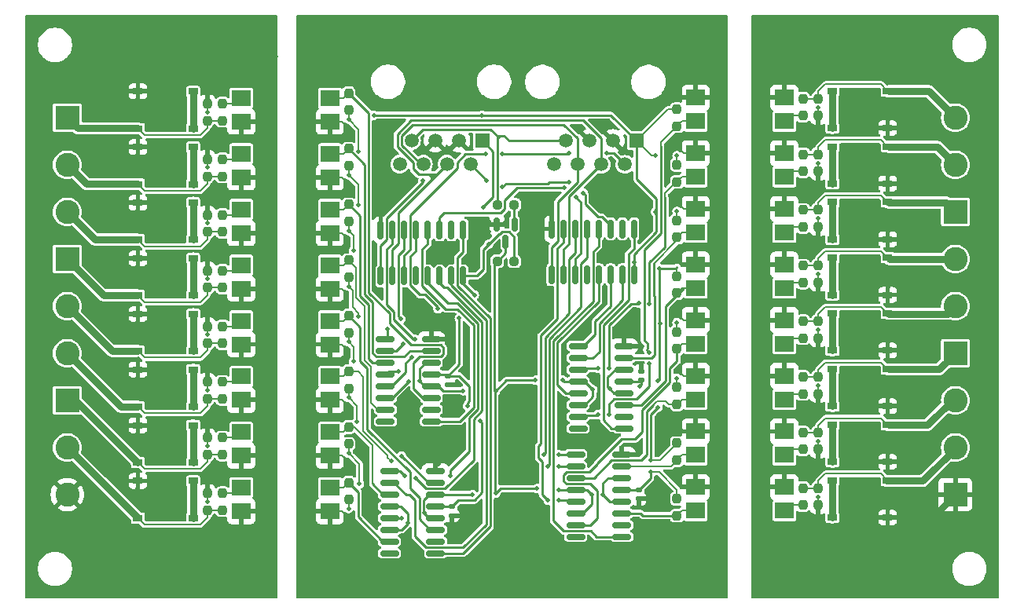
<source format=gbr>
%TF.GenerationSoftware,KiCad,Pcbnew,8.0.2*%
%TF.CreationDate,2024-12-19T10:05:04+01:00*%
%TF.ProjectId,OS-S88n,4f532d53-3838-46e2-9e6b-696361645f70,rev?*%
%TF.SameCoordinates,Original*%
%TF.FileFunction,Copper,L1,Top*%
%TF.FilePolarity,Positive*%
%FSLAX46Y46*%
G04 Gerber Fmt 4.6, Leading zero omitted, Abs format (unit mm)*
G04 Created by KiCad (PCBNEW 8.0.2) date 2024-12-19 10:05:04*
%MOMM*%
%LPD*%
G01*
G04 APERTURE LIST*
G04 Aperture macros list*
%AMRoundRect*
0 Rectangle with rounded corners*
0 $1 Rounding radius*
0 $2 $3 $4 $5 $6 $7 $8 $9 X,Y pos of 4 corners*
0 Add a 4 corners polygon primitive as box body*
4,1,4,$2,$3,$4,$5,$6,$7,$8,$9,$2,$3,0*
0 Add four circle primitives for the rounded corners*
1,1,$1+$1,$2,$3*
1,1,$1+$1,$4,$5*
1,1,$1+$1,$6,$7*
1,1,$1+$1,$8,$9*
0 Add four rect primitives between the rounded corners*
20,1,$1+$1,$2,$3,$4,$5,0*
20,1,$1+$1,$4,$5,$6,$7,0*
20,1,$1+$1,$6,$7,$8,$9,0*
20,1,$1+$1,$8,$9,$2,$3,0*%
G04 Aperture macros list end*
%TA.AperFunction,SMDPad,CuDef*%
%ADD10R,1.000000X0.700000*%
%TD*%
%TA.AperFunction,SMDPad,CuDef*%
%ADD11RoundRect,0.237500X-0.237500X0.250000X-0.237500X-0.250000X0.237500X-0.250000X0.237500X0.250000X0*%
%TD*%
%TA.AperFunction,SMDPad,CuDef*%
%ADD12RoundRect,0.237500X0.237500X-0.250000X0.237500X0.250000X-0.237500X0.250000X-0.237500X-0.250000X0*%
%TD*%
%TA.AperFunction,SMDPad,CuDef*%
%ADD13RoundRect,0.150000X-0.150000X0.587500X-0.150000X-0.587500X0.150000X-0.587500X0.150000X0.587500X0*%
%TD*%
%TA.AperFunction,SMDPad,CuDef*%
%ADD14R,2.000000X1.780000*%
%TD*%
%TA.AperFunction,SMDPad,CuDef*%
%ADD15RoundRect,0.237500X0.250000X0.237500X-0.250000X0.237500X-0.250000X-0.237500X0.250000X-0.237500X0*%
%TD*%
%TA.AperFunction,SMDPad,CuDef*%
%ADD16RoundRect,0.140000X0.170000X-0.140000X0.170000X0.140000X-0.170000X0.140000X-0.170000X-0.140000X0*%
%TD*%
%TA.AperFunction,ComponentPad*%
%ADD17R,2.600000X2.600000*%
%TD*%
%TA.AperFunction,ComponentPad*%
%ADD18C,2.600000*%
%TD*%
%TA.AperFunction,ComponentPad*%
%ADD19R,1.500000X1.500000*%
%TD*%
%TA.AperFunction,ComponentPad*%
%ADD20C,1.500000*%
%TD*%
%TA.AperFunction,SMDPad,CuDef*%
%ADD21RoundRect,0.140000X-0.170000X0.140000X-0.170000X-0.140000X0.170000X-0.140000X0.170000X0.140000X0*%
%TD*%
%TA.AperFunction,SMDPad,CuDef*%
%ADD22RoundRect,0.237500X-0.250000X-0.237500X0.250000X-0.237500X0.250000X0.237500X-0.250000X0.237500X0*%
%TD*%
%TA.AperFunction,SMDPad,CuDef*%
%ADD23RoundRect,0.150000X0.825000X0.150000X-0.825000X0.150000X-0.825000X-0.150000X0.825000X-0.150000X0*%
%TD*%
%TA.AperFunction,SMDPad,CuDef*%
%ADD24RoundRect,0.150000X-0.150000X0.825000X-0.150000X-0.825000X0.150000X-0.825000X0.150000X0.825000X0*%
%TD*%
%TA.AperFunction,ViaPad*%
%ADD25C,0.500000*%
%TD*%
%TA.AperFunction,ViaPad*%
%ADD26C,0.800000*%
%TD*%
%TA.AperFunction,Conductor*%
%ADD27C,0.200000*%
%TD*%
%TA.AperFunction,Conductor*%
%ADD28C,0.250000*%
%TD*%
%TA.AperFunction,Conductor*%
%ADD29C,0.800000*%
%TD*%
G04 APERTURE END LIST*
D10*
%TO.P,D1601,4*%
%TO.N,/CS13/Track*%
X204408000Y-91474000D03*
%TO.P,D1601,3*%
%TO.N,/COM2*%
X204408000Y-95474000D03*
%TO.P,D1601,2,-*%
%TO.N,Net-(D1601-+)*%
X198458000Y-95474000D03*
%TO.P,D1601,1,+*%
X198458000Y-91474000D03*
%TD*%
%TO.P,D701,1,+*%
%TO.N,Net-(D701-+)*%
X129586000Y-89538000D03*
%TO.P,D701,2,-*%
X129586000Y-85538000D03*
%TO.P,D701,3*%
%TO.N,/COM1*%
X123636000Y-85538000D03*
%TO.P,D701,4*%
%TO.N,/CS5/Track*%
X123636000Y-89538000D03*
%TD*%
D11*
%TO.P,R1903,2*%
%TO.N,Net-(R1903-Pad2)*%
X195285000Y-112144583D03*
%TO.P,R1903,1*%
%TO.N,/CS16/Track*%
X195285000Y-110319583D03*
%TD*%
%TO.P,R501,1*%
%TO.N,/CS3/TTL*%
X146333000Y-97724417D03*
%TO.P,R501,2*%
%TO.N,VCC*%
X146333000Y-99549417D03*
%TD*%
D12*
%TO.P,R903,1*%
%TO.N,/CS7/Track*%
X132759000Y-76692417D03*
%TO.P,R903,2*%
%TO.N,Net-(R903-Pad2)*%
X132759000Y-74867417D03*
%TD*%
%TO.P,R703,1*%
%TO.N,/CS5/Track*%
X132759000Y-88692417D03*
%TO.P,R703,2*%
%TO.N,Net-(R703-Pad2)*%
X132759000Y-86867417D03*
%TD*%
D11*
%TO.P,R1502,2*%
%TO.N,/COM2*%
X196951000Y-88144583D03*
%TO.P,R1502,1*%
%TO.N,/CS12/Track*%
X196951000Y-86319583D03*
%TD*%
%TO.P,R801,1*%
%TO.N,/CS6/TTL*%
X146333000Y-79724417D03*
%TO.P,R801,2*%
%TO.N,VCC*%
X146333000Y-81549417D03*
%TD*%
D10*
%TO.P,D1501,4*%
%TO.N,/CS12/Track*%
X204408000Y-85474000D03*
%TO.P,D1501,3*%
%TO.N,/COM2*%
X204408000Y-89474000D03*
%TO.P,D1501,2,-*%
%TO.N,Net-(D1501-+)*%
X198458000Y-89474000D03*
%TO.P,D1501,1,+*%
X198458000Y-85474000D03*
%TD*%
D13*
%TO.P,Q2101,1,B*%
%TO.N,Net-(Q2101-B)*%
X164210000Y-81866500D03*
%TO.P,Q2101,2,E*%
%TO.N,GND*%
X162310000Y-81866500D03*
%TO.P,Q2101,3,C*%
%TO.N,/RJ45/RESET*%
X163260000Y-83741500D03*
%TD*%
D11*
%TO.P,R1403,2*%
%TO.N,Net-(R1403-Pad2)*%
X195285000Y-82144583D03*
%TO.P,R1403,1*%
%TO.N,/CS11/Track*%
X195285000Y-80319583D03*
%TD*%
D14*
%TO.P,U1801,4*%
%TO.N,/CS15/TTL*%
X183738000Y-106744000D03*
%TO.P,U1801,3*%
%TO.N,GND*%
X183738000Y-104204000D03*
%TO.P,U1801,2*%
%TO.N,/COM2*%
X193268000Y-104204000D03*
%TO.P,U1801,1*%
%TO.N,Net-(R1803-Pad2)*%
X193268000Y-106744000D03*
%TD*%
D12*
%TO.P,R1301,2*%
%TO.N,VCC*%
X181711000Y-75462583D03*
%TO.P,R1301,1*%
%TO.N,/CS10/TTL*%
X181711000Y-77287583D03*
%TD*%
D15*
%TO.P,R2102,1*%
%TO.N,VCC*%
X164172500Y-85852000D03*
%TO.P,R2102,2*%
%TO.N,/RJ45/RESET*%
X162347500Y-85852000D03*
%TD*%
D16*
%TO.P,C1202,1*%
%TO.N,VCC*%
X177865000Y-98651000D03*
%TO.P,C1202,2*%
%TO.N,GND*%
X177865000Y-97691000D03*
%TD*%
D11*
%TO.P,R1702,2*%
%TO.N,/COM2*%
X196951000Y-100144583D03*
%TO.P,R1702,1*%
%TO.N,/CS14/Track*%
X196951000Y-98319583D03*
%TD*%
D12*
%TO.P,R1701,2*%
%TO.N,VCC*%
X181711000Y-99462583D03*
%TO.P,R1701,1*%
%TO.N,/CS14/TTL*%
X181711000Y-101287583D03*
%TD*%
%TO.P,R603,1*%
%TO.N,/CS4/Track*%
X132759000Y-94692417D03*
%TO.P,R603,2*%
%TO.N,Net-(R603-Pad2)*%
X132759000Y-92867417D03*
%TD*%
D17*
%TO.P,J101,1,Pin_1*%
%TO.N,/CS8/Track*%
X116028000Y-70372000D03*
D18*
%TO.P,J101,2,Pin_2*%
%TO.N,/CS7/Track*%
X116028000Y-75452000D03*
%TO.P,J101,3,Pin_3*%
%TO.N,/CS6/Track*%
X116028000Y-80532000D03*
%TD*%
D11*
%TO.P,R1902,2*%
%TO.N,/COM2*%
X196951000Y-112144583D03*
%TO.P,R1902,1*%
%TO.N,/CS16/Track*%
X196951000Y-110319583D03*
%TD*%
D14*
%TO.P,U1701,4*%
%TO.N,/CS14/TTL*%
X183738000Y-100744000D03*
%TO.P,U1701,3*%
%TO.N,GND*%
X183738000Y-98204000D03*
%TO.P,U1701,2*%
%TO.N,/COM2*%
X193268000Y-98204000D03*
%TO.P,U1701,1*%
%TO.N,Net-(R1703-Pad2)*%
X193268000Y-100744000D03*
%TD*%
%TO.P,U801,1*%
%TO.N,Net-(R803-Pad2)*%
X134776000Y-80268000D03*
%TO.P,U801,2*%
%TO.N,/COM1*%
X134776000Y-82808000D03*
%TO.P,U801,3*%
%TO.N,GND*%
X144306000Y-82808000D03*
%TO.P,U801,4*%
%TO.N,/CS6/TTL*%
X144306000Y-80268000D03*
%TD*%
D11*
%TO.P,R701,1*%
%TO.N,/CS5/TTL*%
X146333000Y-85724417D03*
%TO.P,R701,2*%
%TO.N,VCC*%
X146333000Y-87549417D03*
%TD*%
%TO.P,R1503,2*%
%TO.N,Net-(R1503-Pad2)*%
X195285000Y-88144583D03*
%TO.P,R1503,1*%
%TO.N,/CS12/Track*%
X195285000Y-86319583D03*
%TD*%
D10*
%TO.P,D1801,4*%
%TO.N,/CS15/Track*%
X204408000Y-103474000D03*
%TO.P,D1801,3*%
%TO.N,/COM2*%
X204408000Y-107474000D03*
%TO.P,D1801,2,-*%
%TO.N,Net-(D1801-+)*%
X198458000Y-107474000D03*
%TO.P,D1801,1,+*%
X198458000Y-103474000D03*
%TD*%
D11*
%TO.P,R1703,2*%
%TO.N,Net-(R1703-Pad2)*%
X195285000Y-100144583D03*
%TO.P,R1703,1*%
%TO.N,/CS14/Track*%
X195285000Y-98319583D03*
%TD*%
D14*
%TO.P,U1301,4*%
%TO.N,/CS10/TTL*%
X183738000Y-76744000D03*
%TO.P,U1301,3*%
%TO.N,GND*%
X183738000Y-74204000D03*
%TO.P,U1301,2*%
%TO.N,/COM2*%
X193268000Y-74204000D03*
%TO.P,U1301,1*%
%TO.N,Net-(R1303-Pad2)*%
X193268000Y-76744000D03*
%TD*%
D17*
%TO.P,J103,1,Pin_1*%
%TO.N,/CS2/Track*%
X116028000Y-100852000D03*
D18*
%TO.P,J103,2,Pin_2*%
%TO.N,/CS1/Track*%
X116028000Y-105932000D03*
%TO.P,J103,3,Pin_3*%
%TO.N,/COM1*%
X116028000Y-111012000D03*
%TD*%
D10*
%TO.P,D501,1,+*%
%TO.N,Net-(D501-+)*%
X129586000Y-101538000D03*
%TO.P,D501,2,-*%
X129586000Y-97538000D03*
%TO.P,D501,3*%
%TO.N,/COM1*%
X123636000Y-97538000D03*
%TO.P,D501,4*%
%TO.N,/CS3/Track*%
X123636000Y-101538000D03*
%TD*%
D14*
%TO.P,U1101,1*%
%TO.N,Net-(R1103-Pad2)*%
X193268000Y-70744000D03*
%TO.P,U1101,2*%
%TO.N,/COM2*%
X193268000Y-68204000D03*
%TO.P,U1101,3*%
%TO.N,GND*%
X183738000Y-68204000D03*
%TO.P,U1101,4*%
%TO.N,/CS9/TTL*%
X183738000Y-70744000D03*
%TD*%
D12*
%TO.P,R702,1*%
%TO.N,/CS5/Track*%
X131093000Y-88692417D03*
%TO.P,R702,2*%
%TO.N,/COM1*%
X131093000Y-86867417D03*
%TD*%
%TO.P,R1501,2*%
%TO.N,VCC*%
X181711000Y-87462583D03*
%TO.P,R1501,1*%
%TO.N,/CS12/TTL*%
X181711000Y-89287583D03*
%TD*%
%TO.P,R602,1*%
%TO.N,/CS4/Track*%
X131093000Y-94692417D03*
%TO.P,R602,2*%
%TO.N,/COM1*%
X131093000Y-92867417D03*
%TD*%
D11*
%TO.P,R1001,1*%
%TO.N,/CS8/TTL*%
X146333000Y-67724417D03*
%TO.P,R1001,2*%
%TO.N,VCC*%
X146333000Y-69549417D03*
%TD*%
D12*
%TO.P,R803,1*%
%TO.N,/CS6/Track*%
X132759000Y-82692417D03*
%TO.P,R803,2*%
%TO.N,Net-(R803-Pad2)*%
X132759000Y-80867417D03*
%TD*%
D11*
%TO.P,R901,1*%
%TO.N,/CS7/TTL*%
X146333000Y-73724417D03*
%TO.P,R901,2*%
%TO.N,VCC*%
X146333000Y-75549417D03*
%TD*%
D14*
%TO.P,U501,1*%
%TO.N,Net-(R503-Pad2)*%
X134776000Y-98268000D03*
%TO.P,U501,2*%
%TO.N,/COM1*%
X134776000Y-100808000D03*
%TO.P,U501,3*%
%TO.N,GND*%
X144306000Y-100808000D03*
%TO.P,U501,4*%
%TO.N,/CS3/TTL*%
X144306000Y-98268000D03*
%TD*%
D12*
%TO.P,R203,2*%
%TO.N,Net-(R203-Pad2)*%
X132759000Y-110867417D03*
%TO.P,R203,1*%
%TO.N,/CS1/Track*%
X132759000Y-112692417D03*
%TD*%
D11*
%TO.P,R401,1*%
%TO.N,/CS2/TTL*%
X146333000Y-103724417D03*
%TO.P,R401,2*%
%TO.N,VCC*%
X146333000Y-105549417D03*
%TD*%
D17*
%TO.P,J104,1,Pin_1*%
%TO.N,/COM2*%
X211706000Y-111012000D03*
D18*
%TO.P,J104,2,Pin_2*%
%TO.N,/CS16/Track*%
X211706000Y-105932000D03*
%TO.P,J104,3,Pin_3*%
%TO.N,/CS15/Track*%
X211706000Y-100852000D03*
%TD*%
D11*
%TO.P,R1602,2*%
%TO.N,/COM2*%
X196951000Y-94144583D03*
%TO.P,R1602,1*%
%TO.N,/CS13/Track*%
X196951000Y-92319583D03*
%TD*%
D19*
%TO.P,J2102,1*%
%TO.N,VCC*%
X160736000Y-72842000D03*
D20*
%TO.P,J2102,2*%
%TO.N,/RJ45/DATA_OUT*%
X159466000Y-75382000D03*
%TO.P,J2102,3*%
%TO.N,GND*%
X158196000Y-72842000D03*
%TO.P,J2102,4*%
%TO.N,/RJ45/CLOCK*%
X156926000Y-75382000D03*
%TO.P,J2102,5*%
%TO.N,GND*%
X155656000Y-72842000D03*
%TO.P,J2102,6*%
%TO.N,/RJ45/PL*%
X154386000Y-75382000D03*
%TO.P,J2102,7*%
%TO.N,Net-(J2101-Pad7)*%
X153116000Y-72842000D03*
%TO.P,J2102,8*%
%TO.N,unconnected-(J2102-Pad8)*%
X151846000Y-75382000D03*
%TD*%
D10*
%TO.P,D201,4*%
%TO.N,/CS1/Track*%
X123636000Y-113538000D03*
%TO.P,D201,3*%
%TO.N,/COM1*%
X123636000Y-109538000D03*
%TO.P,D201,2,-*%
%TO.N,Net-(D201-+)*%
X129586000Y-109538000D03*
%TO.P,D201,1,+*%
X129586000Y-113538000D03*
%TD*%
D11*
%TO.P,R601,1*%
%TO.N,/CS4/TTL*%
X146333000Y-91724417D03*
%TO.P,R601,2*%
%TO.N,VCC*%
X146333000Y-93549417D03*
%TD*%
D17*
%TO.P,J102,1,Pin_1*%
%TO.N,/CS5/Track*%
X116028000Y-85612000D03*
D18*
%TO.P,J102,2,Pin_2*%
%TO.N,/CS4/Track*%
X116028000Y-90692000D03*
%TO.P,J102,3,Pin_3*%
%TO.N,/CS3/Track*%
X116028000Y-95772000D03*
%TD*%
D21*
%TO.P,C1201,1*%
%TO.N,VCC*%
X177611000Y-110518000D03*
%TO.P,C1201,2*%
%TO.N,GND*%
X177611000Y-111478000D03*
%TD*%
%TO.P,C301,1*%
%TO.N,VCC*%
X157482999Y-112323999D03*
%TO.P,C301,2*%
%TO.N,GND*%
X157482999Y-113283999D03*
%TD*%
D22*
%TO.P,R2101,1*%
%TO.N,Net-(J2101-Pad7)*%
X162347500Y-79756000D03*
%TO.P,R2101,2*%
%TO.N,Net-(Q2101-B)*%
X164172500Y-79756000D03*
%TD*%
D12*
%TO.P,R1002,1*%
%TO.N,/CS8/Track*%
X131093000Y-70692417D03*
%TO.P,R1002,2*%
%TO.N,/COM1*%
X131093000Y-68867417D03*
%TD*%
D23*
%TO.P,U1202,1,Q4*%
%TO.N,/SR-latch2/Q8*%
X176022000Y-103886000D03*
%TO.P,U1202,2,NC*%
%TO.N,unconnected-(U1202-NC-Pad2)*%
X176022000Y-102616000D03*
%TO.P,U1202,3,S1*%
%TO.N,/CS12/TTL*%
X176022000Y-101346000D03*
%TO.P,U1202,4,R1*%
%TO.N,/RJ45/RESET*%
X176022000Y-100076000D03*
%TO.P,U1202,5,enable*%
%TO.N,VCC*%
X176022000Y-98806000D03*
%TO.P,U1202,6,R2*%
%TO.N,/RJ45/RESET*%
X176022000Y-97536000D03*
%TO.P,U1202,7,S2*%
%TO.N,/CS11/TTL*%
X176022000Y-96266000D03*
%TO.P,U1202,8,GND*%
%TO.N,GND*%
X176022000Y-94996000D03*
%TO.P,U1202,9,Q2*%
%TO.N,/SR-latch2/Q6*%
X171072000Y-94996000D03*
%TO.P,U1202,10,Q3*%
%TO.N,/SR-latch2/Q7*%
X171072000Y-96266000D03*
%TO.P,U1202,11,S3*%
%TO.N,/CS10/TTL*%
X171072000Y-97536000D03*
%TO.P,U1202,12,R3*%
%TO.N,/RJ45/RESET*%
X171072000Y-98806000D03*
%TO.P,U1202,13,Q1*%
%TO.N,/SR-latch2/Q5*%
X171072000Y-100076000D03*
%TO.P,U1202,14,R4*%
%TO.N,/RJ45/RESET*%
X171072000Y-101346000D03*
%TO.P,U1202,15,S4*%
%TO.N,/CS9/TTL*%
X171072000Y-102616000D03*
%TO.P,U1202,16*%
%TO.N,N/C*%
X171072000Y-103886000D03*
%TD*%
D10*
%TO.P,D401,1,+*%
%TO.N,Net-(D401-+)*%
X129586000Y-107538000D03*
%TO.P,D401,2,-*%
X129586000Y-103538000D03*
%TO.P,D401,3*%
%TO.N,/COM1*%
X123636000Y-103538000D03*
%TO.P,D401,4*%
%TO.N,/CS2/Track*%
X123636000Y-107538000D03*
%TD*%
%TO.P,D901,1,+*%
%TO.N,Net-(D901-+)*%
X129586000Y-77538000D03*
%TO.P,D901,2,-*%
X129586000Y-73538000D03*
%TO.P,D901,3*%
%TO.N,/COM1*%
X123636000Y-73538000D03*
%TO.P,D901,4*%
%TO.N,/CS7/Track*%
X123636000Y-77538000D03*
%TD*%
%TO.P,D601,1,+*%
%TO.N,Net-(D601-+)*%
X129586000Y-95538000D03*
%TO.P,D601,2,-*%
X129586000Y-91538000D03*
%TO.P,D601,3*%
%TO.N,/COM1*%
X123636000Y-91538000D03*
%TO.P,D601,4*%
%TO.N,/CS4/Track*%
X123636000Y-95538000D03*
%TD*%
D12*
%TO.P,R202,2*%
%TO.N,/COM1*%
X131093000Y-110867417D03*
%TO.P,R202,1*%
%TO.N,/CS1/Track*%
X131093000Y-112692417D03*
%TD*%
D10*
%TO.P,D1701,4*%
%TO.N,/CS14/Track*%
X204408000Y-97474000D03*
%TO.P,D1701,3*%
%TO.N,/COM2*%
X204408000Y-101474000D03*
%TO.P,D1701,2,-*%
%TO.N,Net-(D1701-+)*%
X198458000Y-101474000D03*
%TO.P,D1701,1,+*%
X198458000Y-97474000D03*
%TD*%
D14*
%TO.P,U1901,4*%
%TO.N,/CS16/TTL*%
X183738000Y-112744000D03*
%TO.P,U1901,3*%
%TO.N,GND*%
X183738000Y-110204000D03*
%TO.P,U1901,2*%
%TO.N,/COM2*%
X193268000Y-110204000D03*
%TO.P,U1901,1*%
%TO.N,Net-(R1903-Pad2)*%
X193268000Y-112744000D03*
%TD*%
D10*
%TO.P,D1101,1,+*%
%TO.N,Net-(D1101-+)*%
X198458000Y-67474000D03*
%TO.P,D1101,2,-*%
X198458000Y-71474000D03*
%TO.P,D1101,3*%
%TO.N,/COM2*%
X204408000Y-71474000D03*
%TO.P,D1101,4*%
%TO.N,/CS9/Track*%
X204408000Y-67474000D03*
%TD*%
D23*
%TO.P,U1201,1,Q4*%
%TO.N,/SR-latch2/Q4*%
X175768000Y-115570000D03*
%TO.P,U1201,2,NC*%
%TO.N,unconnected-(U1201-NC-Pad2)*%
X175768000Y-114300000D03*
%TO.P,U1201,3,S1*%
%TO.N,/CS16/TTL*%
X175768000Y-113030000D03*
%TO.P,U1201,4,R1*%
%TO.N,/RJ45/RESET*%
X175768000Y-111760000D03*
%TO.P,U1201,5,enable*%
%TO.N,VCC*%
X175768000Y-110490000D03*
%TO.P,U1201,6,R2*%
%TO.N,/RJ45/RESET*%
X175768000Y-109220000D03*
%TO.P,U1201,7,S2*%
%TO.N,/CS15/TTL*%
X175768000Y-107950000D03*
%TO.P,U1201,8,GND*%
%TO.N,GND*%
X175768000Y-106680000D03*
%TO.P,U1201,9,Q2*%
%TO.N,/SR-latch2/Q2*%
X170818000Y-106680000D03*
%TO.P,U1201,10,Q3*%
%TO.N,/SR-latch2/Q3*%
X170818000Y-107950000D03*
%TO.P,U1201,11,S3*%
%TO.N,/CS14/TTL*%
X170818000Y-109220000D03*
%TO.P,U1201,12,R3*%
%TO.N,/RJ45/RESET*%
X170818000Y-110490000D03*
%TO.P,U1201,13,Q1*%
%TO.N,/SR-latch2/Q1*%
X170818000Y-111760000D03*
%TO.P,U1201,14,R4*%
%TO.N,/RJ45/RESET*%
X170818000Y-113030000D03*
%TO.P,U1201,15,S4*%
%TO.N,/CS13/TTL*%
X170818000Y-114300000D03*
%TO.P,U1201,16*%
%TO.N,N/C*%
X170818000Y-115570000D03*
%TD*%
D12*
%TO.P,R802,1*%
%TO.N,/CS6/Track*%
X131093000Y-82692417D03*
%TO.P,R802,2*%
%TO.N,/COM1*%
X131093000Y-80867417D03*
%TD*%
%TO.P,R1003,1*%
%TO.N,/CS8/Track*%
X132759000Y-70692417D03*
%TO.P,R1003,2*%
%TO.N,Net-(R1003-Pad2)*%
X132759000Y-68867417D03*
%TD*%
%TO.P,R1401,2*%
%TO.N,VCC*%
X181711000Y-81462583D03*
%TO.P,R1401,1*%
%TO.N,/CS11/TTL*%
X181711000Y-83287583D03*
%TD*%
D14*
%TO.P,U401,1*%
%TO.N,Net-(R403-Pad2)*%
X134776000Y-104268000D03*
%TO.P,U401,2*%
%TO.N,/COM1*%
X134776000Y-106808000D03*
%TO.P,U401,3*%
%TO.N,GND*%
X144306000Y-106808000D03*
%TO.P,U401,4*%
%TO.N,/CS2/TTL*%
X144306000Y-104268000D03*
%TD*%
D11*
%TO.P,R1103,1*%
%TO.N,/CS9/Track*%
X195285000Y-68319583D03*
%TO.P,R1103,2*%
%TO.N,Net-(R1103-Pad2)*%
X195285000Y-70144583D03*
%TD*%
D14*
%TO.P,U1501,4*%
%TO.N,/CS12/TTL*%
X183738000Y-88744000D03*
%TO.P,U1501,3*%
%TO.N,GND*%
X183738000Y-86204000D03*
%TO.P,U1501,2*%
%TO.N,/COM2*%
X193268000Y-86204000D03*
%TO.P,U1501,1*%
%TO.N,Net-(R1503-Pad2)*%
X193268000Y-88744000D03*
%TD*%
%TO.P,U701,1*%
%TO.N,Net-(R703-Pad2)*%
X134776000Y-86268000D03*
%TO.P,U701,2*%
%TO.N,/COM1*%
X134776000Y-88808000D03*
%TO.P,U701,3*%
%TO.N,GND*%
X144306000Y-88808000D03*
%TO.P,U701,4*%
%TO.N,/CS5/TTL*%
X144306000Y-86268000D03*
%TD*%
%TO.P,U1601,4*%
%TO.N,/CS13/TTL*%
X183738000Y-94744000D03*
%TO.P,U1601,3*%
%TO.N,GND*%
X183738000Y-92204000D03*
%TO.P,U1601,2*%
%TO.N,/COM2*%
X193268000Y-92204000D03*
%TO.P,U1601,1*%
%TO.N,Net-(R1603-Pad2)*%
X193268000Y-94744000D03*
%TD*%
%TO.P,U901,1*%
%TO.N,Net-(R903-Pad2)*%
X134776000Y-74268000D03*
%TO.P,U901,2*%
%TO.N,/COM1*%
X134776000Y-76808000D03*
%TO.P,U901,3*%
%TO.N,GND*%
X144306000Y-76808000D03*
%TO.P,U901,4*%
%TO.N,/CS7/TTL*%
X144306000Y-74268000D03*
%TD*%
D11*
%TO.P,R201,2*%
%TO.N,VCC*%
X146333000Y-111549417D03*
%TO.P,R201,1*%
%TO.N,/CS1/TTL*%
X146333000Y-109724417D03*
%TD*%
D23*
%TO.P,U301,1,Q4*%
%TO.N,/SR-latch1/Q4*%
X155256000Y-103124000D03*
%TO.P,U301,2,NC*%
%TO.N,unconnected-(U301-NC-Pad2)*%
X155256000Y-101854000D03*
%TO.P,U301,3,S1*%
%TO.N,/CS8/TTL*%
X155256000Y-100584000D03*
%TO.P,U301,4,R1*%
%TO.N,/RJ45/RESET*%
X155256000Y-99314000D03*
%TO.P,U301,5,enable*%
%TO.N,VCC*%
X155256000Y-98044000D03*
%TO.P,U301,6,R2*%
%TO.N,/RJ45/RESET*%
X155256000Y-96774000D03*
%TO.P,U301,7,S2*%
%TO.N,/CS7/TTL*%
X155256000Y-95504000D03*
%TO.P,U301,8,GND*%
%TO.N,GND*%
X155256000Y-94234000D03*
%TO.P,U301,9,Q2*%
%TO.N,/SR-latch1/Q2*%
X150306000Y-94234000D03*
%TO.P,U301,10,Q3*%
%TO.N,/SR-latch1/Q3*%
X150306000Y-95504000D03*
%TO.P,U301,11,S3*%
%TO.N,/CS6/TTL*%
X150306000Y-96774000D03*
%TO.P,U301,12,R3*%
%TO.N,/RJ45/RESET*%
X150306000Y-98044000D03*
%TO.P,U301,13,Q1*%
%TO.N,/SR-latch1/Q1*%
X150306000Y-99314000D03*
%TO.P,U301,14,R4*%
%TO.N,/RJ45/RESET*%
X150306000Y-100584000D03*
%TO.P,U301,15,S4*%
%TO.N,/CS5/TTL*%
X150306000Y-101854000D03*
%TO.P,U301,16*%
%TO.N,N/C*%
X150306000Y-103124000D03*
%TD*%
D19*
%TO.P,J2101,1*%
%TO.N,VCC*%
X177366000Y-72862000D03*
D20*
%TO.P,J2101,2*%
%TO.N,/RJ45/DATA_IN*%
X176096000Y-75402000D03*
%TO.P,J2101,3*%
%TO.N,GND*%
X174826000Y-72862000D03*
%TO.P,J2101,4*%
%TO.N,/RJ45/CLOCK*%
X173556000Y-75402000D03*
%TO.P,J2101,5*%
%TO.N,GND*%
X172286000Y-72862000D03*
%TO.P,J2101,6*%
%TO.N,/RJ45/PL*%
X171016000Y-75402000D03*
%TO.P,J2101,7*%
%TO.N,Net-(J2101-Pad7)*%
X169746000Y-72862000D03*
%TO.P,J2101,8*%
%TO.N,unconnected-(J2101-Pad8)*%
X168476000Y-75402000D03*
%TD*%
D14*
%TO.P,U1401,4*%
%TO.N,/CS11/TTL*%
X183738000Y-82744000D03*
%TO.P,U1401,3*%
%TO.N,GND*%
X183738000Y-80204000D03*
%TO.P,U1401,2*%
%TO.N,/COM2*%
X193268000Y-80204000D03*
%TO.P,U1401,1*%
%TO.N,Net-(R1403-Pad2)*%
X193268000Y-82744000D03*
%TD*%
%TO.P,U1001,1*%
%TO.N,Net-(R1003-Pad2)*%
X134776000Y-68268000D03*
%TO.P,U1001,2*%
%TO.N,/COM1*%
X134776000Y-70808000D03*
%TO.P,U1001,3*%
%TO.N,GND*%
X144306000Y-70808000D03*
%TO.P,U1001,4*%
%TO.N,/CS8/TTL*%
X144306000Y-68268000D03*
%TD*%
D17*
%TO.P,J106,1,Pin_1*%
%TO.N,/CS11/Track*%
X211706000Y-80532000D03*
D18*
%TO.P,J106,2,Pin_2*%
%TO.N,/CS10/Track*%
X211706000Y-75452000D03*
%TO.P,J106,3,Pin_3*%
%TO.N,/CS9/Track*%
X211706000Y-70372000D03*
%TD*%
D12*
%TO.P,R1101,1*%
%TO.N,/CS9/TTL*%
X181711000Y-71287583D03*
%TO.P,R1101,2*%
%TO.N,VCC*%
X181711000Y-69462583D03*
%TD*%
D11*
%TO.P,R1402,2*%
%TO.N,/COM2*%
X196951000Y-82144583D03*
%TO.P,R1402,1*%
%TO.N,/CS11/Track*%
X196951000Y-80319583D03*
%TD*%
D10*
%TO.P,D1901,4*%
%TO.N,/CS16/Track*%
X204408000Y-109474000D03*
%TO.P,D1901,3*%
%TO.N,/COM2*%
X204408000Y-113474000D03*
%TO.P,D1901,2,-*%
%TO.N,Net-(D1901-+)*%
X198458000Y-113474000D03*
%TO.P,D1901,1,+*%
X198458000Y-109474000D03*
%TD*%
D14*
%TO.P,U201,4*%
%TO.N,/CS1/TTL*%
X144306000Y-110268000D03*
%TO.P,U201,3*%
%TO.N,GND*%
X144306000Y-112808000D03*
%TO.P,U201,2*%
%TO.N,/COM1*%
X134776000Y-112808000D03*
%TO.P,U201,1*%
%TO.N,Net-(R203-Pad2)*%
X134776000Y-110268000D03*
%TD*%
D12*
%TO.P,R402,1*%
%TO.N,/CS2/Track*%
X131093000Y-106692417D03*
%TO.P,R402,2*%
%TO.N,/COM1*%
X131093000Y-104867417D03*
%TD*%
%TO.P,R403,1*%
%TO.N,/CS2/Track*%
X132759000Y-106692417D03*
%TO.P,R403,2*%
%TO.N,Net-(R403-Pad2)*%
X132759000Y-104867417D03*
%TD*%
D11*
%TO.P,R1102,1*%
%TO.N,/CS9/Track*%
X196951000Y-68319583D03*
%TO.P,R1102,2*%
%TO.N,/COM2*%
X196951000Y-70144583D03*
%TD*%
D12*
%TO.P,R902,1*%
%TO.N,/CS7/Track*%
X131093000Y-76692417D03*
%TO.P,R902,2*%
%TO.N,/COM1*%
X131093000Y-74867417D03*
%TD*%
D11*
%TO.P,R1803,2*%
%TO.N,Net-(R1803-Pad2)*%
X195285000Y-106144583D03*
%TO.P,R1803,1*%
%TO.N,/CS15/Track*%
X195285000Y-104319583D03*
%TD*%
D12*
%TO.P,R1801,2*%
%TO.N,VCC*%
X181711000Y-105462583D03*
%TO.P,R1801,1*%
%TO.N,/CS15/TTL*%
X181711000Y-107287583D03*
%TD*%
%TO.P,R503,1*%
%TO.N,/CS3/Track*%
X132759000Y-100692417D03*
%TO.P,R503,2*%
%TO.N,Net-(R503-Pad2)*%
X132759000Y-98867417D03*
%TD*%
%TO.P,R1901,2*%
%TO.N,VCC*%
X181711000Y-111462583D03*
%TO.P,R1901,1*%
%TO.N,/CS16/TTL*%
X181711000Y-113287583D03*
%TD*%
D23*
%TO.P,U302,1,Q4*%
%TO.N,/SR-latch1/Q8*%
X155702000Y-117348000D03*
%TO.P,U302,2,NC*%
%TO.N,unconnected-(U302-NC-Pad2)*%
X155702000Y-116078000D03*
%TO.P,U302,3,S1*%
%TO.N,/CS4/TTL*%
X155702000Y-114808000D03*
%TO.P,U302,4,R1*%
%TO.N,/RJ45/RESET*%
X155702000Y-113538000D03*
%TO.P,U302,5,enable*%
%TO.N,VCC*%
X155702000Y-112268000D03*
%TO.P,U302,6,R2*%
%TO.N,/RJ45/RESET*%
X155702000Y-110998000D03*
%TO.P,U302,7,S2*%
%TO.N,/CS3/TTL*%
X155702000Y-109728000D03*
%TO.P,U302,8,GND*%
%TO.N,GND*%
X155702000Y-108458000D03*
%TO.P,U302,9,Q2*%
%TO.N,/SR-latch1/Q6*%
X150752000Y-108458000D03*
%TO.P,U302,10,Q3*%
%TO.N,/SR-latch1/Q7*%
X150752000Y-109728000D03*
%TO.P,U302,11,S3*%
%TO.N,/CS2/TTL*%
X150752000Y-110998000D03*
%TO.P,U302,12,R3*%
%TO.N,/RJ45/RESET*%
X150752000Y-112268000D03*
%TO.P,U302,13,Q1*%
%TO.N,/SR-latch1/Q5*%
X150752000Y-113538000D03*
%TO.P,U302,14,R4*%
%TO.N,/RJ45/RESET*%
X150752000Y-114808000D03*
%TO.P,U302,15,S4*%
%TO.N,/CS1/TTL*%
X150752000Y-116078000D03*
%TO.P,U302,16*%
%TO.N,N/C*%
X150752000Y-117348000D03*
%TD*%
D11*
%TO.P,R1603,2*%
%TO.N,Net-(R1603-Pad2)*%
X195285000Y-94144583D03*
%TO.P,R1603,1*%
%TO.N,/CS13/Track*%
X195285000Y-92319583D03*
%TD*%
%TO.P,R1302,2*%
%TO.N,/COM2*%
X196951000Y-76144583D03*
%TO.P,R1302,1*%
%TO.N,/CS10/Track*%
X196951000Y-74319583D03*
%TD*%
%TO.P,R1802,2*%
%TO.N,/COM2*%
X196951000Y-106144583D03*
%TO.P,R1802,1*%
%TO.N,/CS15/Track*%
X196951000Y-104319583D03*
%TD*%
D10*
%TO.P,D1301,4*%
%TO.N,/CS10/Track*%
X204408000Y-73474000D03*
%TO.P,D1301,3*%
%TO.N,/COM2*%
X204408000Y-77474000D03*
%TO.P,D1301,2,-*%
%TO.N,Net-(D1301-+)*%
X198458000Y-77474000D03*
%TO.P,D1301,1,+*%
X198458000Y-73474000D03*
%TD*%
D14*
%TO.P,U601,1*%
%TO.N,Net-(R603-Pad2)*%
X134776000Y-92268000D03*
%TO.P,U601,2*%
%TO.N,/COM1*%
X134776000Y-94808000D03*
%TO.P,U601,3*%
%TO.N,GND*%
X144306000Y-94808000D03*
%TO.P,U601,4*%
%TO.N,/CS4/TTL*%
X144306000Y-92268000D03*
%TD*%
D24*
%TO.P,U2001,1,P7*%
%TO.N,/SR-latch1/Q8*%
X158688000Y-82488000D03*
%TO.P,U2001,2,Q5*%
%TO.N,unconnected-(U2001-Q5-Pad2)*%
X157418000Y-82488000D03*
%TO.P,U2001,3,Q7*%
%TO.N,Net-(U2001-Q7)*%
X156148000Y-82488000D03*
%TO.P,U2001,4,P3*%
%TO.N,/SR-latch1/Q4*%
X154878000Y-82488000D03*
%TO.P,U2001,5,P2*%
%TO.N,/SR-latch1/Q3*%
X153608000Y-82488000D03*
%TO.P,U2001,6,P1*%
%TO.N,/SR-latch1/Q2*%
X152338000Y-82488000D03*
%TO.P,U2001,7,P0*%
%TO.N,/SR-latch1/Q1*%
X151068000Y-82488000D03*
%TO.P,U2001,8,Vss*%
%TO.N,GND*%
X149798000Y-82488000D03*
%TO.P,U2001,9,PL*%
%TO.N,/RJ45/PL*%
X149798000Y-87438000D03*
%TO.P,U2001,10,CP*%
%TO.N,/RJ45/CLOCK*%
X151068000Y-87438000D03*
%TO.P,U2001,11,DS*%
%TO.N,/RJ45/DATA_IN*%
X152338000Y-87438000D03*
%TO.P,U2001,12,Q6*%
%TO.N,unconnected-(U2001-Q6-Pad12)*%
X153608000Y-87438000D03*
%TO.P,U2001,13,P4*%
%TO.N,/SR-latch1/Q5*%
X154878000Y-87438000D03*
%TO.P,U2001,14,P5*%
%TO.N,/SR-latch1/Q6*%
X156148000Y-87438000D03*
%TO.P,U2001,15,P6*%
%TO.N,/SR-latch1/Q7*%
X157418000Y-87438000D03*
%TO.P,U2001,16,Vdd*%
%TO.N,VCC*%
X158688000Y-87438000D03*
%TD*%
D12*
%TO.P,R502,1*%
%TO.N,/CS3/Track*%
X131093000Y-100692417D03*
%TO.P,R502,2*%
%TO.N,/COM1*%
X131093000Y-98867417D03*
%TD*%
D10*
%TO.P,D801,1,+*%
%TO.N,Net-(D801-+)*%
X129586000Y-83538000D03*
%TO.P,D801,2,-*%
X129586000Y-79538000D03*
%TO.P,D801,3*%
%TO.N,/COM1*%
X123636000Y-79538000D03*
%TO.P,D801,4*%
%TO.N,/CS6/Track*%
X123636000Y-83538000D03*
%TD*%
D24*
%TO.P,U2002,1,P7*%
%TO.N,/SR-latch2/Q8*%
X177103000Y-82361000D03*
%TO.P,U2002,2,Q5*%
%TO.N,unconnected-(U2002-Q5-Pad2)*%
X175833000Y-82361000D03*
%TO.P,U2002,3,Q7*%
%TO.N,/RJ45/DATA_OUT*%
X174563000Y-82361000D03*
%TO.P,U2002,4,P3*%
%TO.N,/SR-latch2/Q4*%
X173293000Y-82361000D03*
%TO.P,U2002,5,P2*%
%TO.N,/SR-latch2/Q3*%
X172023000Y-82361000D03*
%TO.P,U2002,6,P1*%
%TO.N,/SR-latch2/Q2*%
X170753000Y-82361000D03*
%TO.P,U2002,7,P0*%
%TO.N,/SR-latch2/Q1*%
X169483000Y-82361000D03*
%TO.P,U2002,8,Vss*%
%TO.N,GND*%
X168213000Y-82361000D03*
%TO.P,U2002,9,PL*%
%TO.N,/RJ45/PL*%
X168213000Y-87311000D03*
%TO.P,U2002,10,CP*%
%TO.N,/RJ45/CLOCK*%
X169483000Y-87311000D03*
%TO.P,U2002,11,DS*%
%TO.N,Net-(U2001-Q7)*%
X170753000Y-87311000D03*
%TO.P,U2002,12,Q6*%
%TO.N,unconnected-(U2002-Q6-Pad12)*%
X172023000Y-87311000D03*
%TO.P,U2002,13,P4*%
%TO.N,/SR-latch2/Q5*%
X173293000Y-87311000D03*
%TO.P,U2002,14,P5*%
%TO.N,/SR-latch2/Q6*%
X174563000Y-87311000D03*
%TO.P,U2002,15,P6*%
%TO.N,/SR-latch2/Q7*%
X175833000Y-87311000D03*
%TO.P,U2002,16,Vdd*%
%TO.N,VCC*%
X177103000Y-87311000D03*
%TD*%
D17*
%TO.P,J105,1,Pin_1*%
%TO.N,/CS14/Track*%
X211706000Y-95772000D03*
D18*
%TO.P,J105,2,Pin_2*%
%TO.N,/CS13/Track*%
X211706000Y-90692000D03*
%TO.P,J105,3,Pin_3*%
%TO.N,/CS12/Track*%
X211706000Y-85612000D03*
%TD*%
D21*
%TO.P,C302,1*%
%TO.N,VCC*%
X157036999Y-98199000D03*
%TO.P,C302,2*%
%TO.N,GND*%
X157036999Y-99159000D03*
%TD*%
D11*
%TO.P,R1303,2*%
%TO.N,Net-(R1303-Pad2)*%
X195285000Y-76144583D03*
%TO.P,R1303,1*%
%TO.N,/CS10/Track*%
X195285000Y-74319583D03*
%TD*%
D10*
%TO.P,D1001,1,+*%
%TO.N,Net-(D1001-+)*%
X129586000Y-71538000D03*
%TO.P,D1001,2,-*%
X129586000Y-67538000D03*
%TO.P,D1001,3*%
%TO.N,/COM1*%
X123636000Y-67538000D03*
%TO.P,D1001,4*%
%TO.N,/CS8/Track*%
X123636000Y-71538000D03*
%TD*%
%TO.P,D1401,4*%
%TO.N,/CS11/Track*%
X204408000Y-79474000D03*
%TO.P,D1401,3*%
%TO.N,/COM2*%
X204408000Y-83474000D03*
%TO.P,D1401,2,-*%
%TO.N,Net-(D1401-+)*%
X198458000Y-83474000D03*
%TO.P,D1401,1,+*%
X198458000Y-79474000D03*
%TD*%
D12*
%TO.P,R1601,2*%
%TO.N,VCC*%
X181711000Y-93462583D03*
%TO.P,R1601,1*%
%TO.N,/CS13/TTL*%
X181711000Y-95287583D03*
%TD*%
D25*
%TO.N,GND*%
X186120000Y-110109000D03*
X185993000Y-104013000D03*
X185866000Y-98171000D03*
X185993000Y-92202000D03*
X185739000Y-86106000D03*
X185866000Y-80137000D03*
X185866000Y-68199000D03*
X185866000Y-74168000D03*
X142305000Y-112776000D03*
X142305000Y-106807000D03*
X142432000Y-100838000D03*
X142432000Y-94742000D03*
X142305000Y-88900000D03*
X142178000Y-82677000D03*
X142432000Y-76835000D03*
X142178000Y-70739000D03*
X151195000Y-70993000D03*
X149290000Y-72517000D03*
X149163000Y-79502000D03*
X152465000Y-77089000D03*
X149798000Y-80645000D03*
%TO.N,VCC*%
X179391000Y-74422000D03*
X179391000Y-80518000D03*
X179904000Y-92583000D03*
X147512000Y-109855000D03*
X147258000Y-103124000D03*
X146877000Y-96647000D03*
X147385000Y-91821000D03*
X146877000Y-84709000D03*
X147385000Y-79756000D03*
X147423878Y-74002122D03*
X149056000Y-70104000D03*
%TO.N,GND*%
X166308000Y-88900000D03*
X163641000Y-120269000D03*
X181965000Y-85708083D03*
X157037000Y-94234000D03*
X163260000Y-81661000D03*
X152973000Y-90170000D03*
X181965000Y-67708083D03*
X155640000Y-65913000D03*
X144301000Y-90192917D03*
X158053000Y-102108000D03*
X164276000Y-89789000D03*
X183743000Y-108819083D03*
X165800000Y-97409000D03*
X165927000Y-100584000D03*
X183743000Y-72819083D03*
X152465000Y-100584000D03*
X152973000Y-116840000D03*
X163768000Y-101092000D03*
X167451000Y-84328000D03*
X160974000Y-88646000D03*
X181965000Y-103708083D03*
X159577000Y-112268000D03*
X166943000Y-82296000D03*
X183743000Y-96819083D03*
X163514000Y-96647000D03*
X168086000Y-80391000D03*
X172912000Y-98425000D03*
X173928000Y-80010000D03*
X173039000Y-103759000D03*
X161228000Y-90297000D03*
X144301000Y-102192917D03*
X156910000Y-96901000D03*
X174690000Y-77089000D03*
X157545000Y-114173000D03*
X176087000Y-93599000D03*
X144301000Y-84192917D03*
X157037000Y-100584000D03*
X158434000Y-109982000D03*
X159069000Y-93726000D03*
X175706000Y-84328000D03*
X156910000Y-84836000D03*
X177484000Y-106172000D03*
X160085000Y-81534000D03*
X155894000Y-118491000D03*
X144301000Y-78192917D03*
X166181000Y-113030000D03*
X178119000Y-61849000D03*
X163768000Y-109347000D03*
X177992000Y-79883000D03*
X146079000Y-95303917D03*
X159831000Y-108458000D03*
X146079000Y-83303917D03*
X155767000Y-85471000D03*
X149798000Y-120904000D03*
X144301000Y-96192917D03*
X173801000Y-66421000D03*
X169864000Y-61722000D03*
X183743000Y-84819083D03*
X154497000Y-107569000D03*
X181965000Y-97708083D03*
X144301000Y-114192917D03*
X146079000Y-77303917D03*
X158307000Y-106045000D03*
X181965000Y-79708083D03*
X159069000Y-97409000D03*
X157545000Y-120523000D03*
X146079000Y-113303917D03*
X181965000Y-73708083D03*
D26*
X144210000Y-116459000D03*
D25*
X146079000Y-101303917D03*
X177992000Y-94996000D03*
X158434000Y-103886000D03*
X177865000Y-96901000D03*
X177611000Y-112268000D03*
X144301000Y-108192917D03*
X174436000Y-85090000D03*
X155386000Y-93091000D03*
X146079000Y-89303917D03*
X160085000Y-85979000D03*
X167705000Y-120777000D03*
X183743000Y-66819083D03*
X162879000Y-112522000D03*
X146079000Y-107303917D03*
X157799000Y-99187000D03*
X146079000Y-71303917D03*
X155005000Y-105283000D03*
X161482000Y-81534000D03*
X183743000Y-78819083D03*
X144301000Y-72192917D03*
X161482000Y-82677000D03*
X181965000Y-91708083D03*
X183743000Y-102819083D03*
X178754000Y-81788000D03*
X179389000Y-115316000D03*
X149798000Y-89408000D03*
X166308000Y-108712000D03*
X160085000Y-82550000D03*
X173039000Y-101473000D03*
X151322000Y-104394000D03*
X183743000Y-90819083D03*
X174436000Y-120777000D03*
D26*
X148782000Y-112522000D03*
D25*
X164276000Y-94361000D03*
X171642000Y-93218000D03*
X181965000Y-109708083D03*
X156021000Y-107696000D03*
X153100000Y-61341000D03*
%TO.N,VCC*%
X146333000Y-106541917D03*
X146333000Y-100541917D03*
X146333000Y-76541917D03*
X178881000Y-107315000D03*
X179779000Y-86614000D03*
X158250099Y-92004900D03*
X160492983Y-103023983D03*
X179669983Y-101626983D03*
X146333000Y-82541917D03*
X146333000Y-94541917D03*
X159170413Y-101447413D03*
X177103000Y-85979000D03*
X178881000Y-108585000D03*
X160720000Y-70095500D03*
X159890857Y-89475142D03*
X177738000Y-99314000D03*
X181711000Y-98470083D03*
X146333000Y-112541917D03*
X181711000Y-92470083D03*
X146333000Y-70541917D03*
X181711000Y-80470083D03*
X146333000Y-88541917D03*
X179617413Y-98780413D03*
X161418500Y-84010500D03*
X160847000Y-80070500D03*
X181711000Y-74470083D03*
%TO.N,/SR-latch1/Q2*%
X150534767Y-93116233D03*
X151957000Y-92075000D03*
%TO.N,/SR-latch1/Q3*%
X152185767Y-94767233D03*
X155966891Y-90986108D03*
%TO.N,/SR-latch1/Q1*%
X153506233Y-94259233D03*
X153125233Y-96164233D03*
%TO.N,/SR-latch1/Q6*%
X152398500Y-108966000D03*
X153547500Y-109220000D03*
%TO.N,/SR-latch1/Q5*%
X152084000Y-113538000D03*
X157291000Y-108966000D03*
%TO.N,/SR-latch2/Q2*%
X167373500Y-106680000D03*
X168972500Y-106680000D03*
%TO.N,/SR-latch2/Q3*%
X167823500Y-107950000D03*
X168972500Y-107950000D03*
%TO.N,/SR-latch2/Q1*%
X167823500Y-111633000D03*
X168975000Y-111633000D03*
%TO.N,/RJ45/DATA_IN*%
X174130500Y-74168000D03*
X161101000Y-74295000D03*
X162922000Y-74295000D03*
X170118000Y-74168000D03*
%TO.N,/RJ45/PL*%
X154331267Y-77177267D03*
%TO.N,/RJ45/RESET*%
X152779500Y-98806000D03*
X168972500Y-110490000D03*
X159704000Y-110998000D03*
X151740205Y-97700204D03*
X162183500Y-99822000D03*
X172531000Y-110998000D03*
X154526500Y-112935000D03*
X158688000Y-99822000D03*
X169422500Y-98679000D03*
X173740500Y-110998000D03*
X172658000Y-99695000D03*
X152719000Y-114046000D03*
X162183500Y-110871000D03*
X153956000Y-98773000D03*
X166622500Y-110363000D03*
X174498802Y-99632198D03*
X166473500Y-98679000D03*
%TO.N,/RJ45/DATA_OUT*%
X162922000Y-77851000D03*
X161187000Y-77130000D03*
X171642000Y-78486000D03*
X170118000Y-77343000D03*
%TO.N,Net-(U2001-Q7)*%
X169570569Y-77938569D03*
X170828233Y-78942233D03*
%TO.N,/CS3/TTL*%
X152045733Y-106845267D03*
X150979267Y-107403733D03*
%TO.N,/CS9/TTL*%
X178754000Y-95691500D03*
X178754000Y-96840500D03*
X173226500Y-102362000D03*
X174375500Y-102362000D03*
%TO.N,/CS10/TTL*%
X178754000Y-90424000D03*
X177604000Y-90399521D03*
X174375500Y-97409000D03*
X173226500Y-97409000D03*
%TO.N,/COM1*%
X124743000Y-97493917D03*
D26*
X128462000Y-61214000D03*
D25*
X131093000Y-81754917D03*
X123600000Y-74382917D03*
D26*
X113730000Y-78105000D03*
X113222000Y-93218000D03*
D25*
X123600000Y-98382917D03*
D26*
X137860000Y-117348000D03*
D25*
X131093000Y-111754917D03*
D26*
X113857000Y-109093000D03*
D25*
X131093000Y-75754917D03*
X122838000Y-67493917D03*
X136427000Y-76795917D03*
X123600000Y-80382917D03*
D26*
X113476000Y-88138000D03*
D25*
X131093000Y-97747917D03*
X134776000Y-90192917D03*
X134776000Y-114192917D03*
X134776000Y-108192917D03*
X124743000Y-67493917D03*
X136427000Y-88795917D03*
X124743000Y-103493917D03*
X131093000Y-105754917D03*
X134776000Y-84192917D03*
X124743000Y-73493917D03*
X131093000Y-87754917D03*
X134776000Y-78192917D03*
X131093000Y-69754917D03*
D26*
X116270000Y-67183000D03*
X125795000Y-116586000D03*
D25*
X131093000Y-85747917D03*
X123600000Y-110382917D03*
X131093000Y-103747917D03*
X131093000Y-93754917D03*
X131093000Y-109747917D03*
X131093000Y-99754917D03*
D26*
X113730000Y-72771000D03*
X113857000Y-98298000D03*
D25*
X136427000Y-94795917D03*
X124743000Y-79493917D03*
X123600000Y-92382917D03*
X123600000Y-86382917D03*
X131093000Y-79747917D03*
X131093000Y-67747917D03*
D26*
X121985000Y-109347000D03*
D25*
X136427000Y-112795917D03*
X131093000Y-91747917D03*
D26*
X135955000Y-114808000D03*
D25*
X136427000Y-100795917D03*
X123600000Y-68382917D03*
X131093000Y-73747917D03*
X134776000Y-72192917D03*
X134776000Y-102192917D03*
X123600000Y-104382917D03*
D26*
X138114000Y-112776000D03*
X113603000Y-83058000D03*
D25*
X124743000Y-85493917D03*
D26*
X138368000Y-63754000D03*
X113095000Y-102997000D03*
D25*
X136427000Y-70795917D03*
X136427000Y-82795917D03*
X124743000Y-91493917D03*
X136427000Y-106795917D03*
X124743000Y-109493917D03*
X134776000Y-96192917D03*
D26*
%TO.N,/COM2*%
X214695000Y-80899000D03*
X215076000Y-97155000D03*
D25*
X193268000Y-66819083D03*
D26*
X214568000Y-87376000D03*
D25*
X193268000Y-84819083D03*
X203301000Y-83518083D03*
X191617000Y-110216083D03*
X191617000Y-74216083D03*
D26*
X214314000Y-93218000D03*
X214695000Y-108585000D03*
X200852000Y-116713000D03*
D25*
X204444000Y-100629083D03*
X191617000Y-92216083D03*
X196951000Y-99257083D03*
X196951000Y-101264083D03*
X203301000Y-95518083D03*
X196951000Y-89264083D03*
X203301000Y-77518083D03*
D26*
X214822000Y-103124000D03*
D25*
X193268000Y-108819083D03*
D26*
X214949000Y-70739000D03*
D25*
X196951000Y-81257083D03*
X204444000Y-76629083D03*
X204444000Y-94629083D03*
X193268000Y-72819083D03*
X204444000Y-106629083D03*
X191617000Y-86216083D03*
D26*
X203773000Y-64516000D03*
D25*
X191617000Y-68216083D03*
X196951000Y-113264083D03*
X196951000Y-93257083D03*
X196951000Y-69257083D03*
X203301000Y-89518083D03*
X203301000Y-101518083D03*
X203301000Y-71518083D03*
X203301000Y-107518083D03*
D26*
X214568000Y-76073000D03*
D25*
X196951000Y-105257083D03*
D26*
X195010000Y-64516000D03*
D25*
X193268000Y-78819083D03*
X191617000Y-98216083D03*
X203301000Y-113518083D03*
X196951000Y-77264083D03*
X193268000Y-96819083D03*
X191617000Y-80216083D03*
X191617000Y-104216083D03*
X204444000Y-82629083D03*
D26*
X211393000Y-114681000D03*
D25*
X196951000Y-71264083D03*
X196951000Y-75257083D03*
X196951000Y-95264083D03*
X204444000Y-112629083D03*
X204444000Y-88629083D03*
X196951000Y-83264083D03*
X204444000Y-70629083D03*
X196951000Y-87257083D03*
X193268000Y-90819083D03*
X193268000Y-102819083D03*
X196951000Y-107264083D03*
X196951000Y-111257083D03*
D26*
X213425000Y-67310000D03*
X192089000Y-66294000D03*
X204281000Y-114935000D03*
%TD*%
D27*
%TO.N,VCC*%
X180765417Y-69462583D02*
X177366000Y-72862000D01*
X181711000Y-69462583D02*
X180765417Y-69462583D01*
X178926000Y-74422000D02*
X177366000Y-72862000D01*
X179391000Y-74422000D02*
X178926000Y-74422000D01*
X179391000Y-80262000D02*
X179516000Y-80137000D01*
X179391000Y-80518000D02*
X179391000Y-80262000D01*
D28*
X179516000Y-80137000D02*
X179516000Y-79121000D01*
X179516000Y-80899000D02*
X179516000Y-80137000D01*
D27*
X179391000Y-80774000D02*
X179516000Y-80899000D01*
X179391000Y-80518000D02*
X179391000Y-80774000D01*
D28*
X179516000Y-82678396D02*
X179516000Y-80899000D01*
D27*
X179904000Y-92583000D02*
X179904000Y-92200000D01*
D28*
X179779000Y-92075000D02*
X179779000Y-86614000D01*
X179779000Y-93091000D02*
X179779000Y-92075000D01*
D27*
X179904000Y-92200000D02*
X179779000Y-92075000D01*
X179904000Y-92966000D02*
X179779000Y-93091000D01*
X179904000Y-92583000D02*
X179904000Y-92966000D01*
D28*
X179779000Y-98618826D02*
X179779000Y-93091000D01*
D27*
X179908000Y-107304000D02*
X181711000Y-105501000D01*
X178892000Y-107304000D02*
X179908000Y-107304000D01*
X179825917Y-108585000D02*
X178881000Y-108585000D01*
X181711000Y-110470083D02*
X179825917Y-108585000D01*
X147512000Y-107720917D02*
X147512000Y-109855000D01*
X146333000Y-106541917D02*
X147512000Y-107720917D01*
X147258000Y-101466917D02*
X147258000Y-103124000D01*
X146333000Y-100541917D02*
X147258000Y-101466917D01*
X146877000Y-95085917D02*
X146877000Y-96647000D01*
X146333000Y-94541917D02*
X146877000Y-95085917D01*
X147385000Y-91440000D02*
X147385000Y-91821000D01*
X146756000Y-90811000D02*
X147385000Y-91440000D01*
X146756000Y-88964917D02*
X146756000Y-90811000D01*
X146333000Y-88541917D02*
X146756000Y-88964917D01*
X146877000Y-83085917D02*
X146877000Y-84709000D01*
X146333000Y-82541917D02*
X146877000Y-83085917D01*
X147385000Y-77593917D02*
X147385000Y-79756000D01*
X146333000Y-76541917D02*
X147385000Y-77593917D01*
X147423878Y-71632795D02*
X146333000Y-70541917D01*
X147423878Y-74002122D02*
X147423878Y-71632795D01*
D28*
X149064500Y-70095500D02*
X149056000Y-70104000D01*
X160720000Y-70095500D02*
X149064500Y-70095500D01*
D27*
%TO.N,/CS16/Track*%
X197708000Y-108774000D02*
X196951000Y-109531000D01*
X203708000Y-108774000D02*
X197708000Y-108774000D01*
X204408000Y-109474000D02*
X203708000Y-108774000D01*
X196951000Y-109531000D02*
X196951000Y-110319583D01*
%TO.N,/CS15/Track*%
X196951000Y-103531000D02*
X196951000Y-104319583D01*
X197708000Y-102774000D02*
X196951000Y-103531000D01*
X203708000Y-102774000D02*
X197708000Y-102774000D01*
X204408000Y-103474000D02*
X203708000Y-102774000D01*
%TO.N,/CS14/Track*%
X203708000Y-96774000D02*
X197708000Y-96774000D01*
%TO.N,/CS9/Track*%
X196951000Y-67531000D02*
X196951000Y-68319583D01*
X197708000Y-66774000D02*
X196951000Y-67531000D01*
X203708000Y-66774000D02*
X197708000Y-66774000D01*
X204408000Y-67474000D02*
X203708000Y-66774000D01*
%TO.N,/CS10/Track*%
X196951000Y-73531000D02*
X196951000Y-74319583D01*
X197708000Y-72774000D02*
X196951000Y-73531000D01*
X203708000Y-72774000D02*
X197708000Y-72774000D01*
X204408000Y-73474000D02*
X203708000Y-72774000D01*
%TO.N,/CS11/Track*%
X196951000Y-79531000D02*
X196951000Y-80319583D01*
X197708000Y-78774000D02*
X196951000Y-79531000D01*
X203708000Y-78774000D02*
X197708000Y-78774000D01*
X204408000Y-79474000D02*
X203708000Y-78774000D01*
%TO.N,/CS12/Track*%
X196951000Y-85531000D02*
X196951000Y-86319583D01*
X197708000Y-84774000D02*
X196951000Y-85531000D01*
X203708000Y-84774000D02*
X197708000Y-84774000D01*
X204408000Y-85474000D02*
X203708000Y-84774000D01*
%TO.N,/CS13/Track*%
X196951000Y-91531000D02*
X196951000Y-92319583D01*
X197708000Y-90774000D02*
X196951000Y-91531000D01*
X203708000Y-90774000D02*
X197708000Y-90774000D01*
X204408000Y-91474000D02*
X203708000Y-90774000D01*
D28*
%TO.N,VCC*%
X181567083Y-86614000D02*
X181711000Y-86470083D01*
X179779000Y-86614000D02*
X181567083Y-86614000D01*
D27*
%TO.N,/CS9/TTL*%
X179966000Y-73032583D02*
X179966000Y-73400500D01*
X181711000Y-71287583D02*
X179966000Y-73032583D01*
%TO.N,/CS10/TTL*%
X180416000Y-78475000D02*
X180416000Y-78950500D01*
X181603417Y-77287583D02*
X180416000Y-78475000D01*
%TO.N,/CS11/TTL*%
X179204000Y-86128644D02*
X179204000Y-86164000D01*
X181711000Y-83621644D02*
X179204000Y-86128644D01*
%TO.N,/CS14/TTL*%
X179518792Y-100965000D02*
X179136396Y-101347396D01*
X180532000Y-100965000D02*
X179518792Y-100965000D01*
X180854583Y-101287583D02*
X180532000Y-100965000D01*
X181711000Y-101287583D02*
X180854583Y-101287583D01*
D28*
X178442000Y-102041792D02*
X179136396Y-101347396D01*
X174680000Y-107325000D02*
X177855000Y-107325000D01*
X177855000Y-107325000D02*
X178442000Y-106738000D01*
X172785000Y-109220000D02*
X174680000Y-107325000D01*
X170818000Y-109220000D02*
X172785000Y-109220000D01*
X178442000Y-106738000D02*
X178442000Y-102041792D01*
%TO.N,/CS13/TTL*%
X181711000Y-96619208D02*
X181711000Y-95287583D01*
X180943250Y-97386958D02*
X181711000Y-96619208D01*
X180943250Y-98904146D02*
X180943250Y-97386958D01*
X177992000Y-101855396D02*
X180943250Y-98904146D01*
X177992000Y-104261000D02*
X177992000Y-101855396D01*
X175778249Y-105023000D02*
X177230000Y-105023000D01*
X173166000Y-107696000D02*
X173166000Y-107635249D01*
X172267000Y-108595000D02*
X173166000Y-107696000D01*
X177230000Y-105023000D02*
X177992000Y-104261000D01*
X169796249Y-108595000D02*
X172267000Y-108595000D01*
X169518000Y-109566751D02*
X169518000Y-108873249D01*
X172404000Y-109855000D02*
X169806249Y-109855000D01*
X173166000Y-113538000D02*
X173166000Y-110617000D01*
X173166000Y-107635249D02*
X175778249Y-105023000D01*
X169806249Y-109855000D02*
X169518000Y-109566751D01*
X172404000Y-114300000D02*
X173166000Y-113538000D01*
X170818000Y-114300000D02*
X172404000Y-114300000D01*
X173166000Y-110617000D02*
X172404000Y-109855000D01*
X169518000Y-108873249D02*
X169796249Y-108595000D01*
%TO.N,/CS12/TTL*%
X177865000Y-101346000D02*
X176022000Y-101346000D01*
X180493250Y-98717750D02*
X177865000Y-101346000D01*
X180493250Y-90716750D02*
X180493250Y-98717750D01*
X182428000Y-88782000D02*
X180493250Y-90716750D01*
D27*
%TO.N,/CS15/TTL*%
X175768000Y-107950000D02*
X181048583Y-107950000D01*
X181048583Y-107950000D02*
X181711000Y-107287583D01*
D28*
%TO.N,/CS16/TTL*%
X178071410Y-113287583D02*
X181711000Y-113287583D01*
X177813827Y-113030000D02*
X178071410Y-113287583D01*
X175768000Y-113030000D02*
X177813827Y-113030000D01*
D27*
%TO.N,/CS2/TTL*%
X148909000Y-105687726D02*
X148909000Y-109855000D01*
X146333000Y-103724417D02*
X146945691Y-103724417D01*
X146945691Y-103724417D02*
X148909000Y-105687726D01*
D28*
X150052000Y-110998000D02*
X148909000Y-109855000D01*
D27*
%TO.N,/CS3/TTL*%
X147358417Y-97724417D02*
X146333000Y-97724417D01*
X147932000Y-104145040D02*
X147932000Y-98298000D01*
X150560000Y-106773040D02*
X147932000Y-104145040D01*
X147932000Y-98298000D02*
X147358417Y-97724417D01*
X150560000Y-107061000D02*
X150560000Y-106773040D01*
X150902733Y-107403733D02*
X150560000Y-107061000D01*
X150979267Y-107403733D02*
X150902733Y-107403733D01*
D28*
%TO.N,/CS4/TTL*%
X147581000Y-92972417D02*
X146333000Y-91724417D01*
X147581000Y-96648080D02*
X147581000Y-92972417D01*
X148357000Y-97424080D02*
X147581000Y-96648080D01*
X148357000Y-103969000D02*
X148357000Y-97424080D01*
X152973000Y-108585000D02*
X148357000Y-103969000D01*
X152973000Y-110363000D02*
X152973000Y-108585000D01*
X153952000Y-111342000D02*
X152973000Y-110363000D01*
X153952000Y-113658376D02*
X153952000Y-111342000D01*
X155101624Y-114808000D02*
X153952000Y-113658376D01*
D27*
%TO.N,/CS5/TTL*%
X148782000Y-101092000D02*
X149544000Y-101854000D01*
X148782000Y-97248040D02*
X148782000Y-101092000D01*
X148056000Y-90671832D02*
X148056000Y-96522040D01*
X148056000Y-96522040D02*
X148782000Y-97248040D01*
X147156000Y-86547417D02*
X147156000Y-89771832D01*
X146333000Y-85724417D02*
X147156000Y-86547417D01*
X147156000Y-89771832D02*
X148056000Y-90671832D01*
D28*
%TO.N,/CS6/TTL*%
X147581000Y-89595792D02*
X147581000Y-80972417D01*
X147581000Y-80972417D02*
X146333000Y-79724417D01*
X148909000Y-96774000D02*
X148481000Y-96346000D01*
X150306000Y-96774000D02*
X148909000Y-96774000D01*
X148481000Y-96346000D02*
X148481000Y-90495792D01*
X148481000Y-90495792D02*
X147581000Y-89595792D01*
%TO.N,/CS7/TTL*%
X148031000Y-75422417D02*
X146333000Y-73724417D01*
X148031000Y-89409396D02*
X148031000Y-75422417D01*
X148931000Y-95779908D02*
X148931000Y-90309396D01*
X149300092Y-96149000D02*
X148931000Y-95779908D01*
X148931000Y-90309396D02*
X148031000Y-89409396D01*
X149417000Y-96149000D02*
X149300092Y-96149000D01*
%TO.N,/CS8/TTL*%
X148481000Y-69872417D02*
X146333000Y-67724417D01*
X148481000Y-89223000D02*
X148481000Y-69872417D01*
X150760875Y-91502875D02*
X148481000Y-89223000D01*
X150760875Y-92529875D02*
X150760875Y-91502875D01*
X153100000Y-94869000D02*
X150760875Y-92529875D01*
X156267751Y-94869000D02*
X153100000Y-94869000D01*
X156556000Y-95850751D02*
X156556000Y-95157249D01*
X156257751Y-96149000D02*
X156556000Y-95850751D01*
X153989000Y-96149000D02*
X156257751Y-96149000D01*
X153354000Y-96784000D02*
X153989000Y-96149000D01*
X153354000Y-99568000D02*
X153354000Y-96784000D01*
X154370000Y-100584000D02*
X153354000Y-99568000D01*
X155256000Y-100584000D02*
X154370000Y-100584000D01*
X156556000Y-95157249D02*
X156267751Y-94869000D01*
%TO.N,/CS1/TTL*%
X147385000Y-110776417D02*
X146333000Y-109724417D01*
X147385000Y-113411000D02*
X147385000Y-110776417D01*
X150052000Y-116078000D02*
X147385000Y-113411000D01*
D29*
%TO.N,/CS3/Track*%
X116028000Y-95772000D02*
X121794000Y-101538000D01*
X121794000Y-101538000D02*
X123636000Y-101538000D01*
D27*
%TO.N,/CS2/Track*%
X131093000Y-107481000D02*
X130336000Y-108238000D01*
X124336000Y-108238000D02*
X123636000Y-107538000D01*
X131093000Y-106692417D02*
X131093000Y-107481000D01*
X130336000Y-108238000D02*
X124336000Y-108238000D01*
%TO.N,/CS1/Track*%
X130336000Y-114238000D02*
X124336000Y-114238000D01*
X124336000Y-114238000D02*
X123636000Y-113538000D01*
X131093000Y-112692417D02*
X131093000Y-113481000D01*
X131093000Y-113481000D02*
X130336000Y-114238000D01*
%TO.N,/CS8/Track*%
X131093000Y-71481000D02*
X130336000Y-72238000D01*
X124336000Y-72238000D02*
X123636000Y-71538000D01*
X131093000Y-70692417D02*
X131093000Y-71481000D01*
X130336000Y-72238000D02*
X124336000Y-72238000D01*
%TO.N,/CS7/Track*%
X124336000Y-78238000D02*
X123636000Y-77538000D01*
X130336000Y-78238000D02*
X124336000Y-78238000D01*
X131093000Y-77481000D02*
X130336000Y-78238000D01*
X131093000Y-76692417D02*
X131093000Y-77481000D01*
%TO.N,/CS6/Track*%
X124336000Y-84238000D02*
X123636000Y-83538000D01*
X130336000Y-84238000D02*
X124336000Y-84238000D01*
X131093000Y-83481000D02*
X130336000Y-84238000D01*
X131093000Y-82692417D02*
X131093000Y-83481000D01*
%TO.N,/CS5/Track*%
X124336000Y-90238000D02*
X123636000Y-89538000D01*
X130336000Y-90238000D02*
X124336000Y-90238000D01*
X131093000Y-89481000D02*
X130336000Y-90238000D01*
X131093000Y-88692417D02*
X131093000Y-89481000D01*
%TO.N,/CS4/Track*%
X130336000Y-96238000D02*
X124336000Y-96238000D01*
X131093000Y-95481000D02*
X130336000Y-96238000D01*
X131093000Y-94692417D02*
X131093000Y-95481000D01*
X124336000Y-96238000D02*
X123636000Y-95538000D01*
%TO.N,/CS3/Track*%
X130336000Y-102238000D02*
X124336000Y-102238000D01*
X124336000Y-102238000D02*
X123636000Y-101538000D01*
X131093000Y-101481000D02*
X130336000Y-102238000D01*
X131093000Y-100692417D02*
X131093000Y-101481000D01*
D29*
%TO.N,Net-(D201-+)*%
X129586000Y-113538000D02*
X129586000Y-109538000D01*
D27*
%TO.N,GND*%
X144306000Y-106808000D02*
X145583083Y-106808000D01*
X183738000Y-110204000D02*
X183738000Y-108824083D01*
X144306000Y-102187917D02*
X144301000Y-102192917D01*
X144306000Y-100808000D02*
X145583083Y-100808000D01*
X145583083Y-94808000D02*
X146079000Y-95303917D01*
X144306000Y-84187917D02*
X144301000Y-84192917D01*
X145583083Y-106808000D02*
X146079000Y-107303917D01*
X145583083Y-82808000D02*
X146079000Y-83303917D01*
X183738000Y-74204000D02*
X183738000Y-72824083D01*
X144306000Y-70808000D02*
X145583083Y-70808000D01*
X144306000Y-88808000D02*
X145583083Y-88808000D01*
X145583083Y-100808000D02*
X146079000Y-101303917D01*
X144306000Y-112808000D02*
X144306000Y-114187917D01*
X183738000Y-108824083D02*
X183743000Y-108819083D01*
X183738000Y-104204000D02*
X183738000Y-102824083D01*
X182460917Y-110204000D02*
X181965000Y-109708083D01*
X144306000Y-70808000D02*
X144306000Y-72187917D01*
X182460917Y-92204000D02*
X181965000Y-91708083D01*
X145583083Y-76808000D02*
X146079000Y-77303917D01*
X144306000Y-94808000D02*
X144306000Y-96187917D01*
X182460917Y-80204000D02*
X181965000Y-79708083D01*
X144306000Y-78187917D02*
X144301000Y-78192917D01*
X145583083Y-112808000D02*
X146079000Y-113303917D01*
X183738000Y-74204000D02*
X182460917Y-74204000D01*
X183738000Y-68204000D02*
X182460917Y-68204000D01*
X183738000Y-86204000D02*
X183738000Y-84824083D01*
X144306000Y-90187917D02*
X144301000Y-90192917D01*
X183738000Y-84824083D02*
X183743000Y-84819083D01*
X183738000Y-86204000D02*
X182460917Y-86204000D01*
X182460917Y-86204000D02*
X181965000Y-85708083D01*
X183738000Y-80204000D02*
X182460917Y-80204000D01*
X183738000Y-98204000D02*
X182460917Y-98204000D01*
X144306000Y-112808000D02*
X145583083Y-112808000D01*
X183738000Y-90824083D02*
X183743000Y-90819083D01*
X182460917Y-98204000D02*
X181965000Y-97708083D01*
X144306000Y-76808000D02*
X144306000Y-78187917D01*
X144306000Y-100808000D02*
X144306000Y-102187917D01*
X183738000Y-102824083D02*
X183743000Y-102819083D01*
X183738000Y-68204000D02*
X183738000Y-66824083D01*
X182460917Y-68204000D02*
X181965000Y-67708083D01*
X183738000Y-98204000D02*
X183738000Y-96824083D01*
X183738000Y-110204000D02*
X182460917Y-110204000D01*
X144306000Y-82808000D02*
X144306000Y-84187917D01*
X144306000Y-76808000D02*
X145583083Y-76808000D01*
X183738000Y-72824083D02*
X183743000Y-72819083D01*
X144306000Y-106808000D02*
X144306000Y-108187917D01*
X145583083Y-70808000D02*
X146079000Y-71303917D01*
X183738000Y-80204000D02*
X183738000Y-78824083D01*
X183738000Y-104204000D02*
X182460917Y-104204000D01*
X144306000Y-94808000D02*
X145583083Y-94808000D01*
X183738000Y-78824083D02*
X183743000Y-78819083D01*
X144306000Y-108187917D02*
X144301000Y-108192917D01*
X144306000Y-82808000D02*
X145583083Y-82808000D01*
X183738000Y-96824083D02*
X183743000Y-96819083D01*
X182460917Y-104204000D02*
X181965000Y-103708083D01*
X183738000Y-66824083D02*
X183743000Y-66819083D01*
X144306000Y-96187917D02*
X144301000Y-96192917D01*
X145583083Y-88808000D02*
X146079000Y-89303917D01*
X183738000Y-92204000D02*
X183738000Y-90824083D01*
X183738000Y-92204000D02*
X182460917Y-92204000D01*
X144306000Y-88808000D02*
X144306000Y-90187917D01*
X144306000Y-72187917D02*
X144301000Y-72192917D01*
X144306000Y-114187917D02*
X144301000Y-114192917D01*
X182460917Y-74204000D02*
X181965000Y-73708083D01*
D28*
%TO.N,VCC*%
X175768000Y-110490000D02*
X177583000Y-110490000D01*
X174599500Y-70095500D02*
X160720000Y-70095500D01*
X157036999Y-98199000D02*
X158244000Y-98199000D01*
X177865000Y-99187000D02*
X177738000Y-99314000D01*
X177366000Y-72862000D02*
X174599500Y-70095500D01*
X161897500Y-74030500D02*
X161897500Y-78923005D01*
X155256000Y-98044000D02*
X156881999Y-98044000D01*
D27*
X181711000Y-81462583D02*
X181711000Y-80470083D01*
D28*
X160729000Y-72862000D02*
X161897500Y-74030500D01*
D27*
X146333000Y-99549417D02*
X146333000Y-100541917D01*
D28*
X158250099Y-96985900D02*
X157036999Y-98199000D01*
X178892000Y-107304000D02*
X178881000Y-107315000D01*
X162656751Y-82929000D02*
X162908751Y-82677000D01*
X161418500Y-84010500D02*
X162500000Y-82929000D01*
X177865000Y-98651000D02*
X177865000Y-99187000D01*
X178892000Y-102404966D02*
X178892000Y-107304000D01*
D27*
X181711000Y-75462583D02*
X181711000Y-74470083D01*
X181711000Y-87462583D02*
X181711000Y-86470083D01*
D28*
X160847000Y-84582000D02*
X161418500Y-84010500D01*
X162908751Y-82677000D02*
X163604751Y-82677000D01*
X160709000Y-110806173D02*
X159882173Y-111633000D01*
X160150000Y-87438000D02*
X160847000Y-86741000D01*
X158688000Y-88272285D02*
X159890857Y-89475142D01*
X179669983Y-101626983D02*
X178892000Y-102404966D01*
X164172500Y-83244749D02*
X164172500Y-85852000D01*
X158173998Y-111633000D02*
X157482999Y-112323999D01*
X161897500Y-78923005D02*
X160847000Y-79973505D01*
D27*
X146333000Y-111549417D02*
X146333000Y-112541917D01*
D28*
X159323000Y-100965000D02*
X159170413Y-101117587D01*
D27*
X181711000Y-111462583D02*
X181711000Y-110470083D01*
D28*
X177103000Y-85091396D02*
X179516000Y-82678396D01*
D27*
X146333000Y-93549417D02*
X146333000Y-94541917D01*
D28*
X177103000Y-85979000D02*
X177103000Y-85091396D01*
X159359000Y-99314000D02*
X159359000Y-100929000D01*
X158250099Y-92004900D02*
X158250099Y-96985900D01*
D27*
X146333000Y-105549417D02*
X146333000Y-106541917D01*
X146333000Y-75549417D02*
X146333000Y-76541917D01*
D28*
X160847000Y-86741000D02*
X160847000Y-84582000D01*
X160492983Y-103023983D02*
X160709000Y-103240000D01*
X160847000Y-79973505D02*
X160847000Y-80070500D01*
X159170413Y-101117587D02*
X159170413Y-101447413D01*
X177366000Y-76971000D02*
X177366000Y-72862000D01*
X176022000Y-98806000D02*
X177710000Y-98806000D01*
X163604751Y-82677000D02*
X164172500Y-83244749D01*
X179516000Y-79121000D02*
X177366000Y-76971000D01*
D27*
X146333000Y-69549417D02*
X146333000Y-70541917D01*
X181711000Y-93462583D02*
X181711000Y-92470083D01*
D28*
X155702000Y-112268000D02*
X157427000Y-112268000D01*
D27*
X146333000Y-81549417D02*
X146333000Y-82541917D01*
D28*
X158244000Y-98199000D02*
X159359000Y-99314000D01*
X177103000Y-85979000D02*
X177103000Y-87311000D01*
X159882173Y-111633000D02*
X158173998Y-111633000D01*
X178881000Y-108585000D02*
X178881000Y-109248000D01*
X159359000Y-100929000D02*
X159323000Y-100965000D01*
D27*
X146333000Y-87549417D02*
X146333000Y-88541917D01*
D28*
X160709000Y-103240000D02*
X160709000Y-110806173D01*
X162500000Y-82929000D02*
X162656751Y-82929000D01*
D27*
X181711000Y-99462583D02*
X181711000Y-98470083D01*
D28*
X179617413Y-98780413D02*
X179779000Y-98618826D01*
X178881000Y-109248000D02*
X177611000Y-110518000D01*
X158688000Y-87438000D02*
X160150000Y-87438000D01*
D29*
%TO.N,/CS8/Track*%
X123553000Y-71512000D02*
X117168000Y-71512000D01*
D27*
%TO.N,/CS1/Track*%
X132759000Y-112692417D02*
X131093000Y-112692417D01*
D29*
%TO.N,/CS8/Track*%
X117168000Y-71512000D02*
X116028000Y-70372000D01*
%TO.N,Net-(D401-+)*%
X129586000Y-107538000D02*
X129586000Y-103538000D01*
%TO.N,/CS7/Track*%
X123553000Y-77512000D02*
X118088000Y-77512000D01*
D27*
%TO.N,/CS2/Track*%
X132759000Y-106692417D02*
X131093000Y-106692417D01*
D29*
%TO.N,/CS7/Track*%
X118088000Y-77512000D02*
X116028000Y-75452000D01*
%TO.N,Net-(D501-+)*%
X129586000Y-101538000D02*
X129586000Y-97538000D01*
%TO.N,/CS6/Track*%
X123553000Y-83512000D02*
X119008000Y-83512000D01*
D27*
%TO.N,/CS3/Track*%
X132759000Y-100692417D02*
X131093000Y-100692417D01*
D29*
%TO.N,/CS6/Track*%
X119008000Y-83512000D02*
X116028000Y-80532000D01*
%TO.N,/CS5/Track*%
X123553000Y-89512000D02*
X119928000Y-89512000D01*
X119928000Y-89512000D02*
X116028000Y-85612000D01*
D27*
%TO.N,/CS4/Track*%
X132759000Y-94692417D02*
X131093000Y-94692417D01*
D29*
%TO.N,Net-(D601-+)*%
X129586000Y-95538000D02*
X129586000Y-91538000D01*
D27*
%TO.N,/CS5/Track*%
X132759000Y-88692417D02*
X131093000Y-88692417D01*
D29*
%TO.N,/CS4/Track*%
X123553000Y-95512000D02*
X120848000Y-95512000D01*
X120848000Y-95512000D02*
X116028000Y-90692000D01*
%TO.N,Net-(D701-+)*%
X129586000Y-89538000D02*
X129586000Y-85538000D01*
%TO.N,Net-(D801-+)*%
X129586000Y-83538000D02*
X129586000Y-79538000D01*
D27*
%TO.N,/CS6/Track*%
X132759000Y-82692417D02*
X131093000Y-82692417D01*
D29*
%TO.N,Net-(D901-+)*%
X129586000Y-77538000D02*
X129586000Y-73538000D01*
%TO.N,/CS2/Track*%
X123553000Y-107512000D02*
X116893000Y-100852000D01*
D27*
%TO.N,/CS7/Track*%
X132759000Y-76692417D02*
X131093000Y-76692417D01*
%TO.N,/CS8/Track*%
X132759000Y-70692417D02*
X131093000Y-70692417D01*
D29*
%TO.N,/CS1/Track*%
X123553000Y-113457000D02*
X116028000Y-105932000D01*
X123553000Y-113512000D02*
X123553000Y-113457000D01*
%TO.N,Net-(D1001-+)*%
X129586000Y-71538000D02*
X129586000Y-67538000D01*
%TO.N,Net-(D1101-+)*%
X198458000Y-67474000D02*
X198458000Y-71474000D01*
%TO.N,/CS16/Track*%
X211706000Y-106012000D02*
X208206000Y-109512000D01*
D27*
%TO.N,/CS9/Track*%
X195285000Y-68319583D02*
X196951000Y-68319583D01*
D29*
%TO.N,/CS16/Track*%
X208206000Y-109512000D02*
X204324500Y-109512000D01*
D27*
%TO.N,/CS10/Track*%
X195285000Y-74319583D02*
X196951000Y-74319583D01*
D29*
%TO.N,/CS15/Track*%
X208706000Y-103512000D02*
X204502500Y-103512000D01*
X211366000Y-100852000D02*
X208706000Y-103512000D01*
%TO.N,Net-(D1301-+)*%
X198458000Y-73474000D02*
X198458000Y-77474000D01*
D27*
%TO.N,/CS11/Track*%
X195285000Y-80319583D02*
X196951000Y-80319583D01*
D29*
%TO.N,/CS14/Track*%
X211706000Y-95772000D02*
X209966000Y-97512000D01*
X209966000Y-97512000D02*
X204502500Y-97512000D01*
%TO.N,Net-(D1401-+)*%
X198458000Y-79474000D02*
X198458000Y-83474000D01*
%TO.N,Net-(D1501-+)*%
X198458000Y-85474000D02*
X198458000Y-89474000D01*
D28*
%TO.N,/SR-latch1/Q4*%
X158084833Y-91027168D02*
X159809000Y-92751335D01*
X154253000Y-88459751D02*
X156820417Y-91027168D01*
X159809000Y-101622000D02*
X158307000Y-103124000D01*
X154878000Y-82488000D02*
X154878000Y-83947000D01*
X154253000Y-84572000D02*
X154253000Y-88459751D01*
X156820417Y-91027168D02*
X158084833Y-91027168D01*
X154878000Y-83947000D02*
X154253000Y-84572000D01*
X158307000Y-103124000D02*
X155256000Y-103124000D01*
X159809000Y-92751335D02*
X159809000Y-101622000D01*
%TO.N,/SR-latch1/Q2*%
X150534767Y-93116233D02*
X150534767Y-94005233D01*
X152338000Y-84582000D02*
X152338000Y-82488000D01*
X151713000Y-91831000D02*
X151713000Y-85207000D01*
X151957000Y-92075000D02*
X151713000Y-91831000D01*
X150534767Y-94005233D02*
X150306000Y-94234000D01*
X151713000Y-85207000D02*
X152338000Y-84582000D01*
%TO.N,/SR-latch1/Q3*%
X150306000Y-95504000D02*
X151449000Y-95504000D01*
X153608000Y-84709000D02*
X153608000Y-82488000D01*
X154594426Y-89437573D02*
X153960822Y-89437573D01*
X151449000Y-95504000D02*
X152185767Y-94767233D01*
X152973000Y-85344000D02*
X153608000Y-84709000D01*
X153960822Y-89437573D02*
X152973000Y-88449751D01*
X155966891Y-90986108D02*
X155966891Y-90810038D01*
X155966891Y-90810038D02*
X154594426Y-89437573D01*
X152973000Y-88449751D02*
X152973000Y-85344000D01*
%TO.N,/SR-latch1/Q1*%
X152465000Y-97787875D02*
X150938875Y-99314000D01*
X151210875Y-92142048D02*
X153328060Y-94259233D01*
X153328060Y-94259233D02*
X153506233Y-94259233D01*
X151068000Y-82488000D02*
X151068000Y-83947000D01*
X150443000Y-84572000D02*
X150443000Y-90548604D01*
X151068000Y-83947000D02*
X150443000Y-84572000D01*
X150443000Y-90548604D02*
X151210875Y-91316479D01*
X151210875Y-91316479D02*
X151210875Y-92142048D01*
X152465000Y-96824466D02*
X152465000Y-97787875D01*
X153125233Y-96164233D02*
X152465000Y-96824466D01*
%TO.N,/SR-latch1/Q6*%
X151890500Y-108458000D02*
X152398500Y-108966000D01*
X150752000Y-108458000D02*
X151890500Y-108458000D01*
X159796500Y-107300252D02*
X156733751Y-110363000D01*
X156148000Y-88138000D02*
X156656000Y-88646000D01*
X154690500Y-110363000D02*
X153547500Y-109220000D01*
X160709000Y-92378543D02*
X160709000Y-101994792D01*
X160709000Y-101994792D02*
X159796500Y-102907292D01*
X159796500Y-102907292D02*
X159796500Y-107300252D01*
X156733751Y-110363000D02*
X154690500Y-110363000D01*
X156976457Y-88646000D02*
X160709000Y-92378543D01*
X156656000Y-88646000D02*
X156976457Y-88646000D01*
%TO.N,/SR-latch1/Q7*%
X153502000Y-111654000D02*
X153502000Y-115524751D01*
X157418000Y-88451147D02*
X157418000Y-87438000D01*
X154690249Y-116713000D02*
X158686604Y-116713000D01*
X152904000Y-111056000D02*
X153502000Y-111654000D01*
X152523000Y-111056000D02*
X152904000Y-111056000D01*
X153502000Y-115524751D02*
X154690249Y-116713000D01*
X151195000Y-109728000D02*
X152523000Y-111056000D01*
X158686604Y-116713000D02*
X161159000Y-114240604D01*
X161159000Y-114240604D02*
X161159000Y-92192147D01*
X161159000Y-92192147D02*
X157418000Y-88451147D01*
%TO.N,/SR-latch1/Q5*%
X154878000Y-88138000D02*
X157067970Y-90327970D01*
X160259000Y-92564939D02*
X160259000Y-101808396D01*
X157067970Y-90327970D02*
X158022031Y-90327970D01*
X160259000Y-101808396D02*
X159346500Y-102720896D01*
X158022031Y-90327970D02*
X160259000Y-92564939D01*
X159346500Y-102720896D02*
X159346500Y-106322500D01*
X157291000Y-108378000D02*
X157291000Y-108966000D01*
X152084000Y-113538000D02*
X150752000Y-113538000D01*
X159346500Y-106322500D02*
X157291000Y-108378000D01*
%TO.N,/SR-latch2/Q4*%
X172668000Y-90158604D02*
X172668000Y-84826000D01*
X172668000Y-84826000D02*
X173293000Y-84201000D01*
X173039000Y-115570000D02*
X172414000Y-114945000D01*
X173293000Y-84201000D02*
X173293000Y-82361000D01*
X168398000Y-113850000D02*
X168398000Y-94428604D01*
X172414000Y-114945000D02*
X169493000Y-114945000D01*
X169493000Y-114945000D02*
X168398000Y-113850000D01*
X168398000Y-94428604D02*
X172668000Y-90158604D01*
X175768000Y-115570000D02*
X173039000Y-115570000D01*
%TO.N,/SR-latch2/Q2*%
X170118000Y-85598000D02*
X170118000Y-91435812D01*
X167498000Y-94055812D02*
X167498000Y-106555500D01*
X167498000Y-106555500D02*
X167373500Y-106680000D01*
X168972500Y-106680000D02*
X170818000Y-106680000D01*
X170753000Y-84963000D02*
X170118000Y-85598000D01*
X170118000Y-91435812D02*
X167498000Y-94055812D01*
X170753000Y-82361000D02*
X170753000Y-84963000D01*
%TO.N,/SR-latch2/Q3*%
X167948000Y-107825500D02*
X167823500Y-107950000D01*
X167948000Y-94242208D02*
X167948000Y-107825500D01*
X171388000Y-86106000D02*
X171388000Y-90802208D01*
X171388000Y-90802208D02*
X167948000Y-94242208D01*
X172023000Y-82361000D02*
X172023000Y-85471000D01*
X168972500Y-107950000D02*
X170818000Y-107950000D01*
X172023000Y-85471000D02*
X171388000Y-86106000D01*
%TO.N,/SR-latch2/Q1*%
X167048000Y-105537000D02*
X166798500Y-105786500D01*
X168848000Y-92069416D02*
X167048000Y-93869416D01*
X167197000Y-111006500D02*
X167823500Y-111633000D01*
X167197000Y-107442000D02*
X167197000Y-111006500D01*
X166798500Y-105786500D02*
X166798500Y-107043500D01*
X167048000Y-93869416D02*
X167048000Y-105537000D01*
X168975000Y-111633000D02*
X170691000Y-111633000D01*
X168848000Y-84455000D02*
X168848000Y-92069416D01*
X166798500Y-107043500D02*
X167197000Y-107442000D01*
X169483000Y-82361000D02*
X169483000Y-83820000D01*
X169483000Y-83820000D02*
X168848000Y-84455000D01*
%TO.N,/SR-latch2/Q6*%
X172901000Y-92337208D02*
X172901000Y-93737000D01*
X172901000Y-93737000D02*
X171642000Y-94996000D01*
X174563000Y-90675208D02*
X172901000Y-92337208D01*
X174563000Y-87311000D02*
X174563000Y-90675208D01*
%TO.N,/SR-latch2/Q7*%
X175833000Y-87311000D02*
X175833000Y-90041604D01*
X175833000Y-90041604D02*
X173351000Y-92523604D01*
X172658000Y-96266000D02*
X171072000Y-96266000D01*
X173351000Y-92523604D02*
X173351000Y-95573000D01*
X173351000Y-95573000D02*
X172658000Y-96266000D01*
%TO.N,/SR-latch2/Q5*%
X173293000Y-90170000D02*
X168848000Y-94615000D01*
X169737000Y-100076000D02*
X171072000Y-100076000D01*
X168848000Y-99187000D02*
X169737000Y-100076000D01*
X168848000Y-94615000D02*
X168848000Y-99187000D01*
X173293000Y-87311000D02*
X173293000Y-90170000D01*
%TO.N,/SR-latch1/Q8*%
X158063000Y-88459751D02*
X161609000Y-92005751D01*
X158688000Y-82488000D02*
X158688000Y-84836000D01*
X158688000Y-84836000D02*
X158063000Y-85461000D01*
X158063000Y-85461000D02*
X158063000Y-88459751D01*
X158688000Y-117348000D02*
X155702000Y-117348000D01*
X161609000Y-114427000D02*
X158688000Y-117348000D01*
X161609000Y-92005751D02*
X161609000Y-114427000D01*
%TO.N,/SR-latch2/Q8*%
X174690000Y-103886000D02*
X173801000Y-102997000D01*
X176478000Y-85080000D02*
X177103000Y-84455000D01*
X177103000Y-84455000D02*
X177103000Y-82361000D01*
X173801000Y-102997000D02*
X173801000Y-92710000D01*
X176478000Y-90033000D02*
X176478000Y-85080000D01*
X176022000Y-103886000D02*
X174690000Y-103886000D01*
X173801000Y-92710000D02*
X176478000Y-90033000D01*
%TO.N,/RJ45/DATA_IN*%
X161101000Y-74295000D02*
X158942000Y-74295000D01*
X174862000Y-74168000D02*
X176096000Y-75402000D01*
X152338000Y-85218396D02*
X152338000Y-87438000D01*
X158053000Y-75788280D02*
X152983000Y-80858280D01*
X158053000Y-75184000D02*
X158053000Y-75788280D01*
X158942000Y-74295000D02*
X158053000Y-75184000D01*
X162922000Y-74295000D02*
X169991000Y-74295000D01*
X174130500Y-74168000D02*
X174862000Y-74168000D01*
X169991000Y-74295000D02*
X170118000Y-74168000D01*
X152983000Y-80858280D02*
X152983000Y-84573396D01*
X152983000Y-84573396D02*
X152338000Y-85218396D01*
%TO.N,/RJ45/CLOCK*%
X155436000Y-76885000D02*
X155259000Y-76708000D01*
X153885000Y-76477000D02*
X155005000Y-76477000D01*
X155259000Y-77062000D02*
X155182000Y-77139000D01*
X155259000Y-76708000D02*
X155028000Y-76477000D01*
X155259000Y-76708000D02*
X155259000Y-77062000D01*
X171614280Y-70670000D02*
X153040604Y-70670000D01*
X155005000Y-76477000D02*
X155513000Y-76477000D01*
X153304000Y-75896000D02*
X153885000Y-76477000D01*
X170118000Y-78840000D02*
X173556000Y-75402000D01*
X155259000Y-76708000D02*
X155490000Y-76477000D01*
X151584000Y-73493676D02*
X153304000Y-75213676D01*
X173556000Y-72611720D02*
X171614280Y-70670000D01*
X153304000Y-75213676D02*
X153304000Y-75896000D01*
X173556000Y-75402000D02*
X173556000Y-72611720D01*
X170118000Y-83947698D02*
X170118000Y-78840000D01*
X169483000Y-87311000D02*
X169483000Y-84582698D01*
X155844000Y-76477000D02*
X156919000Y-75402000D01*
X169483000Y-84582698D02*
X170118000Y-83947698D01*
X155436000Y-76885000D02*
X156919000Y-75402000D01*
X151713000Y-80608000D02*
X155182000Y-77139000D01*
X151068000Y-84583396D02*
X151713000Y-83938396D01*
X151068000Y-87438000D02*
X151068000Y-84583396D01*
X155513000Y-76477000D02*
X155844000Y-76477000D01*
X155182000Y-77139000D02*
X155436000Y-76885000D01*
X151713000Y-83938396D02*
X151713000Y-80608000D01*
X155490000Y-76477000D02*
X155513000Y-76477000D01*
X151584000Y-72126604D02*
X151584000Y-73493676D01*
X155028000Y-76477000D02*
X155005000Y-76477000D01*
X153040604Y-70670000D02*
X151584000Y-72126604D01*
%TO.N,/RJ45/PL*%
X168213000Y-84328000D02*
X168858000Y-83683000D01*
X171016000Y-72611720D02*
X171016000Y-75402000D01*
X149798000Y-87438000D02*
X149798000Y-84154751D01*
X152034000Y-72313000D02*
X153227000Y-71120000D01*
X171016000Y-77305604D02*
X171016000Y-75402000D01*
X149798000Y-84154751D02*
X150443000Y-83509751D01*
X152034000Y-73307280D02*
X152034000Y-72313000D01*
X153227000Y-71120000D02*
X169524280Y-71120000D01*
X154128720Y-75402000D02*
X152034000Y-73307280D01*
X150443000Y-81241604D02*
X154331267Y-77353337D01*
X154331267Y-77353337D02*
X154331267Y-77177267D01*
X168858000Y-79463604D02*
X171016000Y-77305604D01*
X169524280Y-71120000D02*
X171016000Y-72611720D01*
X168858000Y-83683000D02*
X168858000Y-79463604D01*
X168213000Y-87311000D02*
X168213000Y-84328000D01*
X150443000Y-83509751D02*
X150443000Y-81241604D01*
%TO.N,/RJ45/RESET*%
X162117000Y-99888500D02*
X162117000Y-110804500D01*
X152719000Y-114046000D02*
X152719000Y-113030000D01*
X155005000Y-110998000D02*
X154402000Y-111601000D01*
X175071000Y-97536000D02*
X174251000Y-98356000D01*
X172023000Y-110490000D02*
X172531000Y-110998000D01*
X176022000Y-97536000D02*
X175071000Y-97536000D01*
X150649796Y-97700204D02*
X150306000Y-98044000D01*
X174251000Y-99384396D02*
X174498802Y-99632198D01*
X152719000Y-114173000D02*
X152719000Y-114046000D01*
X170818000Y-110490000D02*
X172023000Y-110490000D01*
X171515000Y-113030000D02*
X172531000Y-112014000D01*
X150752000Y-114808000D02*
X152084000Y-114808000D01*
X158688000Y-99822000D02*
X156529000Y-99822000D01*
X163260000Y-84939500D02*
X162347500Y-85852000D01*
X174251000Y-98356000D02*
X174251000Y-99384396D01*
X153956000Y-97442000D02*
X153956000Y-98773000D01*
X154624000Y-96774000D02*
X153956000Y-97442000D01*
X162691500Y-110363000D02*
X162183500Y-110871000D01*
X152084000Y-114808000D02*
X152719000Y-114173000D01*
X174942604Y-100076000D02*
X176022000Y-100076000D01*
X156529000Y-99822000D02*
X156021000Y-99314000D01*
X151740205Y-97700204D02*
X150649796Y-97700204D01*
X174498802Y-99632198D02*
X174942604Y-100076000D01*
X172658000Y-99695000D02*
X172658000Y-100457000D01*
X173740500Y-109788500D02*
X173740500Y-110998000D01*
X163260000Y-83741500D02*
X163260000Y-84939500D01*
X166473500Y-98679000D02*
X163326500Y-98679000D01*
X171072000Y-98806000D02*
X169549500Y-98806000D01*
X154402000Y-111601000D02*
X154402000Y-112522000D01*
X162183500Y-99822000D02*
X162117000Y-99888500D01*
X154402000Y-112810500D02*
X154402000Y-112522000D01*
X154402000Y-112935000D02*
X155005000Y-113538000D01*
X172658000Y-100457000D02*
X171769000Y-101346000D01*
X162117000Y-110804500D02*
X162183500Y-110871000D01*
X166622500Y-110363000D02*
X162691500Y-110363000D01*
X172531000Y-112014000D02*
X172531000Y-110998000D01*
X153956000Y-98773000D02*
X154497000Y-99314000D01*
X169549500Y-98806000D02*
X169422500Y-98679000D01*
X174502500Y-111760000D02*
X173740500Y-110998000D01*
X175768000Y-111760000D02*
X174502500Y-111760000D01*
X154402000Y-112522000D02*
X154402000Y-112935000D01*
X151957000Y-112268000D02*
X150752000Y-112268000D01*
X152719000Y-113030000D02*
X151957000Y-112268000D01*
X175768000Y-109220000D02*
X174309000Y-109220000D01*
X174309000Y-109220000D02*
X173740500Y-109788500D01*
X152779500Y-98806000D02*
X151001500Y-100584000D01*
X170818000Y-110490000D02*
X168972500Y-110490000D01*
X154526500Y-112935000D02*
X154402000Y-112810500D01*
X162059000Y-86140500D02*
X162059000Y-99697500D01*
X171769000Y-98806000D02*
X172658000Y-99695000D01*
X162059000Y-99697500D02*
X162183500Y-99822000D01*
X159704000Y-110998000D02*
X155702000Y-110998000D01*
X163326500Y-98679000D02*
X162183500Y-99822000D01*
%TO.N,Net-(J2101-Pad7)*%
X154343000Y-71628000D02*
X153109000Y-72862000D01*
X162752000Y-72330500D02*
X162661000Y-72330500D01*
X162661000Y-72330500D02*
X162347500Y-72644000D01*
X162752000Y-72330500D02*
X163073500Y-72330500D01*
X161645000Y-71628000D02*
X154343000Y-71628000D01*
X169746000Y-72862000D02*
X163605000Y-72862000D01*
X163073500Y-72330500D02*
X163605000Y-72862000D01*
X162347500Y-79756000D02*
X162347500Y-72644000D01*
X162347500Y-72644000D02*
X162347500Y-72517000D01*
X162347500Y-72330500D02*
X161645000Y-71628000D01*
X162347500Y-72517000D02*
X162347500Y-72330500D01*
X162347500Y-72330500D02*
X162752000Y-72330500D01*
%TO.N,/RJ45/DATA_OUT*%
X173201000Y-81061000D02*
X171828000Y-79688000D01*
X174563000Y-81984249D02*
X173639751Y-81061000D01*
X173639751Y-81061000D02*
X173201000Y-81061000D01*
X161187000Y-77130000D02*
X159459000Y-75402000D01*
X167938431Y-77363569D02*
X170097431Y-77363569D01*
X162922000Y-77851000D02*
X163303000Y-77470000D01*
X171828000Y-79688000D02*
X171828000Y-78672000D01*
X171828000Y-78672000D02*
X171642000Y-78486000D01*
X163303000Y-77470000D02*
X167832000Y-77470000D01*
X167832000Y-77470000D02*
X167938431Y-77363569D01*
X170097431Y-77363569D02*
X170118000Y-77343000D01*
%TO.N,Net-(Q2101-B)*%
X164172500Y-79756000D02*
X164172500Y-81829000D01*
%TO.N,Net-(U2001-Q7)*%
X163160000Y-80226495D02*
X162741495Y-80645000D01*
X163160000Y-79285505D02*
X163160000Y-80226495D01*
X162741495Y-80645000D02*
X156656000Y-80645000D01*
X170753000Y-87311000D02*
X170753000Y-85599396D01*
X169570569Y-77938569D02*
X164506936Y-77938569D01*
X156656000Y-80645000D02*
X156148000Y-81153000D01*
X164506936Y-77938569D02*
X163160000Y-79285505D01*
X171378000Y-79492000D02*
X170828233Y-78942233D01*
X171378000Y-84974396D02*
X171378000Y-79492000D01*
X170753000Y-85599396D02*
X171378000Y-84974396D01*
X156148000Y-81153000D02*
X156148000Y-82488000D01*
D29*
%TO.N,/CS13/Track*%
X204502500Y-91512000D02*
X210886000Y-91512000D01*
D27*
%TO.N,/CS12/Track*%
X195285000Y-86319583D02*
X196951000Y-86319583D01*
D29*
%TO.N,/CS13/Track*%
X210886000Y-91512000D02*
X211706000Y-90692000D01*
%TO.N,Net-(D1601-+)*%
X198458000Y-91474000D02*
X198458000Y-95474000D01*
%TO.N,/CS12/Track*%
X211706000Y-85612000D02*
X204602500Y-85612000D01*
D27*
%TO.N,/CS13/Track*%
X195285000Y-92319583D02*
X196951000Y-92319583D01*
D29*
%TO.N,Net-(D1701-+)*%
X198458000Y-97474000D02*
X198458000Y-101474000D01*
D27*
%TO.N,/CS14/Track*%
X196951000Y-98319583D02*
X196951000Y-97531000D01*
D29*
%TO.N,/CS11/Track*%
X211706000Y-80532000D02*
X210686000Y-79512000D01*
X210686000Y-79512000D02*
X204502500Y-79512000D01*
D27*
%TO.N,/CS14/Track*%
X204408000Y-97474000D02*
X203708000Y-96774000D01*
X195285000Y-98319583D02*
X196951000Y-98319583D01*
X196951000Y-97531000D02*
X197708000Y-96774000D01*
D29*
%TO.N,/CS10/Track*%
X209766000Y-73512000D02*
X204502500Y-73512000D01*
D27*
%TO.N,/CS15/Track*%
X195285000Y-104319583D02*
X196951000Y-104319583D01*
D29*
%TO.N,/CS10/Track*%
X211706000Y-75452000D02*
X209766000Y-73512000D01*
%TO.N,Net-(D1801-+)*%
X198458000Y-103474000D02*
X198458000Y-107474000D01*
D27*
%TO.N,/CS16/Track*%
X195285000Y-110319583D02*
X196951000Y-110319583D01*
D29*
%TO.N,/CS9/Track*%
X211706000Y-70372000D02*
X208846000Y-67512000D01*
X208846000Y-67512000D02*
X204502500Y-67512000D01*
%TO.N,Net-(D1901-+)*%
X198458000Y-109474000D02*
X198458000Y-113474000D01*
D27*
%TO.N,Net-(R203-Pad2)*%
X132759000Y-110867417D02*
X134176583Y-110867417D01*
%TO.N,Net-(R403-Pad2)*%
X132759000Y-104867417D02*
X134176583Y-104867417D01*
%TO.N,Net-(R503-Pad2)*%
X132759000Y-98867417D02*
X134176583Y-98867417D01*
%TO.N,Net-(R603-Pad2)*%
X132759000Y-92867417D02*
X134176583Y-92867417D01*
%TO.N,Net-(R703-Pad2)*%
X132759000Y-86867417D02*
X134176583Y-86867417D01*
%TO.N,Net-(R803-Pad2)*%
X132759000Y-80867417D02*
X134176583Y-80867417D01*
%TO.N,Net-(R903-Pad2)*%
X132759000Y-74867417D02*
X134176583Y-74867417D01*
%TO.N,Net-(R1003-Pad2)*%
X132759000Y-68867417D02*
X134176583Y-68867417D01*
%TO.N,Net-(R1103-Pad2)*%
X195285000Y-70144583D02*
X193867417Y-70144583D01*
%TO.N,Net-(R1303-Pad2)*%
X195285000Y-76144583D02*
X193867417Y-76144583D01*
%TO.N,Net-(R1403-Pad2)*%
X195285000Y-82144583D02*
X193867417Y-82144583D01*
%TO.N,Net-(R1503-Pad2)*%
X195285000Y-88144583D02*
X193867417Y-88144583D01*
%TO.N,Net-(R1603-Pad2)*%
X195285000Y-94144583D02*
X193867417Y-94144583D01*
%TO.N,Net-(R1703-Pad2)*%
X195285000Y-100144583D02*
X193867417Y-100144583D01*
%TO.N,Net-(R1803-Pad2)*%
X195285000Y-106144583D02*
X193867417Y-106144583D01*
%TO.N,Net-(R1903-Pad2)*%
X195285000Y-112144583D02*
X193867417Y-112144583D01*
%TO.N,/CS1/TTL*%
X144306000Y-110268000D02*
X145789417Y-110268000D01*
X145789417Y-110268000D02*
X146333000Y-109724417D01*
D28*
%TO.N,/CS7/TTL*%
X152328000Y-96149000D02*
X149417000Y-96149000D01*
X152973000Y-95504000D02*
X152328000Y-96149000D01*
X149417000Y-96149000D02*
X149290000Y-96149000D01*
D27*
%TO.N,/CS2/TTL*%
X144306000Y-104268000D02*
X145789417Y-104268000D01*
X145789417Y-104268000D02*
X146333000Y-103724417D01*
D28*
%TO.N,/CS7/TTL*%
X155256000Y-95504000D02*
X152973000Y-95504000D01*
D27*
%TO.N,/CS4/TTL*%
X144306000Y-92268000D02*
X145789417Y-92268000D01*
X145789417Y-92268000D02*
X146333000Y-91724417D01*
%TO.N,/CS3/TTL*%
X145789417Y-98268000D02*
X146333000Y-97724417D01*
X144306000Y-98268000D02*
X145789417Y-98268000D01*
%TO.N,/CS7/TTL*%
X144306000Y-74268000D02*
X145789417Y-74268000D01*
X145789417Y-74268000D02*
X146333000Y-73724417D01*
%TO.N,/CS8/TTL*%
X145789417Y-68268000D02*
X146333000Y-67724417D01*
X144306000Y-68268000D02*
X145789417Y-68268000D01*
D28*
%TO.N,/CS3/TTL*%
X154966733Y-109728000D02*
X152084000Y-106845267D01*
X152084000Y-106845267D02*
X152045733Y-106845267D01*
D27*
%TO.N,/CS6/TTL*%
X145789417Y-80268000D02*
X146333000Y-79724417D01*
X144306000Y-80268000D02*
X145789417Y-80268000D01*
%TO.N,/CS5/TTL*%
X145789417Y-86268000D02*
X146333000Y-85724417D01*
X144306000Y-86268000D02*
X145789417Y-86268000D01*
%TO.N,/CS9/TTL*%
X183738000Y-70744000D02*
X182254583Y-70744000D01*
X182254583Y-70744000D02*
X181711000Y-71287583D01*
%TO.N,/CS11/TTL*%
X183738000Y-82744000D02*
X182254583Y-82744000D01*
X182254583Y-82744000D02*
X181711000Y-83287583D01*
%TO.N,/CS12/TTL*%
X183738000Y-88744000D02*
X182254583Y-88744000D01*
X182254583Y-88744000D02*
X181711000Y-89287583D01*
%TO.N,/CS10/TTL*%
X182254583Y-76744000D02*
X181711000Y-77287583D01*
X183738000Y-76744000D02*
X182254583Y-76744000D01*
%TO.N,/CS13/TTL*%
X183738000Y-94744000D02*
X182254583Y-94744000D01*
X182254583Y-94744000D02*
X181711000Y-95287583D01*
D28*
%TO.N,/CS9/TTL*%
X178754000Y-96840500D02*
X178754000Y-99342876D01*
X178179000Y-94369827D02*
X178567000Y-94757827D01*
X174375500Y-101279500D02*
X174375500Y-102362000D01*
X174944000Y-100711000D02*
X174375500Y-101279500D01*
X178246000Y-84584792D02*
X178246000Y-90103000D01*
X177385876Y-100711000D02*
X174944000Y-100711000D01*
X178246000Y-90103000D02*
X178179000Y-90170000D01*
X178754000Y-99342876D02*
X177385876Y-100711000D01*
D27*
%TO.N,/CS16/TTL*%
X182254583Y-112744000D02*
X181711000Y-113287583D01*
X183738000Y-112744000D02*
X182254583Y-112744000D01*
D28*
%TO.N,/CS9/TTL*%
X179966000Y-73400500D02*
X179966000Y-82864792D01*
X173099500Y-102489000D02*
X171199000Y-102489000D01*
X173226500Y-102362000D02*
X173099500Y-102489000D01*
X178567000Y-94757827D02*
X178567000Y-95234173D01*
X178431836Y-95369336D02*
X178754000Y-95691500D01*
X178179000Y-90170000D02*
X178179000Y-94369827D01*
X179966000Y-82864792D02*
X178246000Y-84584792D01*
X178567000Y-95234173D02*
X178431836Y-95369336D01*
%TO.N,/CS10/TTL*%
X180416000Y-78950500D02*
X180416000Y-84315604D01*
X174375500Y-97409000D02*
X174375500Y-92771896D01*
X176723396Y-90424000D02*
X177579521Y-90424000D01*
X177579521Y-90424000D02*
X177604000Y-90399521D01*
X173226500Y-97409000D02*
X171199000Y-97409000D01*
D27*
%TO.N,/CS15/TTL*%
X183738000Y-106744000D02*
X182254583Y-106744000D01*
D28*
%TO.N,/CS10/TTL*%
X180416000Y-84315604D02*
X178754000Y-85977604D01*
X178754000Y-85977604D02*
X178754000Y-90424000D01*
X174375500Y-92771896D02*
X176723396Y-90424000D01*
D27*
%TO.N,/CS15/TTL*%
X182254583Y-106744000D02*
X181711000Y-107287583D01*
D28*
%TO.N,/CS11/TTL*%
X179329000Y-89660000D02*
X179329000Y-95929673D01*
X179015000Y-96266000D02*
X178881000Y-96266000D01*
D27*
%TO.N,/CS14/TTL*%
X183738000Y-100744000D02*
X182254583Y-100744000D01*
D28*
%TO.N,/CS11/TTL*%
X179329000Y-95929673D02*
X178992673Y-96266000D01*
D27*
%TO.N,/CS14/TTL*%
X182254583Y-100744000D02*
X181711000Y-101287583D01*
D28*
%TO.N,/CS11/TTL*%
X178992673Y-96266000D02*
X178881000Y-96266000D01*
X179204000Y-86164000D02*
X179204000Y-89535000D01*
X179204000Y-89535000D02*
X179329000Y-89660000D01*
X178881000Y-96266000D02*
X176022000Y-96266000D01*
D27*
%TO.N,/COM1*%
X136414917Y-70808000D02*
X136427000Y-70795917D01*
X131093000Y-104867417D02*
X131093000Y-103747917D01*
X131093000Y-74867417D02*
X131093000Y-73747917D01*
X131093000Y-110867417D02*
X131093000Y-111754917D01*
X134776000Y-106808000D02*
X134776000Y-108192917D01*
X131093000Y-92867417D02*
X131093000Y-91747917D01*
X134776000Y-100808000D02*
X136414917Y-100808000D01*
X123636000Y-73538000D02*
X124698917Y-73538000D01*
X136414917Y-106808000D02*
X136427000Y-106795917D01*
X136414917Y-100808000D02*
X136427000Y-100795917D01*
X134776000Y-112808000D02*
X136414917Y-112808000D01*
X134776000Y-112808000D02*
X134776000Y-114192917D01*
X134776000Y-88808000D02*
X136414917Y-88808000D01*
X122882083Y-67538000D02*
X122838000Y-67493917D01*
X123636000Y-79538000D02*
X123636000Y-80346917D01*
X131093000Y-74867417D02*
X131093000Y-75754917D01*
X123636000Y-97538000D02*
X124698917Y-97538000D01*
X123636000Y-86346917D02*
X123600000Y-86382917D01*
X123636000Y-74346917D02*
X123600000Y-74382917D01*
X136414917Y-82808000D02*
X136427000Y-82795917D01*
X123636000Y-109538000D02*
X123636000Y-110346917D01*
X123636000Y-80346917D02*
X123600000Y-80382917D01*
X131093000Y-110867417D02*
X131093000Y-109747917D01*
X123636000Y-85538000D02*
X123636000Y-86346917D01*
X123636000Y-103538000D02*
X123636000Y-104346917D01*
X134776000Y-100808000D02*
X134776000Y-102192917D01*
X124698917Y-79538000D02*
X124743000Y-79493917D01*
X124698917Y-97538000D02*
X124743000Y-97493917D01*
X134776000Y-76808000D02*
X134776000Y-78192917D01*
X123636000Y-98346917D02*
X123600000Y-98382917D01*
X123636000Y-91538000D02*
X124698917Y-91538000D01*
X131093000Y-80867417D02*
X131093000Y-79747917D01*
X136414917Y-94808000D02*
X136427000Y-94795917D01*
X124698917Y-109538000D02*
X124743000Y-109493917D01*
X131093000Y-86867417D02*
X131093000Y-87754917D01*
X124698917Y-73538000D02*
X124743000Y-73493917D01*
X136414917Y-76808000D02*
X136427000Y-76795917D01*
X123636000Y-103538000D02*
X124698917Y-103538000D01*
X131093000Y-68867417D02*
X131093000Y-67747917D01*
X124698917Y-91538000D02*
X124743000Y-91493917D01*
X123636000Y-67538000D02*
X122882083Y-67538000D01*
X131093000Y-86867417D02*
X131093000Y-85747917D01*
X123636000Y-85538000D02*
X124698917Y-85538000D01*
X134776000Y-76808000D02*
X136414917Y-76808000D01*
X123636000Y-97538000D02*
X123636000Y-98346917D01*
X134776000Y-106808000D02*
X136414917Y-106808000D01*
X134776000Y-88808000D02*
X134776000Y-90192917D01*
X123636000Y-79538000D02*
X124698917Y-79538000D01*
X134776000Y-70808000D02*
X136414917Y-70808000D01*
X134776000Y-70808000D02*
X134776000Y-72192917D01*
X123636000Y-67538000D02*
X123636000Y-68346917D01*
X123636000Y-92346917D02*
X123600000Y-92382917D01*
X124698917Y-103538000D02*
X124743000Y-103493917D01*
X123636000Y-104346917D02*
X123600000Y-104382917D01*
X134776000Y-94808000D02*
X134776000Y-96192917D01*
X124698917Y-85538000D02*
X124743000Y-85493917D01*
X134776000Y-82808000D02*
X134776000Y-84192917D01*
X123636000Y-109538000D02*
X124698917Y-109538000D01*
X131093000Y-68867417D02*
X131093000Y-69754917D01*
X123636000Y-68346917D02*
X123600000Y-68382917D01*
X123636000Y-110346917D02*
X123600000Y-110382917D01*
X131093000Y-98867417D02*
X131093000Y-99754917D01*
X123636000Y-73538000D02*
X123636000Y-74346917D01*
X131093000Y-104867417D02*
X131093000Y-105754917D01*
X131093000Y-80867417D02*
X131093000Y-81754917D01*
X123636000Y-67538000D02*
X124698917Y-67538000D01*
X136414917Y-112808000D02*
X136427000Y-112795917D01*
X131093000Y-92867417D02*
X131093000Y-93754917D01*
X136414917Y-88808000D02*
X136427000Y-88795917D01*
X134776000Y-82808000D02*
X136414917Y-82808000D01*
X123636000Y-91538000D02*
X123636000Y-92346917D01*
X134776000Y-94808000D02*
X136414917Y-94808000D01*
X131093000Y-98867417D02*
X131093000Y-97747917D01*
X124698917Y-67538000D02*
X124743000Y-67493917D01*
%TO.N,/COM2*%
X196951000Y-88144583D02*
X196951000Y-87257083D01*
X204408000Y-100665083D02*
X204444000Y-100629083D01*
X204408000Y-106665083D02*
X204444000Y-106629083D01*
X191629083Y-86204000D02*
X191617000Y-86216083D01*
D29*
X209206000Y-113512000D02*
X206339000Y-113512000D01*
D27*
X204408000Y-71474000D02*
X203345083Y-71474000D01*
X196951000Y-76144583D02*
X196951000Y-77264083D01*
X204408000Y-113474000D02*
X204408000Y-112665083D01*
X203345083Y-89474000D02*
X203301000Y-89518083D01*
X204408000Y-82665083D02*
X204444000Y-82629083D01*
X191629083Y-98204000D02*
X191617000Y-98216083D01*
X191629083Y-74204000D02*
X191617000Y-74216083D01*
X193268000Y-110204000D02*
X191629083Y-110204000D01*
X204408000Y-83474000D02*
X203345083Y-83474000D01*
X193268000Y-92204000D02*
X191629083Y-92204000D01*
X196951000Y-70144583D02*
X196951000Y-69257083D01*
X191629083Y-80204000D02*
X191617000Y-80216083D01*
X193268000Y-80204000D02*
X191629083Y-80204000D01*
X196951000Y-106144583D02*
X196951000Y-105257083D01*
X196951000Y-112144583D02*
X196951000Y-113264083D01*
X196951000Y-112144583D02*
X196951000Y-111257083D01*
X204408000Y-88665083D02*
X204444000Y-88629083D01*
X203345083Y-95474000D02*
X203301000Y-95518083D01*
X193268000Y-80204000D02*
X193268000Y-78819083D01*
X203345083Y-107474000D02*
X203301000Y-107518083D01*
X196951000Y-82144583D02*
X196951000Y-83264083D01*
X204408000Y-95474000D02*
X204408000Y-94665083D01*
X196951000Y-70144583D02*
X196951000Y-71264083D01*
X204408000Y-70665083D02*
X204444000Y-70629083D01*
X193268000Y-74204000D02*
X191629083Y-74204000D01*
X204408000Y-77474000D02*
X204408000Y-76665083D01*
X204408000Y-89474000D02*
X204408000Y-88665083D01*
X191629083Y-68204000D02*
X191617000Y-68216083D01*
X204408000Y-95474000D02*
X203345083Y-95474000D01*
X196951000Y-88144583D02*
X196951000Y-89264083D01*
X203345083Y-71474000D02*
X203301000Y-71518083D01*
X193268000Y-68204000D02*
X193268000Y-66819083D01*
X193268000Y-86204000D02*
X191629083Y-86204000D01*
X204408000Y-113474000D02*
X203345083Y-113474000D01*
X193268000Y-68204000D02*
X191629083Y-68204000D01*
X196951000Y-82144583D02*
X196951000Y-81257083D01*
X196951000Y-94144583D02*
X196951000Y-93257083D01*
X203345083Y-101474000D02*
X203301000Y-101518083D01*
X193268000Y-98204000D02*
X191629083Y-98204000D01*
X193268000Y-98204000D02*
X193268000Y-96819083D01*
X203345083Y-83474000D02*
X203301000Y-83518083D01*
X196951000Y-94144583D02*
X196951000Y-95264083D01*
X196951000Y-100144583D02*
X196951000Y-101264083D01*
X203345083Y-113474000D02*
X203301000Y-113518083D01*
X204408000Y-94665083D02*
X204444000Y-94629083D01*
X193268000Y-86204000D02*
X193268000Y-84819083D01*
X204408000Y-83474000D02*
X204408000Y-82665083D01*
X204408000Y-71474000D02*
X204408000Y-70665083D01*
X191629083Y-104204000D02*
X191617000Y-104216083D01*
X204408000Y-107474000D02*
X203345083Y-107474000D01*
X196951000Y-106144583D02*
X196951000Y-107264083D01*
X193268000Y-104204000D02*
X191629083Y-104204000D01*
X204408000Y-101474000D02*
X203345083Y-101474000D01*
X204408000Y-101474000D02*
X204408000Y-100665083D01*
X204408000Y-76665083D02*
X204444000Y-76629083D01*
X193268000Y-74204000D02*
X193268000Y-72819083D01*
X204408000Y-112665083D02*
X204444000Y-112629083D01*
X196951000Y-100144583D02*
X196951000Y-99257083D01*
X193268000Y-104204000D02*
X193268000Y-102819083D01*
X191629083Y-110204000D02*
X191617000Y-110216083D01*
X196951000Y-76144583D02*
X196951000Y-75257083D01*
D29*
X211706000Y-111012000D02*
X209206000Y-113512000D01*
D27*
X204408000Y-77474000D02*
X203345083Y-77474000D01*
X203345083Y-77474000D02*
X203301000Y-77518083D01*
X204408000Y-107474000D02*
X204408000Y-106665083D01*
X193268000Y-92204000D02*
X193268000Y-90819083D01*
X191629083Y-92204000D02*
X191617000Y-92216083D01*
X204408000Y-89474000D02*
X203345083Y-89474000D01*
X193268000Y-110204000D02*
X193268000Y-108819083D01*
%TD*%
%TA.AperFunction,Conductor*%
%TO.N,GND*%
G36*
X160702834Y-111445890D02*
G01*
X160758767Y-111487762D01*
X160783184Y-111553226D01*
X160783500Y-111562072D01*
X160783500Y-114033705D01*
X160763815Y-114100744D01*
X160747181Y-114121386D01*
X158567386Y-116301181D01*
X158506063Y-116334666D01*
X158479705Y-116337500D01*
X157051500Y-116337500D01*
X156984461Y-116317815D01*
X156938706Y-116265011D01*
X156927500Y-116213500D01*
X156927499Y-115896482D01*
X156923380Y-115870475D01*
X156912646Y-115802696D01*
X156855050Y-115689658D01*
X156855046Y-115689654D01*
X156855045Y-115689652D01*
X156765347Y-115599954D01*
X156765343Y-115599951D01*
X156765342Y-115599950D01*
X156714772Y-115574183D01*
X156674147Y-115553483D01*
X156623352Y-115505509D01*
X156606557Y-115437687D01*
X156629095Y-115371553D01*
X156674145Y-115332517D01*
X156765342Y-115286050D01*
X156855050Y-115196342D01*
X156912646Y-115083304D01*
X156912646Y-115083302D01*
X156912647Y-115083301D01*
X156924819Y-115006446D01*
X156927500Y-114989519D01*
X156927499Y-114626482D01*
X156912646Y-114532696D01*
X156855050Y-114419658D01*
X156855046Y-114419654D01*
X156855045Y-114419652D01*
X156765347Y-114329954D01*
X156765343Y-114329951D01*
X156765342Y-114329950D01*
X156721896Y-114307813D01*
X156674147Y-114283483D01*
X156623352Y-114235509D01*
X156606557Y-114167687D01*
X156629095Y-114101553D01*
X156674145Y-114062517D01*
X156765342Y-114016050D01*
X156805654Y-113975738D01*
X156866977Y-113942252D01*
X156936668Y-113947236D01*
X156956457Y-113956686D01*
X157056803Y-114016030D01*
X157212088Y-114061144D01*
X157232999Y-114062788D01*
X157732999Y-114062788D01*
X157753909Y-114061144D01*
X157909194Y-114016030D01*
X158048373Y-113933720D01*
X158048382Y-113933713D01*
X158162713Y-113819382D01*
X158162720Y-113819373D01*
X158245030Y-113680194D01*
X158287503Y-113533999D01*
X157732999Y-113533999D01*
X157732999Y-114062788D01*
X157232999Y-114062788D01*
X157232999Y-113157999D01*
X157252684Y-113090960D01*
X157305488Y-113045205D01*
X157356999Y-113033999D01*
X158287503Y-113033999D01*
X158245030Y-112887803D01*
X158162720Y-112748624D01*
X158162716Y-112748619D01*
X158069761Y-112655665D01*
X158036276Y-112594342D01*
X158034969Y-112548588D01*
X158043499Y-112494734D01*
X158043498Y-112345897D01*
X158063182Y-112278858D01*
X158079808Y-112258225D01*
X158293217Y-112044816D01*
X158354539Y-112011334D01*
X158380897Y-112008500D01*
X159931608Y-112008500D01*
X159931609Y-112008500D01*
X159990589Y-111992696D01*
X160027111Y-111982910D01*
X160112735Y-111933475D01*
X160182648Y-111863562D01*
X160571819Y-111474391D01*
X160633142Y-111440906D01*
X160702834Y-111445890D01*
G37*
%TD.AperFunction*%
%TA.AperFunction,Conductor*%
G36*
X147040902Y-104322413D02*
G01*
X147069157Y-104343565D01*
X148522181Y-105796589D01*
X148555666Y-105857912D01*
X148558500Y-105884270D01*
X148558500Y-109695938D01*
X148554275Y-109728031D01*
X148549858Y-109744515D01*
X148533500Y-109805564D01*
X148533500Y-109904436D01*
X148544337Y-109944878D01*
X148559090Y-109999938D01*
X148559091Y-109999939D01*
X148608523Y-110085559D01*
X148608527Y-110085564D01*
X149490181Y-110967218D01*
X149523666Y-111028541D01*
X149526500Y-111054898D01*
X149526500Y-111179517D01*
X149535954Y-111239206D01*
X149541354Y-111273304D01*
X149598950Y-111386342D01*
X149598952Y-111386344D01*
X149598954Y-111386347D01*
X149688652Y-111476045D01*
X149688654Y-111476046D01*
X149688658Y-111476050D01*
X149779851Y-111522515D01*
X149830647Y-111570490D01*
X149847442Y-111638311D01*
X149824904Y-111704446D01*
X149779852Y-111743484D01*
X149688658Y-111789950D01*
X149688657Y-111789951D01*
X149688652Y-111789954D01*
X149598954Y-111879652D01*
X149598951Y-111879657D01*
X149598950Y-111879658D01*
X149546341Y-111982908D01*
X149541354Y-111992696D01*
X149541352Y-111992698D01*
X149526500Y-112086475D01*
X149526500Y-112449517D01*
X149537292Y-112517657D01*
X149541354Y-112543304D01*
X149598950Y-112656342D01*
X149598952Y-112656344D01*
X149598954Y-112656347D01*
X149688652Y-112746045D01*
X149688654Y-112746046D01*
X149688658Y-112746050D01*
X149779851Y-112792515D01*
X149830647Y-112840490D01*
X149847442Y-112908311D01*
X149824904Y-112974446D01*
X149779852Y-113013484D01*
X149688658Y-113059950D01*
X149688657Y-113059951D01*
X149688652Y-113059954D01*
X149598954Y-113149652D01*
X149598951Y-113149657D01*
X149541352Y-113262698D01*
X149526500Y-113356475D01*
X149526500Y-113719517D01*
X149537292Y-113787657D01*
X149541354Y-113813304D01*
X149598950Y-113926342D01*
X149598952Y-113926344D01*
X149598954Y-113926347D01*
X149688652Y-114016045D01*
X149688654Y-114016046D01*
X149688658Y-114016050D01*
X149779851Y-114062515D01*
X149830647Y-114110490D01*
X149847442Y-114178311D01*
X149824904Y-114244446D01*
X149779852Y-114283484D01*
X149688658Y-114329950D01*
X149688657Y-114329951D01*
X149688652Y-114329954D01*
X149598954Y-114419652D01*
X149598951Y-114419657D01*
X149541352Y-114532698D01*
X149526500Y-114626475D01*
X149526500Y-114722101D01*
X149506815Y-114789140D01*
X149454011Y-114834895D01*
X149384853Y-114844839D01*
X149321297Y-114815814D01*
X149314819Y-114809782D01*
X147796819Y-113291782D01*
X147763334Y-113230459D01*
X147760500Y-113204101D01*
X147760500Y-110726984D01*
X147760500Y-110726982D01*
X147758780Y-110720562D01*
X147734911Y-110631480D01*
X147687875Y-110550011D01*
X147685477Y-110545857D01*
X147685473Y-110545852D01*
X147663065Y-110523444D01*
X147629580Y-110462121D01*
X147634564Y-110392429D01*
X147676436Y-110336496D01*
X147715811Y-110316785D01*
X147722053Y-110314953D01*
X147843128Y-110237143D01*
X147937377Y-110128373D01*
X147997165Y-109997457D01*
X148017647Y-109855000D01*
X147997165Y-109712543D01*
X147937377Y-109581627D01*
X147935517Y-109579480D01*
X147892786Y-109530164D01*
X147863762Y-109466608D01*
X147862500Y-109448963D01*
X147862500Y-107674775D01*
X147862500Y-107674773D01*
X147838614Y-107585629D01*
X147837623Y-107583913D01*
X147832190Y-107574502D01*
X147830553Y-107571666D01*
X147792470Y-107505705D01*
X146869503Y-106582738D01*
X146836018Y-106521415D01*
X146834449Y-106512722D01*
X146818165Y-106399460D01*
X146799824Y-106359300D01*
X146789881Y-106290146D01*
X146818905Y-106226590D01*
X146838303Y-106208528D01*
X146919116Y-106148033D01*
X147003212Y-106035695D01*
X147052251Y-105904216D01*
X147058499Y-105846107D01*
X147058500Y-105846090D01*
X147058500Y-105252743D01*
X147058499Y-105252726D01*
X147052251Y-105194617D01*
X147032561Y-105141827D01*
X147003212Y-105063139D01*
X146919116Y-104950801D01*
X146845553Y-104895732D01*
X146806780Y-104866706D01*
X146806778Y-104866705D01*
X146780144Y-104856771D01*
X146675299Y-104817665D01*
X146617190Y-104811417D01*
X146617174Y-104811417D01*
X146048826Y-104811417D01*
X146018307Y-104814698D01*
X145949547Y-104802292D01*
X145898410Y-104754681D01*
X145881131Y-104686982D01*
X145903196Y-104620688D01*
X145943050Y-104584022D01*
X146004629Y-104548470D01*
X146054363Y-104498736D01*
X146115686Y-104465251D01*
X146142044Y-104462417D01*
X146617174Y-104462417D01*
X146617190Y-104462416D01*
X146675299Y-104456168D01*
X146806778Y-104407129D01*
X146907166Y-104331978D01*
X146972629Y-104307562D01*
X147040902Y-104322413D01*
G37*
%TD.AperFunction*%
%TA.AperFunction,Conductor*%
G36*
X179696412Y-108955185D02*
G01*
X179717054Y-108971819D01*
X181310465Y-110565230D01*
X181343950Y-110626553D01*
X181338966Y-110696245D01*
X181297094Y-110752178D01*
X181266120Y-110769092D01*
X181237222Y-110779870D01*
X181237221Y-110779871D01*
X181124884Y-110863967D01*
X181040789Y-110976302D01*
X180991748Y-111107783D01*
X180985500Y-111165892D01*
X180985500Y-111759273D01*
X180991748Y-111817382D01*
X181040789Y-111948863D01*
X181066277Y-111982910D01*
X181124884Y-112061199D01*
X181189954Y-112109910D01*
X181224137Y-112135500D01*
X181237222Y-112145295D01*
X181308336Y-112171819D01*
X181368700Y-112194334D01*
X181426809Y-112200582D01*
X181426826Y-112200583D01*
X181995174Y-112200583D01*
X181995185Y-112200582D01*
X182008534Y-112199146D01*
X182025690Y-112197302D01*
X182094450Y-112209706D01*
X182145588Y-112257315D01*
X182162869Y-112325014D01*
X182140806Y-112391308D01*
X182100949Y-112427978D01*
X182039370Y-112463531D01*
X182039367Y-112463533D01*
X181989637Y-112513264D01*
X181928314Y-112546749D01*
X181901956Y-112549583D01*
X181426809Y-112549583D01*
X181368700Y-112555831D01*
X181237219Y-112604872D01*
X181124884Y-112688967D01*
X181040788Y-112801304D01*
X181029556Y-112831418D01*
X180987684Y-112887351D01*
X180922219Y-112911767D01*
X180913375Y-112912083D01*
X178278309Y-112912083D01*
X178211270Y-112892398D01*
X178190628Y-112875764D01*
X178044391Y-112729527D01*
X178044390Y-112729526D01*
X178044389Y-112729525D01*
X177984211Y-112694781D01*
X177958764Y-112680089D01*
X177904552Y-112665562D01*
X177904552Y-112665563D01*
X177863265Y-112654500D01*
X177863263Y-112654500D01*
X177863262Y-112654500D01*
X176985254Y-112654500D01*
X176918215Y-112634815D01*
X176897577Y-112618185D01*
X176831342Y-112551950D01*
X176821135Y-112546749D01*
X176740147Y-112505483D01*
X176689352Y-112457509D01*
X176672557Y-112389687D01*
X176695095Y-112323553D01*
X176740145Y-112284517D01*
X176831342Y-112238050D01*
X176912291Y-112157100D01*
X176973612Y-112123617D01*
X177043304Y-112128601D01*
X177063092Y-112138051D01*
X177184804Y-112210031D01*
X177340089Y-112255145D01*
X177361000Y-112256789D01*
X177861000Y-112256789D01*
X177881910Y-112255145D01*
X178037195Y-112210031D01*
X178176374Y-112127721D01*
X178176383Y-112127714D01*
X178290714Y-112013383D01*
X178290721Y-112013374D01*
X178373031Y-111874195D01*
X178415504Y-111728000D01*
X177861000Y-111728000D01*
X177861000Y-112256789D01*
X177361000Y-112256789D01*
X177361000Y-111352000D01*
X177380685Y-111284961D01*
X177433489Y-111239206D01*
X177485000Y-111228000D01*
X178415504Y-111228000D01*
X178373031Y-111081804D01*
X178290721Y-110942625D01*
X178290717Y-110942620D01*
X178197762Y-110849666D01*
X178164277Y-110788343D01*
X178162970Y-110742589D01*
X178171500Y-110688735D01*
X178171499Y-110539898D01*
X178191183Y-110472859D01*
X178207813Y-110452222D01*
X179181474Y-109478563D01*
X179181475Y-109478562D01*
X179230910Y-109392938D01*
X179256500Y-109297435D01*
X179256500Y-109059500D01*
X179276185Y-108992461D01*
X179328989Y-108946706D01*
X179380500Y-108935500D01*
X179629373Y-108935500D01*
X179696412Y-108955185D01*
G37*
%TD.AperFunction*%
%TA.AperFunction,Conductor*%
G36*
X160286149Y-107486440D02*
G01*
X160326679Y-107543354D01*
X160333500Y-107583913D01*
X160333500Y-110599272D01*
X160313815Y-110666311D01*
X160297181Y-110686953D01*
X160283965Y-110700169D01*
X160222642Y-110733654D01*
X160152950Y-110728670D01*
X160102571Y-110693691D01*
X160096757Y-110686981D01*
X160035128Y-110615857D01*
X159914053Y-110538047D01*
X159914051Y-110538046D01*
X159914049Y-110538045D01*
X159914050Y-110538045D01*
X159775963Y-110497500D01*
X159775961Y-110497500D01*
X159632039Y-110497500D01*
X159632036Y-110497500D01*
X159493949Y-110538045D01*
X159493948Y-110538046D01*
X159393166Y-110602815D01*
X159326126Y-110622500D01*
X157304649Y-110622500D01*
X157237610Y-110602815D01*
X157191855Y-110550011D01*
X157181911Y-110480853D01*
X157210936Y-110417297D01*
X157216968Y-110410819D01*
X157778100Y-109849687D01*
X160096974Y-107530815D01*
X160102112Y-107521914D01*
X160152677Y-107473699D01*
X160221284Y-107460474D01*
X160286149Y-107486440D01*
G37*
%TD.AperFunction*%
%TA.AperFunction,Conductor*%
G36*
X166162665Y-99074185D02*
G01*
X166162666Y-99074185D01*
X166263447Y-99138953D01*
X166263448Y-99138953D01*
X166263449Y-99138954D01*
X166343832Y-99162556D01*
X166376830Y-99172245D01*
X166401536Y-99179499D01*
X166401538Y-99179500D01*
X166548500Y-99179500D01*
X166615539Y-99199185D01*
X166661294Y-99251989D01*
X166672500Y-99303500D01*
X166672500Y-105330101D01*
X166652815Y-105397140D01*
X166636181Y-105417782D01*
X166498027Y-105555935D01*
X166498025Y-105555937D01*
X166498025Y-105555938D01*
X166448590Y-105641562D01*
X166448590Y-105641563D01*
X166428588Y-105716212D01*
X166423000Y-105737065D01*
X166423000Y-106994064D01*
X166423000Y-107092936D01*
X166423419Y-107094500D01*
X166448590Y-107188438D01*
X166490643Y-107261276D01*
X166498026Y-107274063D01*
X166498028Y-107274066D01*
X166785181Y-107561218D01*
X166818666Y-107622541D01*
X166821500Y-107648899D01*
X166821500Y-109738500D01*
X166801815Y-109805539D01*
X166749011Y-109851294D01*
X166697500Y-109862500D01*
X166550536Y-109862500D01*
X166412449Y-109903045D01*
X166412448Y-109903046D01*
X166338862Y-109950337D01*
X166315292Y-109965485D01*
X166311666Y-109967815D01*
X166244626Y-109987500D01*
X162740936Y-109987500D01*
X162642064Y-109987500D01*
X162642063Y-109987500D01*
X162634007Y-109988561D01*
X162633591Y-109985402D01*
X162578686Y-109984069D01*
X162520842Y-109944878D01*
X162493370Y-109880636D01*
X162492500Y-109865975D01*
X162492500Y-100275930D01*
X162512185Y-100208891D01*
X162522787Y-100194728D01*
X162608874Y-100095377D01*
X162608875Y-100095375D01*
X162608877Y-100095373D01*
X162610349Y-100092151D01*
X162630350Y-100048354D01*
X162668665Y-99964457D01*
X162679009Y-99892502D01*
X162708033Y-99828949D01*
X162714052Y-99822484D01*
X163445718Y-99090819D01*
X163507041Y-99057334D01*
X163533399Y-99054500D01*
X166095626Y-99054500D01*
X166162665Y-99074185D01*
G37*
%TD.AperFunction*%
%TA.AperFunction,Conductor*%
G36*
X152897834Y-99321217D02*
G01*
X152953767Y-99363089D01*
X152978184Y-99428553D01*
X152978500Y-99437399D01*
X152978500Y-99617437D01*
X152985443Y-99643350D01*
X153004089Y-99712937D01*
X153004090Y-99712938D01*
X153053525Y-99798562D01*
X153053526Y-99798563D01*
X153053527Y-99798564D01*
X154003895Y-100748932D01*
X154037380Y-100810255D01*
X154038687Y-100817215D01*
X154045352Y-100859299D01*
X154045352Y-100859300D01*
X154045353Y-100859303D01*
X154045354Y-100859304D01*
X154102950Y-100972342D01*
X154102952Y-100972344D01*
X154102954Y-100972347D01*
X154192652Y-101062045D01*
X154192654Y-101062046D01*
X154192658Y-101062050D01*
X154283851Y-101108515D01*
X154334647Y-101156490D01*
X154351442Y-101224311D01*
X154328904Y-101290446D01*
X154283852Y-101329484D01*
X154192658Y-101375950D01*
X154192657Y-101375951D01*
X154192652Y-101375954D01*
X154102954Y-101465652D01*
X154102951Y-101465657D01*
X154102950Y-101465658D01*
X154097671Y-101476019D01*
X154045352Y-101578698D01*
X154030500Y-101672475D01*
X154030500Y-102035517D01*
X154040710Y-102099983D01*
X154045354Y-102129304D01*
X154102950Y-102242342D01*
X154102952Y-102242344D01*
X154102954Y-102242347D01*
X154192652Y-102332045D01*
X154192654Y-102332046D01*
X154192658Y-102332050D01*
X154283851Y-102378515D01*
X154334647Y-102426490D01*
X154351442Y-102494311D01*
X154328904Y-102560446D01*
X154283852Y-102599484D01*
X154192658Y-102645950D01*
X154192657Y-102645951D01*
X154192652Y-102645954D01*
X154102954Y-102735652D01*
X154102951Y-102735657D01*
X154102950Y-102735658D01*
X154083751Y-102773337D01*
X154045352Y-102848698D01*
X154030500Y-102942475D01*
X154030500Y-103305517D01*
X154040653Y-103369618D01*
X154045354Y-103399304D01*
X154102950Y-103512342D01*
X154102952Y-103512344D01*
X154102954Y-103512347D01*
X154192652Y-103602045D01*
X154192654Y-103602046D01*
X154192658Y-103602050D01*
X154305694Y-103659645D01*
X154305698Y-103659647D01*
X154399475Y-103674499D01*
X154399481Y-103674500D01*
X156112518Y-103674499D01*
X156206304Y-103659646D01*
X156319342Y-103602050D01*
X156385574Y-103535817D01*
X156446895Y-103502334D01*
X156473254Y-103499500D01*
X158356435Y-103499500D01*
X158356436Y-103499500D01*
X158404186Y-103486705D01*
X158451938Y-103473910D01*
X158537562Y-103424475D01*
X158607475Y-103354562D01*
X158607474Y-103354562D01*
X158666034Y-103296002D01*
X158759322Y-103202714D01*
X158820643Y-103169232D01*
X158890334Y-103174216D01*
X158946268Y-103216088D01*
X158970684Y-103281553D01*
X158971000Y-103290398D01*
X158971000Y-106115600D01*
X158951315Y-106182639D01*
X158934681Y-106203281D01*
X157225754Y-107912207D01*
X157164431Y-107945692D01*
X157094739Y-107940708D01*
X157052487Y-107909672D01*
X157050200Y-107911960D01*
X156928561Y-107790321D01*
X156928552Y-107790314D01*
X156787196Y-107706717D01*
X156787193Y-107706716D01*
X156629495Y-107660900D01*
X156629489Y-107660899D01*
X156592649Y-107658000D01*
X155952000Y-107658000D01*
X155952000Y-108584000D01*
X155932315Y-108651039D01*
X155879511Y-108696794D01*
X155828000Y-108708000D01*
X155576000Y-108708000D01*
X155508961Y-108688315D01*
X155463206Y-108635511D01*
X155452000Y-108584000D01*
X155452000Y-107658000D01*
X154811350Y-107658000D01*
X154774510Y-107660899D01*
X154774504Y-107660900D01*
X154616806Y-107706716D01*
X154616803Y-107706717D01*
X154475447Y-107790314D01*
X154475438Y-107790321D01*
X154359321Y-107906438D01*
X154359314Y-107906447D01*
X154275717Y-108047803D01*
X154275716Y-108047806D01*
X154231075Y-108201462D01*
X154193469Y-108260348D01*
X154129996Y-108289554D01*
X154060810Y-108279808D01*
X154024318Y-108254548D01*
X152569874Y-106800104D01*
X152536389Y-106738781D01*
X152534817Y-106730068D01*
X152530898Y-106702812D01*
X152530897Y-106702807D01*
X152476062Y-106582738D01*
X152471110Y-106571894D01*
X152376861Y-106463124D01*
X152255786Y-106385314D01*
X152255784Y-106385313D01*
X152255782Y-106385312D01*
X152255783Y-106385312D01*
X152117696Y-106344767D01*
X152117694Y-106344767D01*
X151973772Y-106344767D01*
X151973769Y-106344767D01*
X151835682Y-106385312D01*
X151714606Y-106463123D01*
X151647489Y-106540580D01*
X151588710Y-106578354D01*
X151518841Y-106578354D01*
X151466095Y-106547058D01*
X150120416Y-105201379D01*
X148768819Y-103849781D01*
X148735334Y-103788458D01*
X148732500Y-103762100D01*
X148732500Y-101837544D01*
X148752185Y-101770505D01*
X148804989Y-101724750D01*
X148874147Y-101714806D01*
X148937703Y-101743831D01*
X148944181Y-101749863D01*
X149044181Y-101849863D01*
X149077666Y-101911186D01*
X149080500Y-101937543D01*
X149080500Y-102035517D01*
X149090710Y-102099983D01*
X149095354Y-102129304D01*
X149152950Y-102242342D01*
X149152952Y-102242344D01*
X149152954Y-102242347D01*
X149242652Y-102332045D01*
X149242654Y-102332046D01*
X149242658Y-102332050D01*
X149333851Y-102378515D01*
X149384647Y-102426490D01*
X149401442Y-102494311D01*
X149378904Y-102560446D01*
X149333852Y-102599484D01*
X149242658Y-102645950D01*
X149242657Y-102645951D01*
X149242652Y-102645954D01*
X149152954Y-102735652D01*
X149152951Y-102735657D01*
X149152950Y-102735658D01*
X149133751Y-102773337D01*
X149095352Y-102848698D01*
X149080500Y-102942475D01*
X149080500Y-103305517D01*
X149090653Y-103369618D01*
X149095354Y-103399304D01*
X149152950Y-103512342D01*
X149152952Y-103512344D01*
X149152954Y-103512347D01*
X149242652Y-103602045D01*
X149242654Y-103602046D01*
X149242658Y-103602050D01*
X149355694Y-103659645D01*
X149355698Y-103659647D01*
X149449475Y-103674499D01*
X149449481Y-103674500D01*
X151162518Y-103674499D01*
X151256304Y-103659646D01*
X151369342Y-103602050D01*
X151459050Y-103512342D01*
X151516646Y-103399304D01*
X151516646Y-103399302D01*
X151516647Y-103399301D01*
X151528819Y-103322446D01*
X151531500Y-103305519D01*
X151531499Y-102942482D01*
X151516646Y-102848696D01*
X151459050Y-102735658D01*
X151459046Y-102735654D01*
X151459045Y-102735652D01*
X151369347Y-102645954D01*
X151369343Y-102645951D01*
X151369342Y-102645950D01*
X151358495Y-102640423D01*
X151278147Y-102599483D01*
X151227352Y-102551509D01*
X151210557Y-102483687D01*
X151233095Y-102417553D01*
X151278145Y-102378517D01*
X151369342Y-102332050D01*
X151459050Y-102242342D01*
X151516646Y-102129304D01*
X151516646Y-102129302D01*
X151516647Y-102129301D01*
X151528819Y-102052446D01*
X151531500Y-102035519D01*
X151531499Y-101672482D01*
X151516646Y-101578696D01*
X151459050Y-101465658D01*
X151459046Y-101465654D01*
X151459045Y-101465652D01*
X151369347Y-101375954D01*
X151369343Y-101375951D01*
X151369342Y-101375950D01*
X151366599Y-101374552D01*
X151278147Y-101329483D01*
X151227352Y-101281509D01*
X151210557Y-101213687D01*
X151233095Y-101147553D01*
X151278145Y-101108517D01*
X151369342Y-101062050D01*
X151459050Y-100972342D01*
X151516646Y-100859304D01*
X151516646Y-100859302D01*
X151516647Y-100859301D01*
X151528819Y-100782446D01*
X151531500Y-100765519D01*
X151531499Y-100636398D01*
X151551183Y-100569359D01*
X151567813Y-100548722D01*
X152766821Y-99349716D01*
X152828142Y-99316233D01*
X152897834Y-99321217D01*
G37*
%TD.AperFunction*%
%TA.AperFunction,Conductor*%
G36*
X168978703Y-99849186D02*
G01*
X168985176Y-99855214D01*
X169506437Y-100376475D01*
X169535926Y-100393500D01*
X169592062Y-100425910D01*
X169592066Y-100425911D01*
X169639811Y-100438705D01*
X169639812Y-100438705D01*
X169649903Y-100441408D01*
X169687564Y-100451500D01*
X169687565Y-100451500D01*
X169854746Y-100451500D01*
X169921785Y-100471185D01*
X169942422Y-100487814D01*
X170008658Y-100554050D01*
X170099851Y-100600515D01*
X170150647Y-100648490D01*
X170167442Y-100716311D01*
X170144904Y-100782446D01*
X170099852Y-100821484D01*
X170008658Y-100867950D01*
X170008657Y-100867951D01*
X170008652Y-100867954D01*
X169918954Y-100957652D01*
X169918951Y-100957657D01*
X169861352Y-101070698D01*
X169846500Y-101164475D01*
X169846500Y-101527517D01*
X169852920Y-101568049D01*
X169861354Y-101621304D01*
X169918950Y-101734342D01*
X169918952Y-101734344D01*
X169918954Y-101734347D01*
X170008652Y-101824045D01*
X170008654Y-101824046D01*
X170008658Y-101824050D01*
X170099851Y-101870515D01*
X170150647Y-101918490D01*
X170167442Y-101986311D01*
X170144904Y-102052446D01*
X170099852Y-102091484D01*
X170008658Y-102137950D01*
X170008657Y-102137951D01*
X170008652Y-102137954D01*
X169918954Y-102227652D01*
X169918951Y-102227657D01*
X169861352Y-102340698D01*
X169846500Y-102434475D01*
X169846500Y-102797517D01*
X169853460Y-102841462D01*
X169861354Y-102891304D01*
X169918950Y-103004342D01*
X169918952Y-103004344D01*
X169918954Y-103004347D01*
X170008652Y-103094045D01*
X170008654Y-103094046D01*
X170008658Y-103094050D01*
X170099851Y-103140515D01*
X170150647Y-103188490D01*
X170167442Y-103256311D01*
X170144904Y-103322446D01*
X170099852Y-103361484D01*
X170008658Y-103407950D01*
X170008657Y-103407951D01*
X170008652Y-103407954D01*
X169918954Y-103497652D01*
X169918951Y-103497657D01*
X169918950Y-103497658D01*
X169912407Y-103510500D01*
X169861352Y-103610698D01*
X169846500Y-103704475D01*
X169846500Y-104067517D01*
X169852510Y-104105462D01*
X169861354Y-104161304D01*
X169918950Y-104274342D01*
X169918952Y-104274344D01*
X169918954Y-104274347D01*
X170008652Y-104364045D01*
X170008654Y-104364046D01*
X170008658Y-104364050D01*
X170121694Y-104421645D01*
X170121698Y-104421647D01*
X170215475Y-104436499D01*
X170215481Y-104436500D01*
X171928518Y-104436499D01*
X172022304Y-104421646D01*
X172135342Y-104364050D01*
X172225050Y-104274342D01*
X172282646Y-104161304D01*
X172282646Y-104161302D01*
X172282647Y-104161301D01*
X172297499Y-104067524D01*
X172297500Y-104067519D01*
X172297499Y-103704482D01*
X172282646Y-103610696D01*
X172225050Y-103497658D01*
X172225046Y-103497654D01*
X172225045Y-103497652D01*
X172135347Y-103407954D01*
X172135343Y-103407951D01*
X172135342Y-103407950D01*
X172132599Y-103406552D01*
X172044147Y-103361483D01*
X171993352Y-103313509D01*
X171976557Y-103245687D01*
X171999095Y-103179553D01*
X172044145Y-103140517D01*
X172135342Y-103094050D01*
X172225050Y-103004342D01*
X172261806Y-102932203D01*
X172309780Y-102881409D01*
X172372290Y-102864500D01*
X173148933Y-102864500D01*
X173148936Y-102864500D01*
X173148938Y-102864499D01*
X173156064Y-102863561D01*
X173172252Y-102862500D01*
X173301500Y-102862500D01*
X173368539Y-102882185D01*
X173414294Y-102934989D01*
X173425500Y-102986500D01*
X173425500Y-103046438D01*
X173432029Y-103070805D01*
X173451089Y-103141937D01*
X173451091Y-103141941D01*
X173489095Y-103207765D01*
X173500523Y-103227559D01*
X173500525Y-103227561D01*
X173500526Y-103227563D01*
X174459437Y-104186475D01*
X174482105Y-104199562D01*
X174545062Y-104235910D01*
X174545066Y-104235911D01*
X174592811Y-104248705D01*
X174592812Y-104248705D01*
X174602903Y-104251408D01*
X174640564Y-104261500D01*
X174640565Y-104261500D01*
X174804746Y-104261500D01*
X174871785Y-104281185D01*
X174892422Y-104297814D01*
X174958658Y-104364050D01*
X175043205Y-104407129D01*
X175071698Y-104421647D01*
X175165475Y-104436499D01*
X175165481Y-104436500D01*
X175581101Y-104436499D01*
X175648138Y-104456183D01*
X175693893Y-104508987D01*
X175703837Y-104578146D01*
X175674812Y-104641702D01*
X175639344Y-104667285D01*
X175640350Y-104669026D01*
X175633311Y-104673090D01*
X175556327Y-104717537D01*
X175547684Y-104722527D01*
X172865527Y-107404684D01*
X172816090Y-107490310D01*
X172816075Y-107490369D01*
X172815683Y-107491829D01*
X172783605Y-107547356D01*
X172255180Y-108075782D01*
X172193857Y-108109267D01*
X172124166Y-108104283D01*
X172068232Y-108062412D01*
X172043815Y-107996947D01*
X172043499Y-107988117D01*
X172043499Y-107768482D01*
X172028646Y-107674696D01*
X171971050Y-107561658D01*
X171971046Y-107561654D01*
X171971045Y-107561652D01*
X171881347Y-107471954D01*
X171881343Y-107471951D01*
X171881342Y-107471950D01*
X171858819Y-107460474D01*
X171790147Y-107425483D01*
X171739352Y-107377509D01*
X171722557Y-107309687D01*
X171745095Y-107243553D01*
X171790145Y-107204517D01*
X171881342Y-107158050D01*
X171971050Y-107068342D01*
X172028646Y-106955304D01*
X172028646Y-106955302D01*
X172028647Y-106955301D01*
X172043499Y-106861524D01*
X172043500Y-106861519D01*
X172043499Y-106498482D01*
X172028646Y-106404696D01*
X171971050Y-106291658D01*
X171971046Y-106291654D01*
X171971045Y-106291652D01*
X171881347Y-106201954D01*
X171881344Y-106201952D01*
X171881342Y-106201950D01*
X171788784Y-106154789D01*
X171768301Y-106144352D01*
X171674524Y-106129500D01*
X169961482Y-106129500D01*
X169880519Y-106142323D01*
X169867696Y-106144354D01*
X169754658Y-106201950D01*
X169754657Y-106201951D01*
X169754656Y-106201951D01*
X169736563Y-106220045D01*
X169688425Y-106268182D01*
X169627105Y-106301666D01*
X169600746Y-106304500D01*
X169350374Y-106304500D01*
X169283335Y-106284815D01*
X169283334Y-106284815D01*
X169257451Y-106268181D01*
X169182553Y-106220047D01*
X169182552Y-106220046D01*
X169182551Y-106220046D01*
X169182550Y-106220045D01*
X169044463Y-106179500D01*
X169044461Y-106179500D01*
X168900539Y-106179500D01*
X168897500Y-106179500D01*
X168830461Y-106159815D01*
X168784706Y-106107011D01*
X168773500Y-106055500D01*
X168773500Y-99942899D01*
X168793185Y-99875860D01*
X168845989Y-99830105D01*
X168915147Y-99820161D01*
X168978703Y-99849186D01*
G37*
%TD.AperFunction*%
%TA.AperFunction,Conductor*%
G36*
X177985834Y-104900716D02*
G01*
X178041767Y-104942588D01*
X178066184Y-105008052D01*
X178066500Y-105016898D01*
X178066500Y-106531101D01*
X178046815Y-106598140D01*
X178030181Y-106618782D01*
X177735782Y-106913181D01*
X177674459Y-106946666D01*
X177648101Y-106949500D01*
X177312560Y-106949500D01*
X177246151Y-106930000D01*
X175642000Y-106930000D01*
X175574961Y-106910315D01*
X175529206Y-106857511D01*
X175518000Y-106806000D01*
X175518000Y-106430000D01*
X176018000Y-106430000D01*
X177240295Y-106430000D01*
X177240295Y-106429998D01*
X177240100Y-106427513D01*
X177194281Y-106269801D01*
X177110685Y-106128447D01*
X177110678Y-106128438D01*
X176994561Y-106012321D01*
X176994552Y-106012314D01*
X176853196Y-105928717D01*
X176853193Y-105928716D01*
X176695495Y-105882900D01*
X176695489Y-105882899D01*
X176658649Y-105880000D01*
X176018000Y-105880000D01*
X176018000Y-106430000D01*
X175518000Y-106430000D01*
X175518000Y-105865648D01*
X175537685Y-105798609D01*
X175554319Y-105777967D01*
X175897467Y-105434819D01*
X175958790Y-105401334D01*
X175985148Y-105398500D01*
X177279435Y-105398500D01*
X177279436Y-105398500D01*
X177327186Y-105385705D01*
X177374938Y-105372910D01*
X177460562Y-105323475D01*
X177530475Y-105253562D01*
X177530474Y-105253562D01*
X177589043Y-105194993D01*
X177854820Y-104929216D01*
X177916142Y-104895732D01*
X177985834Y-104900716D01*
G37*
%TD.AperFunction*%
%TA.AperFunction,Conductor*%
G36*
X158377165Y-100217185D02*
G01*
X158377166Y-100217185D01*
X158477947Y-100281953D01*
X158477948Y-100281953D01*
X158477949Y-100281954D01*
X158616036Y-100322499D01*
X158616038Y-100322500D01*
X158616039Y-100322500D01*
X158759961Y-100322500D01*
X158824565Y-100303531D01*
X158894435Y-100303531D01*
X158953213Y-100341306D01*
X158982238Y-100404861D01*
X158983500Y-100422508D01*
X158983500Y-100722101D01*
X158963815Y-100789140D01*
X158947181Y-100809782D01*
X158869940Y-100887022D01*
X158820502Y-100972649D01*
X158820502Y-100972650D01*
X158815609Y-100990911D01*
X158800063Y-101048933D01*
X158800062Y-101048937D01*
X158794913Y-101068151D01*
X158794913Y-101070228D01*
X158794417Y-101071915D01*
X158793852Y-101076210D01*
X158793182Y-101076121D01*
X158775228Y-101137267D01*
X158764628Y-101151429D01*
X158745036Y-101174040D01*
X158745035Y-101174041D01*
X158685247Y-101304956D01*
X158664766Y-101447413D01*
X158685247Y-101589869D01*
X158722976Y-101672482D01*
X158745036Y-101720786D01*
X158839285Y-101829556D01*
X158839287Y-101829557D01*
X158850536Y-101836787D01*
X158896291Y-101889591D01*
X158906234Y-101958750D01*
X158877208Y-102022305D01*
X158871177Y-102028783D01*
X158187782Y-102712181D01*
X158126459Y-102745666D01*
X158100101Y-102748500D01*
X156473254Y-102748500D01*
X156406215Y-102728815D01*
X156385577Y-102712185D01*
X156319342Y-102645950D01*
X156308495Y-102640423D01*
X156228147Y-102599483D01*
X156177352Y-102551509D01*
X156160557Y-102483687D01*
X156183095Y-102417553D01*
X156228145Y-102378517D01*
X156319342Y-102332050D01*
X156409050Y-102242342D01*
X156466646Y-102129304D01*
X156466646Y-102129302D01*
X156466647Y-102129301D01*
X156478819Y-102052446D01*
X156481500Y-102035519D01*
X156481499Y-101672482D01*
X156466646Y-101578696D01*
X156409050Y-101465658D01*
X156409046Y-101465654D01*
X156409045Y-101465652D01*
X156319347Y-101375954D01*
X156319343Y-101375951D01*
X156319342Y-101375950D01*
X156316599Y-101374552D01*
X156228147Y-101329483D01*
X156177352Y-101281509D01*
X156160557Y-101213687D01*
X156183095Y-101147553D01*
X156228145Y-101108517D01*
X156319342Y-101062050D01*
X156409050Y-100972342D01*
X156466646Y-100859304D01*
X156466646Y-100859302D01*
X156466647Y-100859301D01*
X156478819Y-100782446D01*
X156481500Y-100765519D01*
X156481499Y-100402482D01*
X156481499Y-100402476D01*
X156471746Y-100340897D01*
X156480701Y-100271604D01*
X156525697Y-100218152D01*
X156592449Y-100197513D01*
X156594219Y-100197500D01*
X158310126Y-100197500D01*
X158377165Y-100217185D01*
G37*
%TD.AperFunction*%
%TA.AperFunction,Conductor*%
G36*
X172915665Y-97804185D02*
G01*
X172915666Y-97804185D01*
X173016447Y-97868953D01*
X173016448Y-97868953D01*
X173016449Y-97868954D01*
X173154536Y-97909499D01*
X173154538Y-97909500D01*
X173301500Y-97909500D01*
X173368539Y-97929185D01*
X173414294Y-97981989D01*
X173425500Y-98033500D01*
X173425500Y-101737500D01*
X173405815Y-101804539D01*
X173353011Y-101850294D01*
X173301500Y-101861500D01*
X173154536Y-101861500D01*
X173016449Y-101902045D01*
X172895373Y-101979856D01*
X172895372Y-101979856D01*
X172895372Y-101979857D01*
X172861165Y-102019334D01*
X172816654Y-102070703D01*
X172757876Y-102108477D01*
X172722941Y-102113500D01*
X172117126Y-102113500D01*
X172060828Y-102099983D01*
X172044145Y-102091482D01*
X171993350Y-102043506D01*
X171976557Y-101975685D01*
X171999096Y-101909551D01*
X172044145Y-101870517D01*
X172135342Y-101824050D01*
X172225050Y-101734342D01*
X172282646Y-101621304D01*
X172282646Y-101621302D01*
X172282647Y-101621301D01*
X172297499Y-101527524D01*
X172297500Y-101527519D01*
X172297499Y-101399898D01*
X172317183Y-101332859D01*
X172333813Y-101312222D01*
X172958475Y-100687563D01*
X172986867Y-100638386D01*
X173007910Y-100601938D01*
X173033500Y-100506435D01*
X173033500Y-100072183D01*
X173053185Y-100005144D01*
X173063783Y-99990985D01*
X173083377Y-99968373D01*
X173143165Y-99837457D01*
X173163647Y-99695000D01*
X173143165Y-99552543D01*
X173083377Y-99421627D01*
X172989128Y-99312857D01*
X172868053Y-99235047D01*
X172868051Y-99235046D01*
X172868049Y-99235045D01*
X172868050Y-99235045D01*
X172729958Y-99194498D01*
X172722429Y-99193416D01*
X172658874Y-99164390D01*
X172652398Y-99158360D01*
X172333818Y-98839780D01*
X172300333Y-98778457D01*
X172297499Y-98752099D01*
X172297499Y-98624482D01*
X172295335Y-98610819D01*
X172282646Y-98530696D01*
X172225050Y-98417658D01*
X172225046Y-98417654D01*
X172225045Y-98417652D01*
X172135347Y-98327954D01*
X172135343Y-98327951D01*
X172135342Y-98327950D01*
X172125509Y-98322940D01*
X172044147Y-98281483D01*
X171993352Y-98233509D01*
X171976557Y-98165687D01*
X171999095Y-98099553D01*
X172044145Y-98060517D01*
X172135342Y-98014050D01*
X172225050Y-97924342D01*
X172261806Y-97852203D01*
X172309780Y-97801409D01*
X172372290Y-97784500D01*
X172848626Y-97784500D01*
X172915665Y-97804185D01*
G37*
%TD.AperFunction*%
%TA.AperFunction,Conductor*%
G36*
X158104140Y-98594185D02*
G01*
X158124782Y-98610819D01*
X158637879Y-99123916D01*
X158671364Y-99185239D01*
X158666380Y-99254931D01*
X158624508Y-99310864D01*
X158585133Y-99330574D01*
X158477948Y-99362046D01*
X158429887Y-99392933D01*
X158385239Y-99421627D01*
X158377166Y-99426815D01*
X158310126Y-99446500D01*
X157931619Y-99446500D01*
X157864580Y-99426815D01*
X157845417Y-99409000D01*
X156910999Y-99409000D01*
X156843960Y-99389315D01*
X156798205Y-99336511D01*
X156786999Y-99285000D01*
X156786999Y-99033000D01*
X156806684Y-98965961D01*
X156859488Y-98920206D01*
X156910999Y-98909000D01*
X157841503Y-98909000D01*
X157799030Y-98762805D01*
X157798328Y-98761617D01*
X157798060Y-98760564D01*
X157795933Y-98755647D01*
X157796726Y-98755303D01*
X157781149Y-98693892D01*
X157803311Y-98627630D01*
X157857779Y-98583869D01*
X157905063Y-98574500D01*
X158037101Y-98574500D01*
X158104140Y-98594185D01*
G37*
%TD.AperFunction*%
%TA.AperFunction,Conductor*%
G36*
X169244174Y-78333754D02*
G01*
X169289929Y-78386558D01*
X169299873Y-78455716D01*
X169270848Y-78519272D01*
X169264816Y-78525750D01*
X168627438Y-79163129D01*
X168557526Y-79233040D01*
X168508091Y-79318663D01*
X168508091Y-79318664D01*
X168508090Y-79318666D01*
X168482500Y-79414169D01*
X168482500Y-79414171D01*
X168482500Y-80816431D01*
X168463000Y-80882839D01*
X168463000Y-82487000D01*
X168443315Y-82554039D01*
X168390511Y-82599794D01*
X168339000Y-82611000D01*
X167413000Y-82611000D01*
X167413000Y-83251649D01*
X167415899Y-83288489D01*
X167415900Y-83288495D01*
X167461716Y-83446193D01*
X167461717Y-83446196D01*
X167545314Y-83587552D01*
X167545321Y-83587561D01*
X167661438Y-83703678D01*
X167661447Y-83703685D01*
X167802803Y-83787282D01*
X167802806Y-83787283D01*
X167926809Y-83823310D01*
X167985695Y-83860916D01*
X168014901Y-83924389D01*
X168005155Y-83993575D01*
X167979896Y-84030067D01*
X167912525Y-84097438D01*
X167863089Y-84183063D01*
X167863088Y-84183064D01*
X167852259Y-84223482D01*
X167852259Y-84223485D01*
X167845644Y-84248173D01*
X167845644Y-84248174D01*
X167837500Y-84278564D01*
X167837500Y-86093745D01*
X167817815Y-86160784D01*
X167801181Y-86181426D01*
X167734954Y-86247652D01*
X167734951Y-86247657D01*
X167734950Y-86247658D01*
X167734410Y-86248718D01*
X167677352Y-86360698D01*
X167662500Y-86454475D01*
X167662500Y-88167517D01*
X167672769Y-88232352D01*
X167677354Y-88261304D01*
X167734950Y-88374342D01*
X167734952Y-88374344D01*
X167734954Y-88374347D01*
X167824652Y-88464045D01*
X167824654Y-88464046D01*
X167824658Y-88464050D01*
X167937694Y-88521645D01*
X167937698Y-88521647D01*
X168031475Y-88536499D01*
X168031481Y-88536500D01*
X168348500Y-88536499D01*
X168415539Y-88556183D01*
X168461294Y-88608987D01*
X168472500Y-88660499D01*
X168472500Y-91862517D01*
X168452815Y-91929556D01*
X168436181Y-91950198D01*
X166747527Y-93638851D01*
X166747525Y-93638853D01*
X166747525Y-93638854D01*
X166722357Y-93682447D01*
X166698089Y-93724480D01*
X166693865Y-93740245D01*
X166680750Y-93789194D01*
X166680749Y-93789198D01*
X166672500Y-93819980D01*
X166672500Y-98054500D01*
X166652815Y-98121539D01*
X166600011Y-98167294D01*
X166548500Y-98178500D01*
X166401536Y-98178500D01*
X166263449Y-98219045D01*
X166263448Y-98219046D01*
X166227037Y-98242446D01*
X166166292Y-98281485D01*
X166162666Y-98283815D01*
X166095626Y-98303500D01*
X163375936Y-98303500D01*
X163277064Y-98303500D01*
X163265626Y-98306565D01*
X163181560Y-98329090D01*
X163181559Y-98329091D01*
X163095936Y-98378526D01*
X162646181Y-98828282D01*
X162584858Y-98861767D01*
X162515166Y-98856783D01*
X162459233Y-98814911D01*
X162434816Y-98749447D01*
X162434500Y-98740601D01*
X162434500Y-86701500D01*
X162454185Y-86634461D01*
X162506989Y-86588706D01*
X162558500Y-86577500D01*
X162644174Y-86577500D01*
X162644190Y-86577499D01*
X162702299Y-86571251D01*
X162833778Y-86522212D01*
X162946116Y-86438116D01*
X163030212Y-86325778D01*
X163079251Y-86194299D01*
X163080783Y-86180049D01*
X163085499Y-86136190D01*
X163085500Y-86136173D01*
X163085500Y-85696399D01*
X163105185Y-85629360D01*
X163121819Y-85608718D01*
X163222819Y-85507718D01*
X163284142Y-85474233D01*
X163353834Y-85479217D01*
X163409767Y-85521089D01*
X163434184Y-85586553D01*
X163434500Y-85595399D01*
X163434500Y-86136190D01*
X163440748Y-86194299D01*
X163460651Y-86247659D01*
X163489552Y-86325146D01*
X163489789Y-86325780D01*
X163515929Y-86360698D01*
X163573884Y-86438116D01*
X163654862Y-86498736D01*
X163682624Y-86519519D01*
X163686222Y-86522212D01*
X163756623Y-86548470D01*
X163817700Y-86571251D01*
X163875809Y-86577499D01*
X163875826Y-86577500D01*
X164469174Y-86577500D01*
X164469190Y-86577499D01*
X164527299Y-86571251D01*
X164658778Y-86522212D01*
X164771116Y-86438116D01*
X164855212Y-86325778D01*
X164904251Y-86194299D01*
X164905783Y-86180049D01*
X164910499Y-86136190D01*
X164910500Y-86136173D01*
X164910500Y-85567826D01*
X164910499Y-85567809D01*
X164904251Y-85509700D01*
X164867648Y-85411565D01*
X164855212Y-85378222D01*
X164771116Y-85265884D01*
X164658778Y-85181788D01*
X164628665Y-85170556D01*
X164572732Y-85128684D01*
X164548316Y-85063219D01*
X164548000Y-85054375D01*
X164548000Y-83195316D01*
X164548000Y-83195314D01*
X164522410Y-83099811D01*
X164472975Y-83014187D01*
X164472974Y-83014186D01*
X164470918Y-83011507D01*
X164469885Y-83008837D01*
X164468911Y-83007149D01*
X164469174Y-83006996D01*
X164445722Y-82946339D01*
X164459759Y-82877894D01*
X164508572Y-82827903D01*
X164512953Y-82825557D01*
X164598342Y-82782050D01*
X164688050Y-82692342D01*
X164745646Y-82579304D01*
X164745646Y-82579302D01*
X164745647Y-82579301D01*
X164760499Y-82485524D01*
X164760500Y-82485519D01*
X164760499Y-81470350D01*
X167413000Y-81470350D01*
X167413000Y-82111000D01*
X167963000Y-82111000D01*
X167963000Y-80888703D01*
X167960503Y-80888900D01*
X167802806Y-80934716D01*
X167802803Y-80934717D01*
X167661447Y-81018314D01*
X167661438Y-81018321D01*
X167545321Y-81134438D01*
X167545314Y-81134447D01*
X167461717Y-81275803D01*
X167461716Y-81275806D01*
X167415900Y-81433504D01*
X167415899Y-81433510D01*
X167413000Y-81470350D01*
X164760499Y-81470350D01*
X164760499Y-81247482D01*
X164745646Y-81153696D01*
X164688050Y-81040658D01*
X164688046Y-81040654D01*
X164688045Y-81040652D01*
X164591442Y-80944049D01*
X164592524Y-80942966D01*
X164556445Y-80896171D01*
X164548000Y-80851192D01*
X164548000Y-80553624D01*
X164567685Y-80486585D01*
X164620489Y-80440830D01*
X164628649Y-80437448D01*
X164658778Y-80426212D01*
X164771116Y-80342116D01*
X164855212Y-80229778D01*
X164904251Y-80098299D01*
X164907240Y-80070500D01*
X164910499Y-80040190D01*
X164910500Y-80040173D01*
X164910500Y-79471826D01*
X164910499Y-79471809D01*
X164904251Y-79413700D01*
X164874969Y-79335193D01*
X164855212Y-79282222D01*
X164771116Y-79169884D01*
X164703612Y-79119351D01*
X164658780Y-79085789D01*
X164658778Y-79085788D01*
X164599617Y-79063722D01*
X164527299Y-79036748D01*
X164469190Y-79030500D01*
X164469174Y-79030500D01*
X164245404Y-79030500D01*
X164178365Y-79010815D01*
X164132610Y-78958011D01*
X164122666Y-78888853D01*
X164151691Y-78825297D01*
X164157723Y-78818819D01*
X164626154Y-78350388D01*
X164687477Y-78316903D01*
X164713835Y-78314069D01*
X169177135Y-78314069D01*
X169244174Y-78333754D01*
G37*
%TD.AperFunction*%
%TA.AperFunction,Conductor*%
G36*
X158830802Y-92304620D02*
G01*
X158837280Y-92310652D01*
X159397181Y-92870553D01*
X159430666Y-92931876D01*
X159433500Y-92958234D01*
X159433500Y-98558101D01*
X159413815Y-98625140D01*
X159361011Y-98670895D01*
X159291853Y-98680839D01*
X159228297Y-98651814D01*
X159221819Y-98645782D01*
X158474563Y-97898526D01*
X158474562Y-97898525D01*
X158411882Y-97862337D01*
X158388940Y-97849091D01*
X158388939Y-97849090D01*
X158388938Y-97849090D01*
X158341186Y-97836295D01*
X158341184Y-97836294D01*
X158341182Y-97836293D01*
X158293436Y-97823500D01*
X158293435Y-97823500D01*
X158242898Y-97823500D01*
X158175859Y-97803815D01*
X158130104Y-97751011D01*
X158120160Y-97681853D01*
X158149185Y-97618297D01*
X158155217Y-97611819D01*
X158339293Y-97427743D01*
X158550573Y-97216463D01*
X158550574Y-97216462D01*
X158600009Y-97130838D01*
X158625599Y-97035335D01*
X158625599Y-92398333D01*
X158645284Y-92331294D01*
X158698088Y-92285539D01*
X158767246Y-92275595D01*
X158830802Y-92304620D01*
G37*
%TD.AperFunction*%
%TA.AperFunction,Conductor*%
G36*
X173999445Y-88238094D02*
G01*
X174038482Y-88283145D01*
X174084950Y-88374342D01*
X174151182Y-88440574D01*
X174184666Y-88501895D01*
X174187500Y-88528254D01*
X174187500Y-90468309D01*
X174167815Y-90535348D01*
X174151181Y-90555990D01*
X172600527Y-92106643D01*
X172551089Y-92192270D01*
X172551088Y-92192273D01*
X172542820Y-92223131D01*
X172528048Y-92278265D01*
X172528045Y-92278278D01*
X172525500Y-92287772D01*
X172525500Y-93530100D01*
X172505815Y-93597139D01*
X172489181Y-93617781D01*
X171697780Y-94409181D01*
X171636457Y-94442666D01*
X171610099Y-94445500D01*
X170215482Y-94445500D01*
X170134519Y-94458323D01*
X170121696Y-94460354D01*
X170008658Y-94517950D01*
X170008657Y-94517951D01*
X170008652Y-94517954D01*
X169918954Y-94607652D01*
X169918951Y-94607657D01*
X169861352Y-94720698D01*
X169846500Y-94814475D01*
X169846500Y-95177517D01*
X169853925Y-95224395D01*
X169861354Y-95271304D01*
X169918950Y-95384342D01*
X169918952Y-95384344D01*
X169918954Y-95384347D01*
X170008652Y-95474045D01*
X170008654Y-95474046D01*
X170008658Y-95474050D01*
X170099851Y-95520515D01*
X170150647Y-95568490D01*
X170167442Y-95636311D01*
X170144904Y-95702446D01*
X170099852Y-95741484D01*
X170008658Y-95787950D01*
X170008657Y-95787951D01*
X170008652Y-95787954D01*
X169918954Y-95877652D01*
X169918951Y-95877657D01*
X169918950Y-95877658D01*
X169907471Y-95900187D01*
X169861352Y-95990698D01*
X169846500Y-96084475D01*
X169846500Y-96447517D01*
X169851542Y-96479348D01*
X169861354Y-96541304D01*
X169918950Y-96654342D01*
X169918952Y-96654344D01*
X169918954Y-96654347D01*
X170008652Y-96744045D01*
X170008654Y-96744046D01*
X170008658Y-96744050D01*
X170099851Y-96790515D01*
X170150647Y-96838490D01*
X170167442Y-96906311D01*
X170144904Y-96972446D01*
X170099852Y-97011484D01*
X170008658Y-97057950D01*
X170008657Y-97057951D01*
X170008652Y-97057954D01*
X169918954Y-97147652D01*
X169918951Y-97147657D01*
X169918950Y-97147658D01*
X169901182Y-97182530D01*
X169861352Y-97260698D01*
X169846500Y-97354475D01*
X169846500Y-97717517D01*
X169849814Y-97738439D01*
X169861354Y-97811304D01*
X169918950Y-97924342D01*
X169918952Y-97924344D01*
X169918954Y-97924347D01*
X170008652Y-98014045D01*
X170008654Y-98014046D01*
X170008658Y-98014050D01*
X170099851Y-98060515D01*
X170150647Y-98108490D01*
X170167442Y-98176311D01*
X170144904Y-98242446D01*
X170099852Y-98281484D01*
X170008658Y-98327950D01*
X170008657Y-98327951D01*
X170008652Y-98327954D01*
X169980633Y-98355974D01*
X169919310Y-98389459D01*
X169849618Y-98384475D01*
X169799239Y-98349495D01*
X169753629Y-98296858D01*
X169753628Y-98296857D01*
X169632553Y-98219047D01*
X169632551Y-98219046D01*
X169632549Y-98219045D01*
X169632550Y-98219045D01*
X169494463Y-98178500D01*
X169494461Y-98178500D01*
X169350539Y-98178500D01*
X169347500Y-98178500D01*
X169280461Y-98158815D01*
X169234706Y-98106011D01*
X169223500Y-98054500D01*
X169223500Y-94821899D01*
X169243185Y-94754860D01*
X169259819Y-94734218D01*
X173593472Y-90400565D01*
X173593474Y-90400563D01*
X173594076Y-90399521D01*
X173642910Y-90314938D01*
X173668500Y-90219435D01*
X173668500Y-88528254D01*
X173688185Y-88461215D01*
X173704814Y-88440577D01*
X173771050Y-88374342D01*
X173817516Y-88283145D01*
X173865490Y-88232352D01*
X173933311Y-88215557D01*
X173999445Y-88238094D01*
G37*
%TD.AperFunction*%
%TA.AperFunction,Conductor*%
G36*
X178200900Y-96661185D02*
G01*
X178246655Y-96713989D01*
X178256599Y-96783147D01*
X178253214Y-96806690D01*
X178224189Y-96870246D01*
X178165411Y-96908020D01*
X178120749Y-96912661D01*
X178115001Y-96912208D01*
X178115000Y-96912210D01*
X178115000Y-97817000D01*
X178095315Y-97884039D01*
X178042511Y-97929794D01*
X177991000Y-97941000D01*
X177739000Y-97941000D01*
X177671961Y-97921315D01*
X177626206Y-97868511D01*
X177615000Y-97817000D01*
X177615000Y-96912210D01*
X177614999Y-96912209D01*
X177594087Y-96913854D01*
X177594081Y-96913855D01*
X177438809Y-96958966D01*
X177438804Y-96958968D01*
X177299625Y-97041278D01*
X177299619Y-97041283D01*
X177271827Y-97069075D01*
X177210503Y-97102559D01*
X177140812Y-97097573D01*
X177096466Y-97069073D01*
X177085347Y-97057954D01*
X177085343Y-97057951D01*
X177085342Y-97057950D01*
X177082599Y-97056552D01*
X176994147Y-97011483D01*
X176943352Y-96963509D01*
X176926557Y-96895687D01*
X176949095Y-96829553D01*
X176994145Y-96790517D01*
X177085342Y-96744050D01*
X177151574Y-96677817D01*
X177212895Y-96644334D01*
X177239254Y-96641500D01*
X178133861Y-96641500D01*
X178200900Y-96661185D01*
G37*
%TD.AperFunction*%
%TA.AperFunction,Conductor*%
G36*
X152643981Y-88663717D02*
G01*
X152681766Y-88689554D01*
X153660347Y-89668135D01*
X153730260Y-89738048D01*
X153815884Y-89787483D01*
X153842072Y-89794500D01*
X153911386Y-89813073D01*
X153911387Y-89813073D01*
X154387527Y-89813073D01*
X154454566Y-89832758D01*
X154475208Y-89849392D01*
X155436294Y-90810479D01*
X155469779Y-90871802D01*
X155471351Y-90915806D01*
X155461912Y-90981461D01*
X155461244Y-90986108D01*
X155464188Y-91006589D01*
X155481725Y-91128564D01*
X155537118Y-91249856D01*
X155541514Y-91259481D01*
X155635763Y-91368251D01*
X155756838Y-91446061D01*
X155756841Y-91446062D01*
X155756840Y-91446062D01*
X155894927Y-91486607D01*
X155894929Y-91486608D01*
X155894930Y-91486608D01*
X156038853Y-91486608D01*
X156038853Y-91486607D01*
X156176944Y-91446061D01*
X156298019Y-91368251D01*
X156365136Y-91290792D01*
X156423911Y-91253020D01*
X156493781Y-91253020D01*
X156546528Y-91284316D01*
X156589855Y-91327643D01*
X156675479Y-91377078D01*
X156710180Y-91386376D01*
X156770981Y-91402668D01*
X156770982Y-91402668D01*
X157840510Y-91402668D01*
X157907549Y-91422353D01*
X157953304Y-91475157D01*
X157963248Y-91544315D01*
X157934223Y-91607871D01*
X157921717Y-91620377D01*
X157918975Y-91622753D01*
X157918972Y-91622756D01*
X157918971Y-91622757D01*
X157888076Y-91658412D01*
X157824722Y-91731526D01*
X157824721Y-91731528D01*
X157764933Y-91862443D01*
X157744452Y-92004900D01*
X157764933Y-92147356D01*
X157787473Y-92196710D01*
X157824722Y-92278273D01*
X157844311Y-92300880D01*
X157873337Y-92364434D01*
X157874599Y-92382083D01*
X157874599Y-96779000D01*
X157854914Y-96846039D01*
X157838280Y-96866681D01*
X157072780Y-97632181D01*
X157011457Y-97665666D01*
X156985099Y-97668500D01*
X156473254Y-97668500D01*
X156406215Y-97648815D01*
X156385577Y-97632185D01*
X156319342Y-97565950D01*
X156316599Y-97564552D01*
X156228147Y-97519483D01*
X156177352Y-97471509D01*
X156160557Y-97403687D01*
X156183095Y-97337553D01*
X156228145Y-97298517D01*
X156319342Y-97252050D01*
X156409050Y-97162342D01*
X156466646Y-97049304D01*
X156466646Y-97049302D01*
X156466647Y-97049301D01*
X156478819Y-96972446D01*
X156481500Y-96955519D01*
X156481499Y-96592482D01*
X156481499Y-96592476D01*
X156472762Y-96537311D01*
X156481717Y-96468018D01*
X156507552Y-96430235D01*
X156558226Y-96379562D01*
X156558225Y-96379562D01*
X156616806Y-96320982D01*
X156616807Y-96320979D01*
X156856475Y-96081314D01*
X156905911Y-95995688D01*
X156931500Y-95900187D01*
X156931500Y-95801315D01*
X156931500Y-95107814D01*
X156931500Y-95107813D01*
X156905911Y-95012312D01*
X156870950Y-94951757D01*
X156856477Y-94926689D01*
X156856476Y-94926687D01*
X156856475Y-94926686D01*
X156709161Y-94779372D01*
X156675676Y-94718049D01*
X156680415Y-94651780D01*
X156680105Y-94651690D01*
X156680525Y-94650244D01*
X156680660Y-94648357D01*
X156682144Y-94644671D01*
X156728100Y-94486486D01*
X156728295Y-94484001D01*
X156728295Y-94484000D01*
X155130000Y-94484000D01*
X155062961Y-94464315D01*
X155017206Y-94411511D01*
X155006000Y-94360000D01*
X155006000Y-93984000D01*
X155506000Y-93984000D01*
X156728295Y-93984000D01*
X156728295Y-93983998D01*
X156728100Y-93981513D01*
X156682281Y-93823801D01*
X156598685Y-93682447D01*
X156598678Y-93682438D01*
X156482561Y-93566321D01*
X156482552Y-93566314D01*
X156341196Y-93482717D01*
X156341193Y-93482716D01*
X156183495Y-93436900D01*
X156183489Y-93436899D01*
X156146649Y-93434000D01*
X155506000Y-93434000D01*
X155506000Y-93984000D01*
X155006000Y-93984000D01*
X155006000Y-93434000D01*
X154365350Y-93434000D01*
X154328510Y-93436899D01*
X154328504Y-93436900D01*
X154170806Y-93482716D01*
X154170803Y-93482717D01*
X154029447Y-93566314D01*
X154029438Y-93566321D01*
X153913321Y-93682438D01*
X153913317Y-93682444D01*
X153873795Y-93749272D01*
X153822725Y-93796955D01*
X153753984Y-93809458D01*
X153724878Y-93801495D01*
X153724796Y-93801778D01*
X153578196Y-93758733D01*
X153578194Y-93758733D01*
X153434272Y-93758733D01*
X153434268Y-93758733D01*
X153429544Y-93759412D01*
X153360386Y-93749467D01*
X153324220Y-93724355D01*
X152256235Y-92656370D01*
X152222750Y-92595047D01*
X152227734Y-92525355D01*
X152269606Y-92469422D01*
X152276860Y-92464384D01*
X152288128Y-92457143D01*
X152382377Y-92348373D01*
X152442165Y-92217457D01*
X152462647Y-92075000D01*
X152442165Y-91932543D01*
X152382377Y-91801627D01*
X152288128Y-91692857D01*
X152167053Y-91615047D01*
X152167052Y-91615046D01*
X152167048Y-91615044D01*
X152160981Y-91612273D01*
X152108180Y-91566515D01*
X152088500Y-91499482D01*
X152088500Y-88787499D01*
X152108185Y-88720460D01*
X152160989Y-88674705D01*
X152212496Y-88663499D01*
X152519518Y-88663499D01*
X152519523Y-88663499D01*
X152519523Y-88663498D01*
X152540535Y-88660170D01*
X152574688Y-88654762D01*
X152643981Y-88663717D01*
G37*
%TD.AperFunction*%
%TA.AperFunction,Conductor*%
G36*
X177331253Y-90819183D02*
G01*
X177393947Y-90859474D01*
X177393948Y-90859474D01*
X177393951Y-90859476D01*
X177532036Y-90900020D01*
X177532038Y-90900021D01*
X177679500Y-90900021D01*
X177746539Y-90919706D01*
X177792294Y-90972510D01*
X177803500Y-91024021D01*
X177803500Y-94419262D01*
X177828688Y-94513264D01*
X177829091Y-94514768D01*
X177873749Y-94592118D01*
X177873750Y-94592118D01*
X177878526Y-94600390D01*
X177878528Y-94600393D01*
X178155181Y-94877045D01*
X178188666Y-94938368D01*
X178191500Y-94964726D01*
X178191500Y-95027272D01*
X178171815Y-95094311D01*
X178155181Y-95114953D01*
X178131363Y-95138770D01*
X178131359Y-95138775D01*
X178081927Y-95224395D01*
X178081926Y-95224396D01*
X178060101Y-95305851D01*
X178060100Y-95305853D01*
X178056336Y-95319899D01*
X178056336Y-95418771D01*
X178058823Y-95428050D01*
X178058824Y-95428064D01*
X178058826Y-95428064D01*
X178081923Y-95514269D01*
X178081924Y-95514270D01*
X178131360Y-95599897D01*
X178201272Y-95669810D01*
X178201271Y-95669810D01*
X178210280Y-95678819D01*
X178243765Y-95740142D01*
X178238781Y-95809834D01*
X178196909Y-95865767D01*
X178131445Y-95890184D01*
X178122599Y-95890500D01*
X177318297Y-95890500D01*
X177251258Y-95870815D01*
X177205503Y-95818011D01*
X177195559Y-95748853D01*
X177224584Y-95685297D01*
X177243332Y-95669674D01*
X177242393Y-95668463D01*
X177248561Y-95663678D01*
X177364678Y-95547561D01*
X177364685Y-95547552D01*
X177448281Y-95406198D01*
X177494100Y-95248486D01*
X177494295Y-95246001D01*
X177494295Y-95246000D01*
X175896000Y-95246000D01*
X175828961Y-95226315D01*
X175783206Y-95173511D01*
X175772000Y-95122000D01*
X175772000Y-94746000D01*
X176272000Y-94746000D01*
X177494295Y-94746000D01*
X177494295Y-94745998D01*
X177494100Y-94743513D01*
X177448281Y-94585801D01*
X177364685Y-94444447D01*
X177364678Y-94444438D01*
X177248561Y-94328321D01*
X177248552Y-94328314D01*
X177107196Y-94244717D01*
X177107193Y-94244716D01*
X176949495Y-94198900D01*
X176949489Y-94198899D01*
X176912649Y-94196000D01*
X176272000Y-94196000D01*
X176272000Y-94746000D01*
X175772000Y-94746000D01*
X175772000Y-94196000D01*
X175131350Y-94196000D01*
X175094510Y-94198899D01*
X175094504Y-94198900D01*
X174936806Y-94244716D01*
X174929646Y-94247815D01*
X174928972Y-94246259D01*
X174870394Y-94261120D01*
X174804132Y-94238959D01*
X174760370Y-94184492D01*
X174751000Y-94137206D01*
X174751000Y-92978795D01*
X174770685Y-92911756D01*
X174787319Y-92891114D01*
X176842614Y-90835819D01*
X176903937Y-90802334D01*
X176930295Y-90799500D01*
X177264216Y-90799500D01*
X177331253Y-90819183D01*
G37*
%TD.AperFunction*%
%TA.AperFunction,Conductor*%
G36*
X162628834Y-83433716D02*
G01*
X162684767Y-83475588D01*
X162709184Y-83541052D01*
X162709500Y-83549898D01*
X162709500Y-84360517D01*
X162715347Y-84397431D01*
X162724354Y-84454304D01*
X162781950Y-84567342D01*
X162848182Y-84633574D01*
X162881666Y-84694895D01*
X162884500Y-84721254D01*
X162884500Y-84732600D01*
X162864815Y-84799639D01*
X162848181Y-84820281D01*
X162578281Y-85090181D01*
X162516958Y-85123666D01*
X162490600Y-85126500D01*
X162050809Y-85126500D01*
X161992700Y-85132748D01*
X161861219Y-85181789D01*
X161748884Y-85265884D01*
X161664789Y-85378219D01*
X161615748Y-85509700D01*
X161609500Y-85567809D01*
X161609500Y-86136190D01*
X161615748Y-86194299D01*
X161635650Y-86247657D01*
X161664788Y-86325778D01*
X161664791Y-86325782D01*
X161668333Y-86332269D01*
X161683500Y-86391695D01*
X161683500Y-91249852D01*
X161663815Y-91316891D01*
X161611011Y-91362646D01*
X161541853Y-91372590D01*
X161478297Y-91343565D01*
X161471819Y-91337533D01*
X160190522Y-90056236D01*
X160157037Y-89994913D01*
X160162021Y-89925221D01*
X160203893Y-89869288D01*
X160211164Y-89864239D01*
X160221985Y-89857285D01*
X160316234Y-89748515D01*
X160376022Y-89617599D01*
X160396504Y-89475142D01*
X160376022Y-89332685D01*
X160316234Y-89201769D01*
X160221985Y-89092999D01*
X160100910Y-89015189D01*
X160100908Y-89015188D01*
X160100906Y-89015187D01*
X160100907Y-89015187D01*
X159962815Y-88974640D01*
X159955286Y-88973558D01*
X159891731Y-88944532D01*
X159885255Y-88938502D01*
X159274818Y-88328066D01*
X159241333Y-88266743D01*
X159238499Y-88240385D01*
X159238500Y-87937500D01*
X159258185Y-87870460D01*
X159310989Y-87824705D01*
X159362500Y-87813500D01*
X160199435Y-87813500D01*
X160199436Y-87813500D01*
X160247186Y-87800705D01*
X160294938Y-87787910D01*
X160380562Y-87738475D01*
X160450475Y-87668562D01*
X160450474Y-87668562D01*
X160509043Y-87609993D01*
X161147475Y-86971563D01*
X161189994Y-86897917D01*
X161196910Y-86885938D01*
X161202797Y-86863967D01*
X161212466Y-86827886D01*
X161219323Y-86802292D01*
X161222500Y-86790436D01*
X161222500Y-86691564D01*
X161222500Y-84788899D01*
X161242185Y-84721860D01*
X161258813Y-84701223D01*
X161412900Y-84547136D01*
X161474220Y-84513654D01*
X161482936Y-84512081D01*
X161490454Y-84511000D01*
X161490461Y-84511000D01*
X161601365Y-84478436D01*
X161628550Y-84470454D01*
X161628550Y-84470453D01*
X161628553Y-84470453D01*
X161749628Y-84392643D01*
X161843877Y-84283873D01*
X161903665Y-84152957D01*
X161914009Y-84081002D01*
X161943033Y-84017449D01*
X161949051Y-84010984D01*
X162497820Y-83462216D01*
X162559142Y-83428732D01*
X162628834Y-83433716D01*
G37*
%TD.AperFunction*%
%TA.AperFunction,Conductor*%
G36*
X149061703Y-83611111D02*
G01*
X149087232Y-83641703D01*
X149130315Y-83714553D01*
X149130321Y-83714561D01*
X149246438Y-83830678D01*
X149246446Y-83830684D01*
X149380925Y-83910214D01*
X149428608Y-83961283D01*
X149441112Y-84030024D01*
X149437579Y-84049038D01*
X149422620Y-84104869D01*
X149422560Y-84105092D01*
X149422500Y-84105311D01*
X149422500Y-86220745D01*
X149402815Y-86287784D01*
X149386181Y-86308426D01*
X149319954Y-86374652D01*
X149319951Y-86374657D01*
X149319950Y-86374658D01*
X149315239Y-86383904D01*
X149262352Y-86487698D01*
X149247500Y-86581475D01*
X149247500Y-88294517D01*
X149252814Y-88328066D01*
X149262354Y-88388304D01*
X149319950Y-88501342D01*
X149319952Y-88501344D01*
X149319954Y-88501347D01*
X149409652Y-88591045D01*
X149409654Y-88591046D01*
X149409658Y-88591050D01*
X149522696Y-88648646D01*
X149522698Y-88648647D01*
X149597533Y-88660499D01*
X149616468Y-88663498D01*
X149616475Y-88663499D01*
X149616481Y-88663500D01*
X149943500Y-88663499D01*
X150010539Y-88683183D01*
X150056294Y-88735987D01*
X150067500Y-88787499D01*
X150067500Y-89979101D01*
X150047815Y-90046140D01*
X149995011Y-90091895D01*
X149925853Y-90101839D01*
X149862297Y-90072814D01*
X149855819Y-90066782D01*
X148892819Y-89103782D01*
X148859334Y-89042459D01*
X148856500Y-89016101D01*
X148856500Y-83704824D01*
X148876185Y-83637785D01*
X148928989Y-83592030D01*
X148998147Y-83582086D01*
X149061703Y-83611111D01*
G37*
%TD.AperFunction*%
%TA.AperFunction,Conductor*%
G36*
X163652875Y-80401248D02*
G01*
X163686222Y-80426212D01*
X163716333Y-80437442D01*
X163772266Y-80479311D01*
X163796684Y-80544775D01*
X163797000Y-80553624D01*
X163797000Y-80924245D01*
X163777315Y-80991284D01*
X163760681Y-81011926D01*
X163731954Y-81040652D01*
X163731951Y-81040657D01*
X163731950Y-81040658D01*
X163712751Y-81078337D01*
X163674352Y-81153698D01*
X163659500Y-81247475D01*
X163659500Y-82177500D01*
X163639815Y-82244539D01*
X163587011Y-82290294D01*
X163535500Y-82301500D01*
X163234000Y-82301500D01*
X163166961Y-82281815D01*
X163121206Y-82229011D01*
X163110000Y-82177500D01*
X163110000Y-82116500D01*
X161510000Y-82116500D01*
X161510000Y-82519649D01*
X161512899Y-82556489D01*
X161512900Y-82556495D01*
X161558716Y-82714193D01*
X161558717Y-82714196D01*
X161642314Y-82855552D01*
X161642321Y-82855561D01*
X161754680Y-82967920D01*
X161788165Y-83029243D01*
X161783181Y-83098935D01*
X161754680Y-83143282D01*
X161424102Y-83473860D01*
X161362779Y-83507345D01*
X161354071Y-83508916D01*
X161346541Y-83509998D01*
X161208449Y-83550545D01*
X161087373Y-83628356D01*
X160993123Y-83737126D01*
X160993122Y-83737128D01*
X160933335Y-83868041D01*
X160933334Y-83868046D01*
X160922989Y-83939996D01*
X160893963Y-84003551D01*
X160887933Y-84010029D01*
X160616438Y-84281525D01*
X160546526Y-84351436D01*
X160497089Y-84437063D01*
X160497088Y-84437064D01*
X160486004Y-84478435D01*
X160486004Y-84478436D01*
X160473807Y-84523956D01*
X160473806Y-84523961D01*
X160471500Y-84532565D01*
X160471500Y-86534100D01*
X160451815Y-86601139D01*
X160435181Y-86621781D01*
X160030782Y-87026181D01*
X159969459Y-87059666D01*
X159943101Y-87062500D01*
X159362499Y-87062500D01*
X159295460Y-87042815D01*
X159249705Y-86990011D01*
X159238499Y-86938500D01*
X159238499Y-86581482D01*
X159236879Y-86571251D01*
X159223646Y-86487696D01*
X159166050Y-86374658D01*
X159166046Y-86374654D01*
X159166045Y-86374652D01*
X159076347Y-86284954D01*
X159076344Y-86284952D01*
X159076342Y-86284950D01*
X158987177Y-86239518D01*
X158963301Y-86227352D01*
X158869524Y-86212500D01*
X158562500Y-86212500D01*
X158495461Y-86192815D01*
X158449706Y-86140011D01*
X158438500Y-86088500D01*
X158438500Y-85667899D01*
X158458185Y-85600860D01*
X158474819Y-85580218D01*
X158988473Y-85066564D01*
X158992556Y-85059494D01*
X159033292Y-84988936D01*
X159037910Y-84980938D01*
X159053110Y-84924212D01*
X159063500Y-84885436D01*
X159063500Y-84786564D01*
X159063500Y-83705254D01*
X159083185Y-83638215D01*
X159099814Y-83617577D01*
X159166050Y-83551342D01*
X159223646Y-83438304D01*
X159223646Y-83438302D01*
X159223647Y-83438301D01*
X159234282Y-83371147D01*
X159238500Y-83344519D01*
X159238499Y-81631482D01*
X159223646Y-81537696D01*
X159166050Y-81424658D01*
X159166046Y-81424654D01*
X159166045Y-81424652D01*
X159076347Y-81334954D01*
X159076344Y-81334952D01*
X159076342Y-81334950D01*
X158999517Y-81295805D01*
X158963301Y-81277352D01*
X158897766Y-81266973D01*
X158834631Y-81237044D01*
X158797700Y-81177732D01*
X158798698Y-81107870D01*
X158837308Y-81049637D01*
X158901272Y-81021523D01*
X158917164Y-81020500D01*
X161393072Y-81020500D01*
X161460111Y-81040185D01*
X161505866Y-81092989D01*
X161515810Y-81162147D01*
X161513953Y-81170744D01*
X161512899Y-81176510D01*
X161510000Y-81213350D01*
X161510000Y-81616500D01*
X163110000Y-81616500D01*
X163110000Y-81213365D01*
X163109999Y-81213350D01*
X163107100Y-81176510D01*
X163107099Y-81176504D01*
X163061283Y-81018806D01*
X163061283Y-81018805D01*
X163049835Y-80999448D01*
X163032652Y-80931724D01*
X163054811Y-80865461D01*
X163068880Y-80848651D01*
X163460474Y-80457058D01*
X163463023Y-80452643D01*
X163471176Y-80438520D01*
X163521738Y-80390304D01*
X163590344Y-80377077D01*
X163652875Y-80401248D01*
G37*
%TD.AperFunction*%
%TA.AperFunction,Conductor*%
G36*
X158124445Y-83415094D02*
G01*
X158163482Y-83460145D01*
X158209950Y-83551342D01*
X158276182Y-83617574D01*
X158309666Y-83678895D01*
X158312500Y-83705254D01*
X158312500Y-84629101D01*
X158292815Y-84696140D01*
X158276181Y-84716782D01*
X157762527Y-85230435D01*
X157762525Y-85230437D01*
X157762525Y-85230438D01*
X157742060Y-85265884D01*
X157713091Y-85316060D01*
X157713090Y-85316063D01*
X157691189Y-85397799D01*
X157691188Y-85397804D01*
X157687500Y-85411565D01*
X157687500Y-86088500D01*
X157667815Y-86155539D01*
X157615011Y-86201294D01*
X157563500Y-86212500D01*
X157236482Y-86212500D01*
X157155519Y-86225323D01*
X157142696Y-86227354D01*
X157029658Y-86284950D01*
X157029657Y-86284951D01*
X157029652Y-86284954D01*
X156939954Y-86374652D01*
X156939949Y-86374659D01*
X156893483Y-86465852D01*
X156845508Y-86516648D01*
X156777687Y-86533442D01*
X156711552Y-86510904D01*
X156672516Y-86465852D01*
X156626050Y-86374658D01*
X156626047Y-86374655D01*
X156626045Y-86374652D01*
X156536347Y-86284954D01*
X156536344Y-86284952D01*
X156536342Y-86284950D01*
X156447177Y-86239518D01*
X156423301Y-86227352D01*
X156329524Y-86212500D01*
X155966482Y-86212500D01*
X155885519Y-86225323D01*
X155872696Y-86227354D01*
X155759658Y-86284950D01*
X155759657Y-86284951D01*
X155759652Y-86284954D01*
X155669954Y-86374652D01*
X155669949Y-86374659D01*
X155623483Y-86465852D01*
X155575508Y-86516648D01*
X155507687Y-86533442D01*
X155441552Y-86510904D01*
X155402516Y-86465852D01*
X155356050Y-86374658D01*
X155356047Y-86374655D01*
X155356045Y-86374652D01*
X155266347Y-86284954D01*
X155266344Y-86284952D01*
X155266342Y-86284950D01*
X155177177Y-86239518D01*
X155153301Y-86227352D01*
X155059524Y-86212500D01*
X154752500Y-86212500D01*
X154685461Y-86192815D01*
X154639706Y-86140011D01*
X154628500Y-86088500D01*
X154628500Y-84778899D01*
X154648185Y-84711860D01*
X154664819Y-84691218D01*
X154920414Y-84435623D01*
X155178474Y-84177563D01*
X155178475Y-84177562D01*
X155227910Y-84091938D01*
X155230840Y-84081005D01*
X155243728Y-84032909D01*
X155253499Y-83996440D01*
X155253500Y-83996434D01*
X155253500Y-83705254D01*
X155273185Y-83638215D01*
X155289814Y-83617577D01*
X155356050Y-83551342D01*
X155402516Y-83460145D01*
X155450490Y-83409352D01*
X155518311Y-83392557D01*
X155584445Y-83415094D01*
X155623482Y-83460145D01*
X155669544Y-83550545D01*
X155669951Y-83551343D01*
X155669954Y-83551347D01*
X155759652Y-83641045D01*
X155759654Y-83641046D01*
X155759658Y-83641050D01*
X155872694Y-83698645D01*
X155872698Y-83698647D01*
X155966475Y-83713499D01*
X155966481Y-83713500D01*
X156329518Y-83713499D01*
X156423304Y-83698646D01*
X156536342Y-83641050D01*
X156626050Y-83551342D01*
X156672516Y-83460145D01*
X156720490Y-83409352D01*
X156788311Y-83392557D01*
X156854445Y-83415094D01*
X156893482Y-83460145D01*
X156939544Y-83550545D01*
X156939951Y-83551343D01*
X156939954Y-83551347D01*
X157029652Y-83641045D01*
X157029654Y-83641046D01*
X157029658Y-83641050D01*
X157142694Y-83698645D01*
X157142698Y-83698647D01*
X157236475Y-83713499D01*
X157236481Y-83713500D01*
X157599518Y-83713499D01*
X157693304Y-83698646D01*
X157806342Y-83641050D01*
X157896050Y-83551342D01*
X157942516Y-83460145D01*
X157990490Y-83409352D01*
X158058311Y-83392557D01*
X158124445Y-83415094D01*
G37*
%TD.AperFunction*%
%TA.AperFunction,Conductor*%
G36*
X176539445Y-83288094D02*
G01*
X176578482Y-83333145D01*
X176624950Y-83424342D01*
X176691182Y-83490574D01*
X176724666Y-83551895D01*
X176727500Y-83578254D01*
X176727500Y-84248101D01*
X176707815Y-84315140D01*
X176691181Y-84335782D01*
X176177527Y-84849435D01*
X176177525Y-84849437D01*
X176177525Y-84849438D01*
X176167079Y-84867530D01*
X176128089Y-84935062D01*
X176125035Y-84946462D01*
X176107359Y-85012432D01*
X176107358Y-85012436D01*
X176102500Y-85030564D01*
X176102500Y-85961500D01*
X176082815Y-86028539D01*
X176030011Y-86074294D01*
X175978500Y-86085500D01*
X175651482Y-86085500D01*
X175570519Y-86098323D01*
X175557696Y-86100354D01*
X175444658Y-86157950D01*
X175444657Y-86157951D01*
X175444652Y-86157954D01*
X175354954Y-86247652D01*
X175354949Y-86247659D01*
X175308483Y-86338852D01*
X175260508Y-86389648D01*
X175192687Y-86406442D01*
X175126552Y-86383904D01*
X175087516Y-86338852D01*
X175041050Y-86247658D01*
X175041047Y-86247655D01*
X175041045Y-86247652D01*
X174951347Y-86157954D01*
X174951344Y-86157952D01*
X174951342Y-86157950D01*
X174874517Y-86118805D01*
X174838301Y-86100352D01*
X174744524Y-86085500D01*
X174381482Y-86085500D01*
X174300519Y-86098323D01*
X174287696Y-86100354D01*
X174174658Y-86157950D01*
X174174657Y-86157951D01*
X174174652Y-86157954D01*
X174084954Y-86247652D01*
X174084949Y-86247659D01*
X174038483Y-86338852D01*
X173990508Y-86389648D01*
X173922687Y-86406442D01*
X173856552Y-86383904D01*
X173817516Y-86338852D01*
X173771050Y-86247658D01*
X173771047Y-86247655D01*
X173771045Y-86247652D01*
X173681347Y-86157954D01*
X173681344Y-86157952D01*
X173681342Y-86157950D01*
X173604517Y-86118805D01*
X173568301Y-86100352D01*
X173474524Y-86085500D01*
X173167500Y-86085500D01*
X173100461Y-86065815D01*
X173054706Y-86013011D01*
X173043500Y-85961500D01*
X173043500Y-85032899D01*
X173063185Y-84965860D01*
X173079819Y-84945218D01*
X173333819Y-84691218D01*
X173593474Y-84431563D01*
X173593475Y-84431562D01*
X173642910Y-84345938D01*
X173647075Y-84330393D01*
X173656048Y-84296909D01*
X173664570Y-84265101D01*
X173668500Y-84250436D01*
X173668500Y-84151564D01*
X173668500Y-83578254D01*
X173688185Y-83511215D01*
X173704814Y-83490577D01*
X173771050Y-83424342D01*
X173817516Y-83333145D01*
X173865490Y-83282352D01*
X173933311Y-83265557D01*
X173999445Y-83288094D01*
X174038482Y-83333145D01*
X174080238Y-83415094D01*
X174084951Y-83424343D01*
X174084954Y-83424347D01*
X174174652Y-83514045D01*
X174174654Y-83514046D01*
X174174658Y-83514050D01*
X174287694Y-83571645D01*
X174287698Y-83571647D01*
X174381475Y-83586499D01*
X174381481Y-83586500D01*
X174744518Y-83586499D01*
X174838304Y-83571646D01*
X174951342Y-83514050D01*
X175041050Y-83424342D01*
X175087516Y-83333145D01*
X175135490Y-83282352D01*
X175203311Y-83265557D01*
X175269445Y-83288094D01*
X175308482Y-83333145D01*
X175350238Y-83415094D01*
X175354951Y-83424343D01*
X175354954Y-83424347D01*
X175444652Y-83514045D01*
X175444654Y-83514046D01*
X175444658Y-83514050D01*
X175557694Y-83571645D01*
X175557698Y-83571647D01*
X175651475Y-83586499D01*
X175651481Y-83586500D01*
X176014518Y-83586499D01*
X176108304Y-83571646D01*
X176221342Y-83514050D01*
X176311050Y-83424342D01*
X176357516Y-83333145D01*
X176405490Y-83282352D01*
X176473311Y-83265557D01*
X176539445Y-83288094D01*
G37*
%TD.AperFunction*%
%TA.AperFunction,Conductor*%
G36*
X174722140Y-74563185D02*
G01*
X174742782Y-74579819D01*
X175117669Y-74954706D01*
X175151154Y-75016029D01*
X175148649Y-75078380D01*
X175139730Y-75107783D01*
X175109975Y-75205870D01*
X175090659Y-75402000D01*
X175109975Y-75598129D01*
X175109976Y-75598132D01*
X175166800Y-75785456D01*
X175167188Y-75786733D01*
X175260086Y-75960532D01*
X175260090Y-75960539D01*
X175385116Y-76112883D01*
X175537460Y-76237909D01*
X175537467Y-76237913D01*
X175711266Y-76330811D01*
X175711269Y-76330811D01*
X175711273Y-76330814D01*
X175899868Y-76388024D01*
X176096000Y-76407341D01*
X176292132Y-76388024D01*
X176480727Y-76330814D01*
X176482492Y-76329871D01*
X176654532Y-76237913D01*
X176654536Y-76237911D01*
X176654538Y-76237910D01*
X176787835Y-76128514D01*
X176852144Y-76101202D01*
X176921012Y-76112993D01*
X176972572Y-76160145D01*
X176990500Y-76224368D01*
X176990500Y-77020435D01*
X177013255Y-77105358D01*
X177016091Y-77115941D01*
X177057945Y-77188434D01*
X177062133Y-77195687D01*
X177065526Y-77201563D01*
X177065528Y-77201565D01*
X179104181Y-79240218D01*
X179137666Y-79301541D01*
X179140500Y-79327899D01*
X179140500Y-79965638D01*
X179120815Y-80032677D01*
X179114875Y-80041125D01*
X179110531Y-80046785D01*
X179096840Y-80070500D01*
X179080791Y-80098299D01*
X179072589Y-80112505D01*
X179072585Y-80112511D01*
X179063493Y-80128257D01*
X179049822Y-80147454D01*
X178965625Y-80244622D01*
X178965622Y-80244628D01*
X178905834Y-80375543D01*
X178885353Y-80518000D01*
X178905834Y-80660456D01*
X178965621Y-80791369D01*
X178965625Y-80791377D01*
X179049823Y-80888547D01*
X179063497Y-80907749D01*
X179110528Y-80989209D01*
X179114872Y-80994870D01*
X179140070Y-81060038D01*
X179140500Y-81070361D01*
X179140500Y-82471497D01*
X179120815Y-82538536D01*
X179104181Y-82559178D01*
X177690181Y-83973178D01*
X177628858Y-84006663D01*
X177559166Y-84001679D01*
X177503233Y-83959807D01*
X177478816Y-83894343D01*
X177478500Y-83885497D01*
X177478500Y-83578254D01*
X177498185Y-83511215D01*
X177514814Y-83490577D01*
X177581050Y-83424342D01*
X177638646Y-83311304D01*
X177638646Y-83311302D01*
X177638647Y-83311301D01*
X177653499Y-83217524D01*
X177653500Y-83217519D01*
X177653499Y-81504482D01*
X177638646Y-81410696D01*
X177581050Y-81297658D01*
X177581046Y-81297654D01*
X177581045Y-81297652D01*
X177491347Y-81207954D01*
X177491344Y-81207952D01*
X177491342Y-81207950D01*
X177401449Y-81162147D01*
X177378301Y-81150352D01*
X177284524Y-81135500D01*
X176921482Y-81135500D01*
X176840519Y-81148323D01*
X176827696Y-81150354D01*
X176714658Y-81207950D01*
X176714657Y-81207951D01*
X176714652Y-81207954D01*
X176624954Y-81297652D01*
X176624949Y-81297659D01*
X176578483Y-81388852D01*
X176530508Y-81439648D01*
X176462687Y-81456442D01*
X176396552Y-81433904D01*
X176357515Y-81388851D01*
X176311050Y-81297658D01*
X176311047Y-81297655D01*
X176311045Y-81297652D01*
X176221347Y-81207954D01*
X176221344Y-81207952D01*
X176221342Y-81207950D01*
X176131449Y-81162147D01*
X176108301Y-81150352D01*
X176014524Y-81135500D01*
X175651482Y-81135500D01*
X175570519Y-81148323D01*
X175557696Y-81150354D01*
X175444658Y-81207950D01*
X175444657Y-81207951D01*
X175444652Y-81207954D01*
X175354954Y-81297652D01*
X175354949Y-81297659D01*
X175308483Y-81388852D01*
X175260508Y-81439648D01*
X175192687Y-81456442D01*
X175126552Y-81433904D01*
X175087515Y-81388851D01*
X175041050Y-81297658D01*
X175041047Y-81297655D01*
X175041045Y-81297652D01*
X174951347Y-81207954D01*
X174951344Y-81207952D01*
X174951342Y-81207950D01*
X174861449Y-81162147D01*
X174838301Y-81150352D01*
X174744524Y-81135500D01*
X174381480Y-81135500D01*
X174326309Y-81144238D01*
X174257016Y-81135281D01*
X174219233Y-81109445D01*
X173870314Y-80760526D01*
X173870313Y-80760525D01*
X173803333Y-80721854D01*
X173784691Y-80711091D01*
X173784690Y-80711090D01*
X173784689Y-80711090D01*
X173722532Y-80694435D01*
X173722531Y-80694434D01*
X173689187Y-80685500D01*
X173689186Y-80685500D01*
X173407899Y-80685500D01*
X173340860Y-80665815D01*
X173320218Y-80649181D01*
X172239819Y-79568782D01*
X172206334Y-79507459D01*
X172203500Y-79481101D01*
X172203500Y-78622567D01*
X172203499Y-78622563D01*
X172200483Y-78611304D01*
X172177911Y-78527063D01*
X172177910Y-78527062D01*
X172177910Y-78527060D01*
X172157422Y-78491576D01*
X172142070Y-78447221D01*
X172127165Y-78343543D01*
X172122694Y-78333754D01*
X172067377Y-78212628D01*
X172067376Y-78212626D01*
X171973128Y-78103857D01*
X171852053Y-78026047D01*
X171852050Y-78026045D01*
X171751823Y-77996616D01*
X171693045Y-77958841D01*
X171664020Y-77895286D01*
X171673964Y-77826127D01*
X171699074Y-77789961D01*
X173108707Y-76380328D01*
X173170028Y-76346845D01*
X173232380Y-76349350D01*
X173359868Y-76388024D01*
X173556000Y-76407341D01*
X173752132Y-76388024D01*
X173940727Y-76330814D01*
X173942492Y-76329871D01*
X174114532Y-76237913D01*
X174114536Y-76237911D01*
X174114538Y-76237910D01*
X174266883Y-76112883D01*
X174391910Y-75960538D01*
X174444700Y-75861775D01*
X174484811Y-75786733D01*
X174484811Y-75786732D01*
X174484814Y-75786727D01*
X174542024Y-75598132D01*
X174561341Y-75402000D01*
X174542024Y-75205868D01*
X174484814Y-75017273D01*
X174484811Y-75017269D01*
X174484811Y-75017266D01*
X174391913Y-74843467D01*
X174391909Y-74843460D01*
X174346749Y-74788433D01*
X174319436Y-74724123D01*
X174331227Y-74655256D01*
X174375562Y-74605453D01*
X174441336Y-74563184D01*
X174508374Y-74543500D01*
X174655101Y-74543500D01*
X174722140Y-74563185D01*
G37*
%TD.AperFunction*%
%TA.AperFunction,Conductor*%
G36*
X152476244Y-70490685D02*
G01*
X152521999Y-70543489D01*
X152531943Y-70612647D01*
X152502918Y-70676203D01*
X152496886Y-70682681D01*
X151283526Y-71896040D01*
X151234091Y-71981663D01*
X151234091Y-71981664D01*
X151234090Y-71981666D01*
X151208500Y-72077169D01*
X151208500Y-72077171D01*
X151208500Y-73543112D01*
X151221277Y-73590799D01*
X151221291Y-73590849D01*
X151221295Y-73590862D01*
X151234090Y-73638614D01*
X151275155Y-73709740D01*
X151283526Y-73724239D01*
X151283528Y-73724241D01*
X151742494Y-74183207D01*
X151775979Y-74244530D01*
X151770995Y-74314222D01*
X151729123Y-74370155D01*
X151666972Y-74394290D01*
X151649874Y-74395974D01*
X151461266Y-74453188D01*
X151287467Y-74546086D01*
X151287460Y-74546090D01*
X151135116Y-74671116D01*
X151010090Y-74823460D01*
X151010086Y-74823467D01*
X150917188Y-74997266D01*
X150859975Y-75185870D01*
X150840659Y-75382000D01*
X150859975Y-75578129D01*
X150917188Y-75766733D01*
X151010086Y-75940532D01*
X151010090Y-75940539D01*
X151135116Y-76092883D01*
X151287460Y-76217909D01*
X151287467Y-76217913D01*
X151461266Y-76310811D01*
X151461269Y-76310811D01*
X151461273Y-76310814D01*
X151649868Y-76368024D01*
X151846000Y-76387341D01*
X152042132Y-76368024D01*
X152230727Y-76310814D01*
X152404538Y-76217910D01*
X152556883Y-76092883D01*
X152681910Y-75940538D01*
X152697368Y-75911617D01*
X152746328Y-75861775D01*
X152814465Y-75846313D01*
X152880145Y-75870143D01*
X152922515Y-75925700D01*
X152926501Y-75937976D01*
X152928500Y-75945436D01*
X152939978Y-75988271D01*
X152954090Y-76040938D01*
X153003525Y-76126562D01*
X153003526Y-76126563D01*
X153584525Y-76707562D01*
X153654438Y-76777475D01*
X153740062Y-76826910D01*
X153756958Y-76831437D01*
X153756960Y-76831438D01*
X153777535Y-76836951D01*
X153837196Y-76873315D01*
X153867726Y-76936161D01*
X153859432Y-77005537D01*
X153858237Y-77008237D01*
X153846102Y-77034808D01*
X153846101Y-77034809D01*
X153825620Y-77177267D01*
X153835727Y-77247568D01*
X153825783Y-77316726D01*
X153800670Y-77352895D01*
X150212438Y-80941129D01*
X150212436Y-80941131D01*
X150169893Y-80983672D01*
X150108569Y-81017156D01*
X150057017Y-81015389D01*
X150056716Y-81017038D01*
X150050493Y-81015900D01*
X150048000Y-81015703D01*
X150048000Y-82614000D01*
X150028315Y-82681039D01*
X149975511Y-82726794D01*
X149924000Y-82738000D01*
X149672000Y-82738000D01*
X149604961Y-82718315D01*
X149559206Y-82665511D01*
X149548000Y-82614000D01*
X149548000Y-81015703D01*
X149545503Y-81015900D01*
X149387806Y-81061716D01*
X149387803Y-81061717D01*
X149246447Y-81145314D01*
X149246438Y-81145321D01*
X149130321Y-81261438D01*
X149130314Y-81261447D01*
X149087232Y-81334296D01*
X149036163Y-81381980D01*
X148967421Y-81394483D01*
X148902832Y-81367837D01*
X148862902Y-81310502D01*
X148856500Y-81271175D01*
X148856500Y-70728500D01*
X148876185Y-70661461D01*
X148928989Y-70615706D01*
X148980500Y-70604500D01*
X149127962Y-70604500D01*
X149127962Y-70604499D01*
X149266050Y-70563954D01*
X149266051Y-70563954D01*
X149275316Y-70558000D01*
X149380060Y-70490684D01*
X149447100Y-70471000D01*
X152409205Y-70471000D01*
X152476244Y-70490685D01*
G37*
%TD.AperFunction*%
%TA.AperFunction,Conductor*%
G36*
X154449398Y-72155151D02*
G01*
X154505331Y-72197023D01*
X154529748Y-72262487D01*
X154518447Y-72323737D01*
X154476896Y-72412844D01*
X154476894Y-72412849D01*
X154420289Y-72624105D01*
X154420287Y-72624115D01*
X154401225Y-72841999D01*
X154401225Y-72842000D01*
X154420287Y-73059884D01*
X154420289Y-73059894D01*
X154476894Y-73271150D01*
X154476898Y-73271159D01*
X154569333Y-73469387D01*
X154612874Y-73531571D01*
X155276000Y-72868445D01*
X155276000Y-72892028D01*
X155301896Y-72988675D01*
X155351924Y-73075325D01*
X155422675Y-73146076D01*
X155509325Y-73196104D01*
X155605972Y-73222000D01*
X155629553Y-73222000D01*
X154966427Y-73885124D01*
X155028612Y-73928666D01*
X155226840Y-74021101D01*
X155226849Y-74021105D01*
X155438105Y-74077710D01*
X155438115Y-74077712D01*
X155655999Y-74096775D01*
X155656001Y-74096775D01*
X155873884Y-74077712D01*
X155873894Y-74077710D01*
X156085150Y-74021105D01*
X156085164Y-74021100D01*
X156283383Y-73928669D01*
X156283385Y-73928668D01*
X156345571Y-73885124D01*
X155682448Y-73222000D01*
X155706028Y-73222000D01*
X155802675Y-73196104D01*
X155889325Y-73146076D01*
X155960076Y-73075325D01*
X156010104Y-72988675D01*
X156036000Y-72892028D01*
X156036000Y-72868446D01*
X156699124Y-73531570D01*
X156742668Y-73469385D01*
X156742669Y-73469383D01*
X156813618Y-73317233D01*
X156859790Y-73264793D01*
X156926983Y-73245641D01*
X156993865Y-73265856D01*
X157038382Y-73317232D01*
X157109333Y-73469387D01*
X157152874Y-73531571D01*
X157816000Y-72868445D01*
X157816000Y-72892028D01*
X157841896Y-72988675D01*
X157891924Y-73075325D01*
X157962675Y-73146076D01*
X158049325Y-73196104D01*
X158145972Y-73222000D01*
X158169553Y-73222000D01*
X157506427Y-73885124D01*
X157568612Y-73928666D01*
X157766840Y-74021101D01*
X157766849Y-74021105D01*
X157978105Y-74077710D01*
X157978115Y-74077712D01*
X158195999Y-74096775D01*
X158196001Y-74096775D01*
X158309411Y-74086852D01*
X158377911Y-74100618D01*
X158428094Y-74149233D01*
X158444028Y-74217262D01*
X158420653Y-74283105D01*
X158407900Y-74298061D01*
X157913008Y-74792954D01*
X157851685Y-74826439D01*
X157781994Y-74821455D01*
X157729474Y-74783938D01*
X157636883Y-74671116D01*
X157484539Y-74546090D01*
X157484532Y-74546086D01*
X157310733Y-74453188D01*
X157310727Y-74453186D01*
X157124384Y-74396659D01*
X157122129Y-74395975D01*
X156926000Y-74376659D01*
X156729870Y-74395975D01*
X156541266Y-74453188D01*
X156367467Y-74546086D01*
X156367460Y-74546090D01*
X156215116Y-74671116D01*
X156090090Y-74823460D01*
X156090086Y-74823467D01*
X155997188Y-74997266D01*
X155939975Y-75185870D01*
X155920659Y-75382000D01*
X155939975Y-75578129D01*
X155939976Y-75578132D01*
X155981674Y-75715591D01*
X155982297Y-75785456D01*
X155950695Y-75839266D01*
X155885746Y-75904216D01*
X155771119Y-76018844D01*
X155724782Y-76065181D01*
X155663459Y-76098666D01*
X155637100Y-76101500D01*
X155342756Y-76101500D01*
X155275717Y-76081815D01*
X155229962Y-76029011D01*
X155220018Y-75959853D01*
X155233398Y-75919047D01*
X155300864Y-75792826D01*
X155314814Y-75766727D01*
X155372024Y-75578132D01*
X155391341Y-75382000D01*
X155372024Y-75185868D01*
X155314814Y-74997273D01*
X155314811Y-74997267D01*
X155314811Y-74997266D01*
X155221913Y-74823467D01*
X155221909Y-74823460D01*
X155096883Y-74671116D01*
X154944539Y-74546090D01*
X154944532Y-74546086D01*
X154770733Y-74453188D01*
X154770727Y-74453186D01*
X154584384Y-74396659D01*
X154582129Y-74395975D01*
X154386000Y-74376659D01*
X154189870Y-74395975D01*
X154123937Y-74415976D01*
X154001273Y-74453186D01*
X154001271Y-74453186D01*
X154001271Y-74453187D01*
X153893177Y-74510964D01*
X153824774Y-74525205D01*
X153759530Y-74500204D01*
X153747043Y-74489286D01*
X153284750Y-74026993D01*
X153251265Y-73965670D01*
X153256249Y-73895978D01*
X153298121Y-73840045D01*
X153336431Y-73820652D01*
X153500727Y-73770814D01*
X153579433Y-73728745D01*
X153618156Y-73708047D01*
X153674538Y-73677910D01*
X153826883Y-73552883D01*
X153951910Y-73400538D01*
X154035115Y-73244873D01*
X154044811Y-73226733D01*
X154044811Y-73226732D01*
X154044814Y-73226727D01*
X154102024Y-73038132D01*
X154121341Y-72842000D01*
X154102024Y-72645868D01*
X154066377Y-72528356D01*
X154065753Y-72458489D01*
X154097354Y-72404681D01*
X154318386Y-72183650D01*
X154379706Y-72150167D01*
X154449398Y-72155151D01*
G37*
%TD.AperFunction*%
%TA.AperFunction,Conductor*%
G36*
X176152257Y-72179294D02*
G01*
X176329181Y-72356218D01*
X176362666Y-72417541D01*
X176365500Y-72443899D01*
X176365500Y-73636678D01*
X176380032Y-73709735D01*
X176380033Y-73709739D01*
X176392735Y-73728749D01*
X176435399Y-73792601D01*
X176510178Y-73842566D01*
X176518260Y-73847966D01*
X176518264Y-73847967D01*
X176591321Y-73862499D01*
X176591324Y-73862500D01*
X176591326Y-73862500D01*
X176866500Y-73862500D01*
X176933539Y-73882185D01*
X176979294Y-73934989D01*
X176990500Y-73986500D01*
X176990500Y-74579631D01*
X176970815Y-74646670D01*
X176918011Y-74692425D01*
X176848853Y-74702369D01*
X176787835Y-74675484D01*
X176654539Y-74566090D01*
X176654532Y-74566086D01*
X176480733Y-74473188D01*
X176480727Y-74473186D01*
X176292132Y-74415976D01*
X176292129Y-74415975D01*
X176096000Y-74396659D01*
X175899870Y-74415975D01*
X175850556Y-74430934D01*
X175772380Y-74454649D01*
X175702516Y-74455272D01*
X175648706Y-74423669D01*
X175387869Y-74162832D01*
X175354384Y-74101509D01*
X175359368Y-74031817D01*
X175401240Y-73975884D01*
X175423146Y-73962769D01*
X175453384Y-73948668D01*
X175453388Y-73948666D01*
X175515571Y-73905124D01*
X174852447Y-73242000D01*
X174876028Y-73242000D01*
X174972675Y-73216104D01*
X175059325Y-73166076D01*
X175130076Y-73095325D01*
X175180104Y-73008675D01*
X175206000Y-72912028D01*
X175206000Y-72888446D01*
X175869124Y-73551570D01*
X175912668Y-73489385D01*
X175912669Y-73489383D01*
X176005100Y-73291164D01*
X176005105Y-73291150D01*
X176061710Y-73079894D01*
X176061712Y-73079884D01*
X176080775Y-72862000D01*
X176080775Y-72861999D01*
X176061712Y-72644115D01*
X176061710Y-72644105D01*
X176005105Y-72432849D01*
X176005102Y-72432840D01*
X175952194Y-72319380D01*
X175941702Y-72250303D01*
X175970221Y-72186519D01*
X176028698Y-72148279D01*
X176098565Y-72147724D01*
X176152257Y-72179294D01*
G37*
%TD.AperFunction*%
%TA.AperFunction,Conductor*%
G36*
X159678539Y-72023185D02*
G01*
X159724294Y-72075989D01*
X159735500Y-72127500D01*
X159735500Y-73616678D01*
X159750032Y-73689735D01*
X159750034Y-73689740D01*
X159773086Y-73724241D01*
X159774669Y-73726609D01*
X159795547Y-73793287D01*
X159777062Y-73860667D01*
X159725083Y-73907357D01*
X159671567Y-73919500D01*
X158971308Y-73919500D01*
X158904269Y-73899815D01*
X158883627Y-73883181D01*
X158222448Y-73222000D01*
X158246028Y-73222000D01*
X158342675Y-73196104D01*
X158429325Y-73146076D01*
X158500076Y-73075325D01*
X158550104Y-72988675D01*
X158576000Y-72892028D01*
X158576000Y-72868446D01*
X159239124Y-73531570D01*
X159282668Y-73469385D01*
X159282669Y-73469383D01*
X159375100Y-73271164D01*
X159375105Y-73271150D01*
X159431710Y-73059894D01*
X159431712Y-73059884D01*
X159450775Y-72842000D01*
X159450775Y-72841999D01*
X159431712Y-72624115D01*
X159431710Y-72624105D01*
X159375105Y-72412849D01*
X159375101Y-72412840D01*
X159282666Y-72214612D01*
X159282664Y-72214608D01*
X159271471Y-72198623D01*
X159249144Y-72132417D01*
X159266154Y-72064650D01*
X159317102Y-72016837D01*
X159373046Y-72003500D01*
X159611500Y-72003500D01*
X159678539Y-72023185D01*
G37*
%TD.AperFunction*%
%TA.AperFunction,Conductor*%
G36*
X171474420Y-71065185D02*
G01*
X171495062Y-71081819D01*
X171894818Y-71481575D01*
X171928303Y-71542898D01*
X171923319Y-71612590D01*
X171881447Y-71668523D01*
X171859542Y-71681638D01*
X171658613Y-71775333D01*
X171596428Y-71818874D01*
X172259554Y-72482000D01*
X172235972Y-72482000D01*
X172139325Y-72507896D01*
X172052675Y-72557924D01*
X171981924Y-72628675D01*
X171931896Y-72715325D01*
X171906000Y-72811972D01*
X171906000Y-72835554D01*
X171242873Y-72172427D01*
X171206309Y-72175627D01*
X171147901Y-72181669D01*
X171085549Y-72150143D01*
X171082728Y-72147410D01*
X170192498Y-71257181D01*
X170159013Y-71195858D01*
X170163997Y-71126167D01*
X170205869Y-71070233D01*
X170271333Y-71045816D01*
X170280179Y-71045500D01*
X171407381Y-71045500D01*
X171474420Y-71065185D01*
G37*
%TD.AperFunction*%
%TA.AperFunction,Conductor*%
G36*
X174459640Y-70490685D02*
G01*
X174480282Y-70507319D01*
X175508704Y-71535741D01*
X175542189Y-71597064D01*
X175537205Y-71666756D01*
X175495333Y-71722689D01*
X175429869Y-71747106D01*
X175368619Y-71735804D01*
X175255164Y-71682899D01*
X175255150Y-71682894D01*
X175043894Y-71626289D01*
X175043884Y-71626287D01*
X174826001Y-71607225D01*
X174825999Y-71607225D01*
X174608115Y-71626287D01*
X174608105Y-71626289D01*
X174396849Y-71682894D01*
X174396840Y-71682898D01*
X174198613Y-71775333D01*
X174136427Y-71818874D01*
X174799553Y-72482000D01*
X174775972Y-72482000D01*
X174679325Y-72507896D01*
X174592675Y-72557924D01*
X174521924Y-72628675D01*
X174471896Y-72715325D01*
X174446000Y-72811972D01*
X174446000Y-72835553D01*
X173782873Y-72172427D01*
X173746309Y-72175627D01*
X173687901Y-72181669D01*
X173625549Y-72150143D01*
X173622728Y-72147410D01*
X172157998Y-70682681D01*
X172124513Y-70621358D01*
X172129497Y-70551666D01*
X172171369Y-70495733D01*
X172236833Y-70471316D01*
X172245679Y-70471000D01*
X174392601Y-70471000D01*
X174459640Y-70490685D01*
G37*
%TD.AperFunction*%
%TA.AperFunction,Conductor*%
G36*
X187149039Y-59332185D02*
G01*
X187194794Y-59384989D01*
X187206000Y-59436500D01*
X187206000Y-122087500D01*
X187186315Y-122154539D01*
X187133511Y-122200294D01*
X187082000Y-122211500D01*
X140830000Y-122211500D01*
X140762961Y-122191815D01*
X140717206Y-122139011D01*
X140706000Y-122087500D01*
X140706000Y-113745844D01*
X142806000Y-113745844D01*
X142812401Y-113805372D01*
X142812403Y-113805379D01*
X142862645Y-113940086D01*
X142862649Y-113940093D01*
X142948809Y-114055187D01*
X142948812Y-114055190D01*
X143063906Y-114141350D01*
X143063913Y-114141354D01*
X143198620Y-114191596D01*
X143198627Y-114191598D01*
X143258155Y-114197999D01*
X143258172Y-114198000D01*
X144056000Y-114198000D01*
X144056000Y-113058000D01*
X142806000Y-113058000D01*
X142806000Y-113745844D01*
X140706000Y-113745844D01*
X140706000Y-107745844D01*
X142806000Y-107745844D01*
X142812401Y-107805372D01*
X142812403Y-107805379D01*
X142862645Y-107940086D01*
X142862649Y-107940093D01*
X142948809Y-108055187D01*
X142948812Y-108055190D01*
X143063906Y-108141350D01*
X143063913Y-108141354D01*
X143198620Y-108191596D01*
X143198627Y-108191598D01*
X143258155Y-108197999D01*
X143258172Y-108198000D01*
X144056000Y-108198000D01*
X144056000Y-107058000D01*
X142806000Y-107058000D01*
X142806000Y-107745844D01*
X140706000Y-107745844D01*
X140706000Y-101745844D01*
X142806000Y-101745844D01*
X142812401Y-101805372D01*
X142812403Y-101805379D01*
X142862645Y-101940086D01*
X142862649Y-101940093D01*
X142948809Y-102055187D01*
X142948812Y-102055190D01*
X143063906Y-102141350D01*
X143063913Y-102141354D01*
X143198620Y-102191596D01*
X143198627Y-102191598D01*
X143258155Y-102197999D01*
X143258172Y-102198000D01*
X144056000Y-102198000D01*
X144056000Y-101058000D01*
X142806000Y-101058000D01*
X142806000Y-101745844D01*
X140706000Y-101745844D01*
X140706000Y-95745844D01*
X142806000Y-95745844D01*
X142812401Y-95805372D01*
X142812403Y-95805379D01*
X142862645Y-95940086D01*
X142862649Y-95940093D01*
X142948809Y-96055187D01*
X142948812Y-96055190D01*
X143063906Y-96141350D01*
X143063913Y-96141354D01*
X143198620Y-96191596D01*
X143198627Y-96191598D01*
X143258155Y-96197999D01*
X143258172Y-96198000D01*
X144056000Y-96198000D01*
X144056000Y-95058000D01*
X142806000Y-95058000D01*
X142806000Y-95745844D01*
X140706000Y-95745844D01*
X140706000Y-89745844D01*
X142806000Y-89745844D01*
X142812401Y-89805372D01*
X142812403Y-89805379D01*
X142862645Y-89940086D01*
X142862649Y-89940093D01*
X142948809Y-90055187D01*
X142948812Y-90055190D01*
X143063906Y-90141350D01*
X143063913Y-90141354D01*
X143198620Y-90191596D01*
X143198627Y-90191598D01*
X143258155Y-90197999D01*
X143258172Y-90198000D01*
X144056000Y-90198000D01*
X144056000Y-89058000D01*
X142806000Y-89058000D01*
X142806000Y-89745844D01*
X140706000Y-89745844D01*
X140706000Y-83745844D01*
X142806000Y-83745844D01*
X142812401Y-83805372D01*
X142812403Y-83805379D01*
X142862645Y-83940086D01*
X142862649Y-83940093D01*
X142948809Y-84055187D01*
X142948812Y-84055190D01*
X143063906Y-84141350D01*
X143063913Y-84141354D01*
X143198620Y-84191596D01*
X143198627Y-84191598D01*
X143258155Y-84197999D01*
X143258172Y-84198000D01*
X144056000Y-84198000D01*
X144056000Y-83058000D01*
X142806000Y-83058000D01*
X142806000Y-83745844D01*
X140706000Y-83745844D01*
X140706000Y-77745844D01*
X142806000Y-77745844D01*
X142812401Y-77805372D01*
X142812403Y-77805379D01*
X142862645Y-77940086D01*
X142862649Y-77940093D01*
X142948809Y-78055187D01*
X142948812Y-78055190D01*
X143063906Y-78141350D01*
X143063913Y-78141354D01*
X143198620Y-78191596D01*
X143198627Y-78191598D01*
X143258155Y-78197999D01*
X143258172Y-78198000D01*
X144056000Y-78198000D01*
X144056000Y-77058000D01*
X142806000Y-77058000D01*
X142806000Y-77745844D01*
X140706000Y-77745844D01*
X140706000Y-71745844D01*
X142806000Y-71745844D01*
X142812401Y-71805372D01*
X142812403Y-71805379D01*
X142862645Y-71940086D01*
X142862649Y-71940093D01*
X142948809Y-72055187D01*
X142948812Y-72055190D01*
X143063906Y-72141350D01*
X143063913Y-72141354D01*
X143198620Y-72191596D01*
X143198627Y-72191598D01*
X143258155Y-72197999D01*
X143258172Y-72198000D01*
X144056000Y-72198000D01*
X144056000Y-71058000D01*
X142806000Y-71058000D01*
X142806000Y-71745844D01*
X140706000Y-71745844D01*
X140706000Y-69870155D01*
X142806000Y-69870155D01*
X142806000Y-70558000D01*
X144432000Y-70558000D01*
X144499039Y-70577685D01*
X144544794Y-70630489D01*
X144556000Y-70682000D01*
X144556000Y-72198000D01*
X145353828Y-72198000D01*
X145353844Y-72197999D01*
X145413372Y-72191598D01*
X145413379Y-72191596D01*
X145548086Y-72141354D01*
X145548093Y-72141350D01*
X145663187Y-72055190D01*
X145663190Y-72055187D01*
X145749350Y-71940093D01*
X145749354Y-71940086D01*
X145799596Y-71805379D01*
X145799598Y-71805372D01*
X145805999Y-71745844D01*
X145806000Y-71745827D01*
X145806000Y-71025269D01*
X145825685Y-70958230D01*
X145878489Y-70912475D01*
X145947647Y-70902531D01*
X145997040Y-70920954D01*
X146001870Y-70924058D01*
X146001872Y-70924060D01*
X146055042Y-70958230D01*
X146122948Y-71001871D01*
X146261036Y-71042416D01*
X146261038Y-71042417D01*
X146261039Y-71042417D01*
X146286456Y-71042417D01*
X146353495Y-71062102D01*
X146374137Y-71078736D01*
X147037059Y-71741658D01*
X147070544Y-71802981D01*
X147073378Y-71829339D01*
X147073378Y-72993559D01*
X147053693Y-73060598D01*
X147000889Y-73106353D01*
X146931731Y-73116297D01*
X146875067Y-73092826D01*
X146806780Y-73041706D01*
X146806778Y-73041705D01*
X146780144Y-73031771D01*
X146675299Y-72992665D01*
X146617190Y-72986417D01*
X146617174Y-72986417D01*
X146048826Y-72986417D01*
X146048809Y-72986417D01*
X145990700Y-72992665D01*
X145859219Y-73041706D01*
X145746883Y-73125802D01*
X145689090Y-73203002D01*
X145633155Y-73244873D01*
X145563464Y-73249856D01*
X145502141Y-73216370D01*
X145486726Y-73197587D01*
X145486601Y-73197399D01*
X145434328Y-73162472D01*
X145403739Y-73142033D01*
X145403735Y-73142032D01*
X145330677Y-73127500D01*
X145330674Y-73127500D01*
X143281326Y-73127500D01*
X143281323Y-73127500D01*
X143208264Y-73142032D01*
X143208260Y-73142033D01*
X143125399Y-73197399D01*
X143070033Y-73280260D01*
X143070032Y-73280264D01*
X143055500Y-73353321D01*
X143055500Y-75182678D01*
X143070032Y-75255735D01*
X143070033Y-75255739D01*
X143070034Y-75255740D01*
X143100235Y-75300940D01*
X143121112Y-75367616D01*
X143102627Y-75434996D01*
X143069101Y-75466779D01*
X143071011Y-75469331D01*
X142948812Y-75560809D01*
X142948809Y-75560812D01*
X142862649Y-75675906D01*
X142862645Y-75675913D01*
X142812403Y-75810620D01*
X142812401Y-75810627D01*
X142806002Y-75870143D01*
X142806000Y-75870172D01*
X142806000Y-76558000D01*
X144432000Y-76558000D01*
X144499039Y-76577685D01*
X144544794Y-76630489D01*
X144556000Y-76682000D01*
X144556000Y-78198000D01*
X145353828Y-78198000D01*
X145353844Y-78197999D01*
X145413372Y-78191598D01*
X145413379Y-78191596D01*
X145548086Y-78141354D01*
X145548093Y-78141350D01*
X145663187Y-78055190D01*
X145663190Y-78055187D01*
X145749350Y-77940093D01*
X145749354Y-77940086D01*
X145799596Y-77805379D01*
X145799598Y-77805372D01*
X145805999Y-77745844D01*
X145806000Y-77745827D01*
X145806000Y-77025269D01*
X145825685Y-76958230D01*
X145878489Y-76912475D01*
X145947647Y-76902531D01*
X145997040Y-76920954D01*
X146001870Y-76924058D01*
X146001872Y-76924060D01*
X146079121Y-76973705D01*
X146122948Y-77001871D01*
X146261036Y-77042416D01*
X146261038Y-77042417D01*
X146261039Y-77042417D01*
X146286456Y-77042417D01*
X146353495Y-77062102D01*
X146374137Y-77078736D01*
X146998181Y-77702780D01*
X147031666Y-77764103D01*
X147034500Y-77790461D01*
X147034500Y-78964455D01*
X147014815Y-79031494D01*
X146962011Y-79077249D01*
X146892853Y-79087193D01*
X146836189Y-79063722D01*
X146806780Y-79041706D01*
X146806778Y-79041705D01*
X146776736Y-79030500D01*
X146675299Y-78992665D01*
X146617190Y-78986417D01*
X146617174Y-78986417D01*
X146048826Y-78986417D01*
X146048809Y-78986417D01*
X145990700Y-78992665D01*
X145859219Y-79041706D01*
X145746883Y-79125802D01*
X145689090Y-79203002D01*
X145633155Y-79244873D01*
X145563464Y-79249856D01*
X145502141Y-79216370D01*
X145486726Y-79197587D01*
X145486601Y-79197399D01*
X145444889Y-79169529D01*
X145403739Y-79142033D01*
X145403735Y-79142032D01*
X145330677Y-79127500D01*
X145330674Y-79127500D01*
X143281326Y-79127500D01*
X143281323Y-79127500D01*
X143208264Y-79142032D01*
X143208260Y-79142033D01*
X143125399Y-79197399D01*
X143070033Y-79280260D01*
X143070032Y-79280264D01*
X143055500Y-79353321D01*
X143055500Y-81182678D01*
X143070032Y-81255735D01*
X143070033Y-81255739D01*
X143077540Y-81266974D01*
X143100235Y-81300940D01*
X143121112Y-81367616D01*
X143102627Y-81434996D01*
X143069101Y-81466779D01*
X143071011Y-81469331D01*
X142948812Y-81560809D01*
X142948809Y-81560812D01*
X142862649Y-81675906D01*
X142862645Y-81675913D01*
X142812403Y-81810620D01*
X142812401Y-81810627D01*
X142806000Y-81870155D01*
X142806000Y-82558000D01*
X144432000Y-82558000D01*
X144499039Y-82577685D01*
X144544794Y-82630489D01*
X144556000Y-82682000D01*
X144556000Y-84198000D01*
X145353828Y-84198000D01*
X145353844Y-84197999D01*
X145413372Y-84191598D01*
X145413379Y-84191596D01*
X145548086Y-84141354D01*
X145548093Y-84141350D01*
X145663187Y-84055190D01*
X145663190Y-84055187D01*
X145749350Y-83940093D01*
X145749354Y-83940086D01*
X145799596Y-83805379D01*
X145799598Y-83805372D01*
X145805999Y-83745844D01*
X145806000Y-83745827D01*
X145806000Y-83025269D01*
X145825685Y-82958230D01*
X145878489Y-82912475D01*
X145947647Y-82902531D01*
X145997040Y-82920954D01*
X146001870Y-82924058D01*
X146001872Y-82924060D01*
X146054166Y-82957667D01*
X146122948Y-83001871D01*
X146261036Y-83042416D01*
X146261038Y-83042417D01*
X146261039Y-83042417D01*
X146286456Y-83042417D01*
X146353495Y-83062102D01*
X146374137Y-83078736D01*
X146490181Y-83194780D01*
X146523666Y-83256103D01*
X146526500Y-83282461D01*
X146526500Y-84302963D01*
X146506815Y-84370002D01*
X146496214Y-84384164D01*
X146451625Y-84435623D01*
X146451622Y-84435628D01*
X146391834Y-84566543D01*
X146372070Y-84704010D01*
X146371353Y-84709000D01*
X146387370Y-84820403D01*
X146390874Y-84844770D01*
X146380930Y-84913928D01*
X146335176Y-84966732D01*
X146268136Y-84986417D01*
X146048809Y-84986417D01*
X145990700Y-84992665D01*
X145859219Y-85041706D01*
X145746883Y-85125802D01*
X145689090Y-85203002D01*
X145633155Y-85244873D01*
X145563464Y-85249856D01*
X145502141Y-85216370D01*
X145486726Y-85197587D01*
X145486601Y-85197399D01*
X145408851Y-85145449D01*
X145403739Y-85142033D01*
X145403735Y-85142032D01*
X145330677Y-85127500D01*
X145330674Y-85127500D01*
X143281326Y-85127500D01*
X143281323Y-85127500D01*
X143208264Y-85142032D01*
X143208260Y-85142033D01*
X143125399Y-85197399D01*
X143070033Y-85280260D01*
X143070032Y-85280264D01*
X143055500Y-85353321D01*
X143055500Y-87182678D01*
X143070032Y-87255735D01*
X143070033Y-87255739D01*
X143070034Y-87255740D01*
X143100235Y-87300940D01*
X143121112Y-87367616D01*
X143102627Y-87434996D01*
X143069101Y-87466779D01*
X143071011Y-87469331D01*
X142948812Y-87560809D01*
X142948809Y-87560812D01*
X142862649Y-87675906D01*
X142862645Y-87675913D01*
X142812403Y-87810620D01*
X142812401Y-87810627D01*
X142806000Y-87870155D01*
X142806000Y-88558000D01*
X144432000Y-88558000D01*
X144499039Y-88577685D01*
X144544794Y-88630489D01*
X144556000Y-88682000D01*
X144556000Y-90198000D01*
X145353828Y-90198000D01*
X145353844Y-90197999D01*
X145413372Y-90191598D01*
X145413379Y-90191596D01*
X145548086Y-90141354D01*
X145548093Y-90141350D01*
X145663187Y-90055190D01*
X145663190Y-90055187D01*
X145749350Y-89940093D01*
X145749354Y-89940086D01*
X145799596Y-89805379D01*
X145799598Y-89805372D01*
X145805999Y-89745844D01*
X145806000Y-89745827D01*
X145806000Y-89025269D01*
X145825685Y-88958230D01*
X145878489Y-88912475D01*
X145947647Y-88902531D01*
X145997040Y-88920954D01*
X146001870Y-88924058D01*
X146001872Y-88924060D01*
X146036751Y-88946475D01*
X146122948Y-89001871D01*
X146261036Y-89042416D01*
X146261038Y-89042417D01*
X146261039Y-89042417D01*
X146281500Y-89042417D01*
X146348539Y-89062102D01*
X146394294Y-89114906D01*
X146405500Y-89166417D01*
X146405500Y-90862417D01*
X146385815Y-90929456D01*
X146333011Y-90975211D01*
X146281500Y-90986417D01*
X146048809Y-90986417D01*
X145990700Y-90992665D01*
X145859219Y-91041706D01*
X145746883Y-91125802D01*
X145689090Y-91203002D01*
X145633155Y-91244873D01*
X145563464Y-91249856D01*
X145502141Y-91216370D01*
X145486726Y-91197587D01*
X145486601Y-91197399D01*
X145403740Y-91142034D01*
X145403739Y-91142033D01*
X145403735Y-91142032D01*
X145330677Y-91127500D01*
X145330674Y-91127500D01*
X143281326Y-91127500D01*
X143281323Y-91127500D01*
X143208264Y-91142032D01*
X143208260Y-91142033D01*
X143125399Y-91197399D01*
X143070033Y-91280260D01*
X143070032Y-91280264D01*
X143055500Y-91353321D01*
X143055500Y-93182678D01*
X143070032Y-93255735D01*
X143070033Y-93255739D01*
X143070034Y-93255740D01*
X143100235Y-93300940D01*
X143121112Y-93367616D01*
X143102627Y-93434996D01*
X143069101Y-93466779D01*
X143071011Y-93469331D01*
X142948812Y-93560809D01*
X142948809Y-93560812D01*
X142862649Y-93675906D01*
X142862645Y-93675913D01*
X142812403Y-93810620D01*
X142812401Y-93810627D01*
X142806000Y-93870155D01*
X142806000Y-94558000D01*
X144432000Y-94558000D01*
X144499039Y-94577685D01*
X144544794Y-94630489D01*
X144556000Y-94682000D01*
X144556000Y-96198000D01*
X145353828Y-96198000D01*
X145353844Y-96197999D01*
X145413372Y-96191598D01*
X145413379Y-96191596D01*
X145548086Y-96141354D01*
X145548093Y-96141350D01*
X145663187Y-96055190D01*
X145663190Y-96055187D01*
X145749350Y-95940093D01*
X145749354Y-95940086D01*
X145799596Y-95805379D01*
X145799598Y-95805372D01*
X145805999Y-95745844D01*
X145806000Y-95745827D01*
X145806000Y-95025269D01*
X145825685Y-94958230D01*
X145878489Y-94912475D01*
X145947647Y-94902531D01*
X145997040Y-94920954D01*
X146001870Y-94924058D01*
X146001872Y-94924060D01*
X146054166Y-94957667D01*
X146122948Y-95001871D01*
X146209459Y-95027272D01*
X146254871Y-95040606D01*
X146261036Y-95042416D01*
X146261038Y-95042417D01*
X146261039Y-95042417D01*
X146286456Y-95042417D01*
X146353495Y-95062102D01*
X146374137Y-95078736D01*
X146490181Y-95194780D01*
X146523666Y-95256103D01*
X146526500Y-95282461D01*
X146526500Y-96240963D01*
X146506815Y-96308002D01*
X146496214Y-96322164D01*
X146451625Y-96373623D01*
X146451622Y-96373628D01*
X146391834Y-96504543D01*
X146371353Y-96647000D01*
X146391834Y-96789457D01*
X146391835Y-96789458D01*
X146401630Y-96810906D01*
X146411574Y-96880064D01*
X146382549Y-96943620D01*
X146323771Y-96981394D01*
X146288836Y-96986417D01*
X146048809Y-96986417D01*
X145990700Y-96992665D01*
X145859219Y-97041706D01*
X145777931Y-97102559D01*
X145760657Y-97115491D01*
X145746883Y-97125802D01*
X145689090Y-97203002D01*
X145633155Y-97244873D01*
X145563464Y-97249856D01*
X145502141Y-97216370D01*
X145486726Y-97197587D01*
X145486601Y-97197399D01*
X145403740Y-97142034D01*
X145403739Y-97142033D01*
X145403735Y-97142032D01*
X145330677Y-97127500D01*
X145330674Y-97127500D01*
X143281326Y-97127500D01*
X143281323Y-97127500D01*
X143208264Y-97142032D01*
X143208260Y-97142033D01*
X143125399Y-97197399D01*
X143070033Y-97280260D01*
X143070032Y-97280264D01*
X143055500Y-97353321D01*
X143055500Y-99182678D01*
X143070032Y-99255735D01*
X143070033Y-99255739D01*
X143070034Y-99255740D01*
X143100235Y-99300940D01*
X143121112Y-99367616D01*
X143102627Y-99434996D01*
X143069101Y-99466779D01*
X143071011Y-99469331D01*
X142948812Y-99560809D01*
X142948809Y-99560812D01*
X142862649Y-99675906D01*
X142862645Y-99675913D01*
X142812403Y-99810620D01*
X142812401Y-99810627D01*
X142806000Y-99870155D01*
X142806000Y-100558000D01*
X144432000Y-100558000D01*
X144499039Y-100577685D01*
X144544794Y-100630489D01*
X144556000Y-100682000D01*
X144556000Y-102198000D01*
X145353828Y-102198000D01*
X145353844Y-102197999D01*
X145413372Y-102191598D01*
X145413379Y-102191596D01*
X145548086Y-102141354D01*
X145548093Y-102141350D01*
X145663187Y-102055190D01*
X145663190Y-102055187D01*
X145749350Y-101940093D01*
X145749354Y-101940086D01*
X145799596Y-101805379D01*
X145799598Y-101805372D01*
X145805999Y-101745844D01*
X145806000Y-101745827D01*
X145806000Y-101025269D01*
X145825685Y-100958230D01*
X145878489Y-100912475D01*
X145947647Y-100902531D01*
X145997040Y-100920954D01*
X146001870Y-100924058D01*
X146001872Y-100924060D01*
X146054150Y-100957657D01*
X146122948Y-101001871D01*
X146261036Y-101042416D01*
X146261038Y-101042417D01*
X146261039Y-101042417D01*
X146286456Y-101042417D01*
X146353495Y-101062102D01*
X146374137Y-101078736D01*
X146871181Y-101575780D01*
X146904666Y-101637103D01*
X146907500Y-101663461D01*
X146907500Y-102717963D01*
X146887815Y-102785002D01*
X146877214Y-102799164D01*
X146832625Y-102850623D01*
X146832622Y-102850628D01*
X146800573Y-102920805D01*
X146754818Y-102973609D01*
X146687778Y-102993293D01*
X146674524Y-102992582D01*
X146617192Y-102986418D01*
X146617174Y-102986417D01*
X146048826Y-102986417D01*
X146048809Y-102986417D01*
X145990700Y-102992665D01*
X145859219Y-103041706D01*
X145746883Y-103125802D01*
X145689090Y-103203002D01*
X145633155Y-103244873D01*
X145563464Y-103249856D01*
X145502141Y-103216370D01*
X145486726Y-103197587D01*
X145486601Y-103197399D01*
X145403740Y-103142034D01*
X145403739Y-103142033D01*
X145403735Y-103142032D01*
X145330677Y-103127500D01*
X145330674Y-103127500D01*
X143281326Y-103127500D01*
X143281323Y-103127500D01*
X143208264Y-103142032D01*
X143208260Y-103142033D01*
X143125399Y-103197399D01*
X143070033Y-103280260D01*
X143070032Y-103280264D01*
X143055500Y-103353321D01*
X143055500Y-105182678D01*
X143070032Y-105255735D01*
X143070033Y-105255739D01*
X143070034Y-105255740D01*
X143100235Y-105300940D01*
X143121112Y-105367616D01*
X143102627Y-105434996D01*
X143069101Y-105466779D01*
X143071011Y-105469331D01*
X142948812Y-105560809D01*
X142948809Y-105560812D01*
X142862649Y-105675906D01*
X142862645Y-105675913D01*
X142812403Y-105810620D01*
X142812401Y-105810627D01*
X142806000Y-105870155D01*
X142806000Y-106558000D01*
X144432000Y-106558000D01*
X144499039Y-106577685D01*
X144544794Y-106630489D01*
X144556000Y-106682000D01*
X144556000Y-108198000D01*
X145353828Y-108198000D01*
X145353844Y-108197999D01*
X145413372Y-108191598D01*
X145413379Y-108191596D01*
X145548086Y-108141354D01*
X145548093Y-108141350D01*
X145663187Y-108055190D01*
X145663190Y-108055187D01*
X145749350Y-107940093D01*
X145749354Y-107940086D01*
X145799596Y-107805379D01*
X145799598Y-107805372D01*
X145805999Y-107745844D01*
X145806000Y-107745827D01*
X145806000Y-107025269D01*
X145825685Y-106958230D01*
X145878489Y-106912475D01*
X145947647Y-106902531D01*
X145997040Y-106920954D01*
X146001870Y-106924058D01*
X146001872Y-106924060D01*
X146055042Y-106958230D01*
X146122948Y-107001871D01*
X146261036Y-107042416D01*
X146261038Y-107042417D01*
X146261039Y-107042417D01*
X146286456Y-107042417D01*
X146353495Y-107062102D01*
X146374137Y-107078736D01*
X147125181Y-107829780D01*
X147158666Y-107891103D01*
X147161500Y-107917461D01*
X147161500Y-109077027D01*
X147141815Y-109144066D01*
X147089011Y-109189821D01*
X147019853Y-109199765D01*
X146956297Y-109170740D01*
X146938234Y-109151339D01*
X146931266Y-109142032D01*
X146919116Y-109125801D01*
X146830549Y-109059500D01*
X146806780Y-109041706D01*
X146806778Y-109041705D01*
X146776709Y-109030490D01*
X146675299Y-108992665D01*
X146617190Y-108986417D01*
X146617174Y-108986417D01*
X146048826Y-108986417D01*
X146048809Y-108986417D01*
X145990700Y-108992665D01*
X145859219Y-109041706D01*
X145746883Y-109125802D01*
X145689090Y-109203002D01*
X145633155Y-109244873D01*
X145563464Y-109249856D01*
X145502141Y-109216370D01*
X145486726Y-109197587D01*
X145486601Y-109197399D01*
X145417666Y-109151339D01*
X145403739Y-109142033D01*
X145403735Y-109142032D01*
X145330677Y-109127500D01*
X145330674Y-109127500D01*
X143281326Y-109127500D01*
X143281323Y-109127500D01*
X143208264Y-109142032D01*
X143208260Y-109142033D01*
X143125399Y-109197399D01*
X143070033Y-109280260D01*
X143070032Y-109280264D01*
X143055500Y-109353321D01*
X143055500Y-111182678D01*
X143070032Y-111255735D01*
X143070033Y-111255739D01*
X143070034Y-111255740D01*
X143100235Y-111300940D01*
X143121112Y-111367616D01*
X143102627Y-111434996D01*
X143069101Y-111466779D01*
X143071011Y-111469331D01*
X142948812Y-111560809D01*
X142948809Y-111560812D01*
X142862649Y-111675906D01*
X142862645Y-111675913D01*
X142812403Y-111810620D01*
X142812401Y-111810627D01*
X142806000Y-111870155D01*
X142806000Y-112558000D01*
X144432000Y-112558000D01*
X144499039Y-112577685D01*
X144544794Y-112630489D01*
X144556000Y-112682000D01*
X144556000Y-114198000D01*
X145353828Y-114198000D01*
X145353844Y-114197999D01*
X145413372Y-114191598D01*
X145413379Y-114191596D01*
X145548086Y-114141354D01*
X145548093Y-114141350D01*
X145663187Y-114055190D01*
X145663190Y-114055187D01*
X145749350Y-113940093D01*
X145749354Y-113940086D01*
X145799596Y-113805379D01*
X145799598Y-113805372D01*
X145805999Y-113745844D01*
X145806000Y-113745827D01*
X145806000Y-113025269D01*
X145825685Y-112958230D01*
X145878489Y-112912475D01*
X145947647Y-112902531D01*
X145997040Y-112920954D01*
X146001870Y-112924058D01*
X146001872Y-112924060D01*
X146079121Y-112973705D01*
X146122948Y-113001871D01*
X146261036Y-113042416D01*
X146261038Y-113042417D01*
X146261039Y-113042417D01*
X146404962Y-113042417D01*
X146404962Y-113042416D01*
X146543053Y-113001870D01*
X146664128Y-112924060D01*
X146758377Y-112815290D01*
X146764764Y-112801305D01*
X146772706Y-112783915D01*
X146818461Y-112731111D01*
X146885500Y-112711426D01*
X146952539Y-112731111D01*
X146998294Y-112783915D01*
X147009500Y-112835426D01*
X147009500Y-113460437D01*
X147020849Y-113502794D01*
X147035088Y-113555934D01*
X147035089Y-113555937D01*
X147035090Y-113555938D01*
X147084525Y-113641562D01*
X147084526Y-113641563D01*
X147084527Y-113641564D01*
X149490181Y-116047218D01*
X149523666Y-116108541D01*
X149526500Y-116134898D01*
X149526500Y-116259517D01*
X149537292Y-116327657D01*
X149541354Y-116353304D01*
X149598950Y-116466342D01*
X149598952Y-116466344D01*
X149598954Y-116466347D01*
X149688652Y-116556045D01*
X149688654Y-116556046D01*
X149688658Y-116556050D01*
X149779851Y-116602515D01*
X149830647Y-116650490D01*
X149847442Y-116718311D01*
X149824904Y-116784446D01*
X149779852Y-116823484D01*
X149688658Y-116869950D01*
X149688657Y-116869951D01*
X149688652Y-116869954D01*
X149598954Y-116959652D01*
X149598951Y-116959657D01*
X149541352Y-117072698D01*
X149526500Y-117166475D01*
X149526500Y-117529517D01*
X149534268Y-117578562D01*
X149541354Y-117623304D01*
X149598950Y-117736342D01*
X149598952Y-117736344D01*
X149598954Y-117736347D01*
X149688652Y-117826045D01*
X149688654Y-117826046D01*
X149688658Y-117826050D01*
X149801694Y-117883645D01*
X149801698Y-117883647D01*
X149895475Y-117898499D01*
X149895481Y-117898500D01*
X151608518Y-117898499D01*
X151702304Y-117883646D01*
X151815342Y-117826050D01*
X151905050Y-117736342D01*
X151962646Y-117623304D01*
X151962646Y-117623302D01*
X151962647Y-117623301D01*
X151977499Y-117529524D01*
X151977500Y-117529519D01*
X151977499Y-117166482D01*
X151962646Y-117072696D01*
X151905050Y-116959658D01*
X151905046Y-116959654D01*
X151905045Y-116959652D01*
X151815347Y-116869954D01*
X151815343Y-116869951D01*
X151815342Y-116869950D01*
X151812599Y-116868552D01*
X151724147Y-116823483D01*
X151673352Y-116775509D01*
X151656557Y-116707687D01*
X151679095Y-116641553D01*
X151724145Y-116602517D01*
X151815342Y-116556050D01*
X151905050Y-116466342D01*
X151962646Y-116353304D01*
X151962646Y-116353302D01*
X151962647Y-116353301D01*
X151977499Y-116259524D01*
X151977500Y-116259519D01*
X151977499Y-115896482D01*
X151962646Y-115802696D01*
X151905050Y-115689658D01*
X151905046Y-115689654D01*
X151905045Y-115689652D01*
X151815347Y-115599954D01*
X151815343Y-115599951D01*
X151815342Y-115599950D01*
X151764772Y-115574183D01*
X151724147Y-115553483D01*
X151673352Y-115505509D01*
X151656557Y-115437687D01*
X151679095Y-115371553D01*
X151724145Y-115332517D01*
X151815342Y-115286050D01*
X151881574Y-115219817D01*
X151942895Y-115186334D01*
X151969254Y-115183500D01*
X152133435Y-115183500D01*
X152133436Y-115183500D01*
X152181186Y-115170705D01*
X152228938Y-115157910D01*
X152314562Y-115108475D01*
X152384475Y-115038562D01*
X152891204Y-114531831D01*
X152927382Y-114506715D01*
X152929039Y-114505957D01*
X152929053Y-114505953D01*
X152935456Y-114501837D01*
X153002494Y-114482150D01*
X153069534Y-114501831D01*
X153115292Y-114554633D01*
X153126500Y-114606150D01*
X153126500Y-115574186D01*
X153152090Y-115669689D01*
X153178214Y-115714937D01*
X153201526Y-115755314D01*
X153201528Y-115755316D01*
X154450444Y-117004234D01*
X154483929Y-117065557D01*
X154485237Y-117111311D01*
X154476500Y-117166479D01*
X154476500Y-117529517D01*
X154484268Y-117578562D01*
X154491354Y-117623304D01*
X154548950Y-117736342D01*
X154548952Y-117736344D01*
X154548954Y-117736347D01*
X154638652Y-117826045D01*
X154638654Y-117826046D01*
X154638658Y-117826050D01*
X154751694Y-117883645D01*
X154751698Y-117883647D01*
X154845475Y-117898499D01*
X154845481Y-117898500D01*
X156558518Y-117898499D01*
X156652304Y-117883646D01*
X156765342Y-117826050D01*
X156831574Y-117759817D01*
X156892895Y-117726334D01*
X156919254Y-117723500D01*
X158737435Y-117723500D01*
X158737436Y-117723500D01*
X158785186Y-117710705D01*
X158832938Y-117697910D01*
X158918562Y-117648475D01*
X158988475Y-117578562D01*
X158988474Y-117578562D01*
X159047043Y-117519993D01*
X159047042Y-117519993D01*
X161909475Y-114657563D01*
X161958911Y-114571937D01*
X161984500Y-114476436D01*
X161984500Y-114377564D01*
X161984500Y-111495500D01*
X162004185Y-111428461D01*
X162056989Y-111382706D01*
X162108500Y-111371500D01*
X162255462Y-111371500D01*
X162255462Y-111371499D01*
X162376048Y-111336093D01*
X162393550Y-111330954D01*
X162393550Y-111330953D01*
X162393553Y-111330953D01*
X162514628Y-111253143D01*
X162608877Y-111144373D01*
X162610666Y-111140457D01*
X162634037Y-111089281D01*
X162668665Y-111013457D01*
X162668999Y-111011138D01*
X162671478Y-110993892D01*
X162679009Y-110941504D01*
X162708033Y-110877950D01*
X162714067Y-110871469D01*
X162810720Y-110774818D01*
X162872043Y-110741334D01*
X162898400Y-110738500D01*
X166244626Y-110738500D01*
X166311665Y-110758185D01*
X166311666Y-110758185D01*
X166412447Y-110822953D01*
X166412448Y-110822953D01*
X166412449Y-110822954D01*
X166550536Y-110863499D01*
X166550538Y-110863500D01*
X166697500Y-110863500D01*
X166764539Y-110883185D01*
X166810294Y-110935989D01*
X166821500Y-110987500D01*
X166821500Y-111055935D01*
X166847090Y-111151438D01*
X166887794Y-111221940D01*
X166896526Y-111237063D01*
X167292932Y-111633470D01*
X167326417Y-111694793D01*
X167327989Y-111703503D01*
X167338334Y-111775453D01*
X167338335Y-111775458D01*
X167391695Y-111892298D01*
X167398123Y-111906373D01*
X167492372Y-112015143D01*
X167613447Y-112092953D01*
X167613450Y-112092954D01*
X167613449Y-112092954D01*
X167671201Y-112109911D01*
X167734854Y-112128601D01*
X167751536Y-112133499D01*
X167751538Y-112133500D01*
X167898500Y-112133500D01*
X167965539Y-112153185D01*
X168011294Y-112205989D01*
X168022500Y-112257500D01*
X168022500Y-113800564D01*
X168022500Y-113899436D01*
X168025775Y-113911658D01*
X168048090Y-113994938D01*
X168091102Y-114069437D01*
X168097526Y-114080563D01*
X168097528Y-114080566D01*
X168694556Y-114677594D01*
X169262437Y-115245475D01*
X169304094Y-115269525D01*
X169348062Y-115294910D01*
X169363979Y-115299175D01*
X169395811Y-115307705D01*
X169395812Y-115307705D01*
X169405903Y-115310408D01*
X169443564Y-115320500D01*
X169443565Y-115320500D01*
X169468500Y-115320500D01*
X169535539Y-115340185D01*
X169581294Y-115392989D01*
X169592500Y-115444500D01*
X169592500Y-115751517D01*
X169600268Y-115800562D01*
X169607354Y-115845304D01*
X169664950Y-115958342D01*
X169664952Y-115958344D01*
X169664954Y-115958347D01*
X169754652Y-116048045D01*
X169754654Y-116048046D01*
X169754658Y-116048050D01*
X169867694Y-116105645D01*
X169867698Y-116105647D01*
X169961475Y-116120499D01*
X169961481Y-116120500D01*
X171674518Y-116120499D01*
X171768304Y-116105646D01*
X171881342Y-116048050D01*
X171971050Y-115958342D01*
X172028646Y-115845304D01*
X172028646Y-115845302D01*
X172028647Y-115845301D01*
X172040554Y-115770117D01*
X172043500Y-115751519D01*
X172043499Y-115444499D01*
X172063183Y-115377461D01*
X172115987Y-115331706D01*
X172167499Y-115320500D01*
X172207101Y-115320500D01*
X172274140Y-115340185D01*
X172294782Y-115356819D01*
X172738525Y-115800562D01*
X172808438Y-115870475D01*
X172894062Y-115919910D01*
X172941811Y-115932705D01*
X172941812Y-115932705D01*
X172951903Y-115935408D01*
X172989564Y-115945500D01*
X172989565Y-115945500D01*
X174550746Y-115945500D01*
X174617785Y-115965185D01*
X174638422Y-115981814D01*
X174704658Y-116048050D01*
X174817694Y-116105645D01*
X174817698Y-116105647D01*
X174911475Y-116120499D01*
X174911481Y-116120500D01*
X176624518Y-116120499D01*
X176718304Y-116105646D01*
X176831342Y-116048050D01*
X176921050Y-115958342D01*
X176978646Y-115845304D01*
X176978646Y-115845302D01*
X176978647Y-115845301D01*
X176990554Y-115770117D01*
X176993500Y-115751519D01*
X176993499Y-115388482D01*
X176978646Y-115294696D01*
X176921050Y-115181658D01*
X176921046Y-115181654D01*
X176921045Y-115181652D01*
X176831347Y-115091954D01*
X176831343Y-115091951D01*
X176831342Y-115091950D01*
X176828599Y-115090552D01*
X176740147Y-115045483D01*
X176689352Y-114997509D01*
X176672557Y-114929687D01*
X176695095Y-114863553D01*
X176740145Y-114824517D01*
X176831342Y-114778050D01*
X176921050Y-114688342D01*
X176978646Y-114575304D01*
X176978646Y-114575302D01*
X176978647Y-114575301D01*
X176993499Y-114481524D01*
X176993500Y-114481519D01*
X176993499Y-114118482D01*
X176978646Y-114024696D01*
X176921050Y-113911658D01*
X176921046Y-113911654D01*
X176921045Y-113911652D01*
X176831347Y-113821954D01*
X176831343Y-113821951D01*
X176831342Y-113821950D01*
X176816560Y-113814418D01*
X176740147Y-113775483D01*
X176689352Y-113727509D01*
X176672557Y-113659687D01*
X176695095Y-113593553D01*
X176740145Y-113554517D01*
X176831342Y-113508050D01*
X176897574Y-113441817D01*
X176958895Y-113408334D01*
X176985254Y-113405500D01*
X177606928Y-113405500D01*
X177673967Y-113425185D01*
X177694609Y-113441819D01*
X177770935Y-113518145D01*
X177840848Y-113588058D01*
X177926472Y-113637493D01*
X177974221Y-113650288D01*
X177974222Y-113650288D01*
X177980011Y-113651839D01*
X178021974Y-113663083D01*
X178021975Y-113663083D01*
X180913375Y-113663083D01*
X180980414Y-113682768D01*
X181026169Y-113735572D01*
X181029556Y-113743748D01*
X181031702Y-113749501D01*
X181040788Y-113773861D01*
X181124884Y-113886199D01*
X181237222Y-113970295D01*
X181329594Y-114004748D01*
X181368700Y-114019334D01*
X181426809Y-114025582D01*
X181426826Y-114025583D01*
X181995174Y-114025583D01*
X181995190Y-114025582D01*
X182053299Y-114019334D01*
X182062157Y-114016030D01*
X182184778Y-113970295D01*
X182297116Y-113886199D01*
X182354909Y-113808997D01*
X182410842Y-113767127D01*
X182480534Y-113762143D01*
X182541857Y-113795628D01*
X182557275Y-113814416D01*
X182557399Y-113814601D01*
X182568404Y-113821954D01*
X182640260Y-113869966D01*
X182640264Y-113869967D01*
X182713321Y-113884499D01*
X182713324Y-113884500D01*
X182713326Y-113884500D01*
X184762676Y-113884500D01*
X184762677Y-113884499D01*
X184835740Y-113869966D01*
X184918601Y-113814601D01*
X184973966Y-113731740D01*
X184988500Y-113658674D01*
X184988500Y-111829326D01*
X184988500Y-111829323D01*
X184988499Y-111829321D01*
X184973967Y-111756264D01*
X184973966Y-111756262D01*
X184973966Y-111756260D01*
X184943764Y-111711059D01*
X184922887Y-111644383D01*
X184941372Y-111577003D01*
X184974936Y-111545270D01*
X184972989Y-111542669D01*
X185095187Y-111451190D01*
X185095190Y-111451187D01*
X185181350Y-111336093D01*
X185181354Y-111336086D01*
X185231596Y-111201379D01*
X185231598Y-111201372D01*
X185237999Y-111141844D01*
X185238000Y-111141827D01*
X185238000Y-110454000D01*
X182222187Y-110454000D01*
X182195693Y-110468466D01*
X182126001Y-110463480D01*
X182070069Y-110421607D01*
X182049564Y-110379395D01*
X182037614Y-110334795D01*
X182022422Y-110308482D01*
X182022422Y-110308481D01*
X182022420Y-110308479D01*
X181991472Y-110254874D01*
X181991468Y-110254869D01*
X181002755Y-109266155D01*
X182238000Y-109266155D01*
X182238000Y-109954000D01*
X183488000Y-109954000D01*
X183988000Y-109954000D01*
X185238000Y-109954000D01*
X185238000Y-109266172D01*
X185237999Y-109266155D01*
X1852315
... [203700 chars truncated]
</source>
